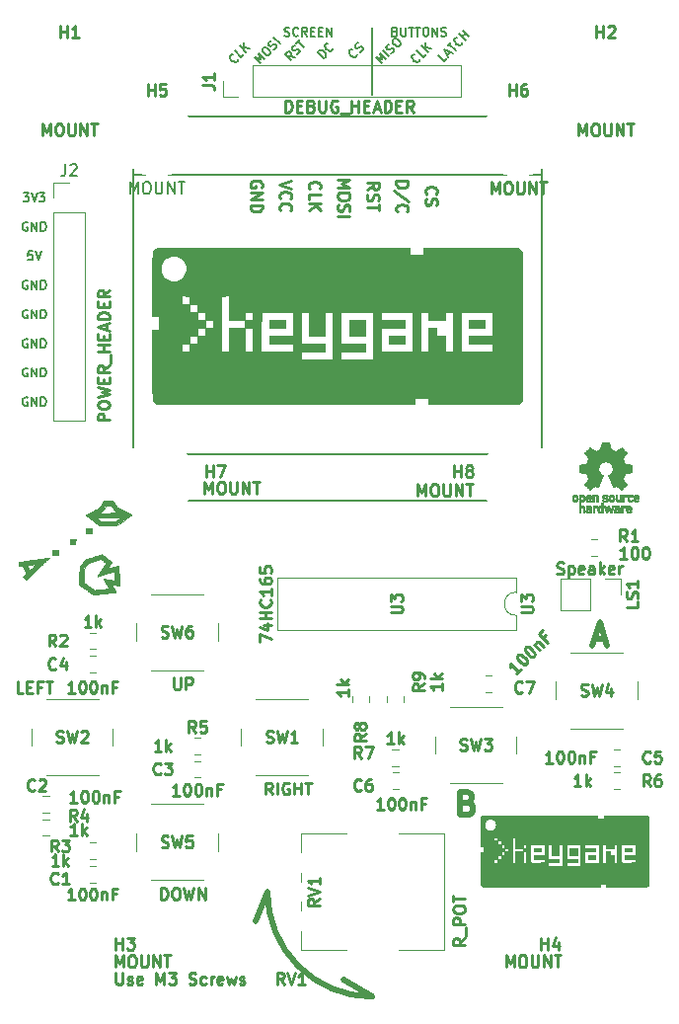
<source format=gto>
%TF.GenerationSoftware,KiCad,Pcbnew,5.0.2+dfsg1-1*%
%TF.CreationDate,2022-04-10T01:54:42-07:00*%
%TF.ProjectId,keygame,6b657967-616d-4652-9e6b-696361645f70,rev?*%
%TF.SameCoordinates,Original*%
%TF.FileFunction,Legend,Top*%
%TF.FilePolarity,Positive*%
%FSLAX46Y46*%
G04 Gerber Fmt 4.6, Leading zero omitted, Abs format (unit mm)*
G04 Created by KiCad (PCBNEW 5.0.2+dfsg1-1) date Sun 10 Apr 2022 01:54:42 AM PDT*
%MOMM*%
%LPD*%
G01*
G04 APERTURE LIST*
%ADD10C,0.500000*%
%ADD11C,0.187500*%
%ADD12C,0.250000*%
%ADD13C,0.200000*%
%ADD14C,0.120000*%
%ADD15C,0.150000*%
%ADD16C,0.010000*%
%ADD17C,0.100000*%
%ADD18C,1.252000*%
%ADD19C,0.902000*%
%ADD20C,6.502000*%
%ADD21R,1.802000X1.802000*%
%ADD22O,1.802000X1.802000*%
%ADD23C,2.102000*%
%ADD24C,1.626000*%
%ADD25R,1.702000X2.502000*%
%ADD26O,1.702000X2.502000*%
%ADD27C,1.902000*%
%ADD28C,4.102000*%
G04 APERTURE END LIST*
D10*
X164000000Y-99500000D02*
X161500000Y-98000000D01*
X155000000Y-90500000D02*
X154000000Y-93000000D01*
X164000000Y-99500000D02*
G75*
G02X155000000Y-90500000I0J9000000D01*
G01*
D11*
X134857142Y-35589285D02*
X134500000Y-35589285D01*
X134464285Y-35946428D01*
X134500000Y-35910714D01*
X134571428Y-35875000D01*
X134750000Y-35875000D01*
X134821428Y-35910714D01*
X134857142Y-35946428D01*
X134892857Y-36017857D01*
X134892857Y-36196428D01*
X134857142Y-36267857D01*
X134821428Y-36303571D01*
X134750000Y-36339285D01*
X134571428Y-36339285D01*
X134500000Y-36303571D01*
X134464285Y-36267857D01*
X135107142Y-35589285D02*
X135357142Y-36339285D01*
X135607142Y-35589285D01*
X134428571Y-48125000D02*
X134357142Y-48089285D01*
X134250000Y-48089285D01*
X134142857Y-48125000D01*
X134071428Y-48196428D01*
X134035714Y-48267857D01*
X134000000Y-48410714D01*
X134000000Y-48517857D01*
X134035714Y-48660714D01*
X134071428Y-48732142D01*
X134142857Y-48803571D01*
X134250000Y-48839285D01*
X134321428Y-48839285D01*
X134428571Y-48803571D01*
X134464285Y-48767857D01*
X134464285Y-48517857D01*
X134321428Y-48517857D01*
X134785714Y-48839285D02*
X134785714Y-48089285D01*
X135214285Y-48839285D01*
X135214285Y-48089285D01*
X135571428Y-48839285D02*
X135571428Y-48089285D01*
X135750000Y-48089285D01*
X135857142Y-48125000D01*
X135928571Y-48196428D01*
X135964285Y-48267857D01*
X136000000Y-48410714D01*
X136000000Y-48517857D01*
X135964285Y-48660714D01*
X135928571Y-48732142D01*
X135857142Y-48803571D01*
X135750000Y-48839285D01*
X135571428Y-48839285D01*
X134428571Y-45625000D02*
X134357142Y-45589285D01*
X134250000Y-45589285D01*
X134142857Y-45625000D01*
X134071428Y-45696428D01*
X134035714Y-45767857D01*
X134000000Y-45910714D01*
X134000000Y-46017857D01*
X134035714Y-46160714D01*
X134071428Y-46232142D01*
X134142857Y-46303571D01*
X134250000Y-46339285D01*
X134321428Y-46339285D01*
X134428571Y-46303571D01*
X134464285Y-46267857D01*
X134464285Y-46017857D01*
X134321428Y-46017857D01*
X134785714Y-46339285D02*
X134785714Y-45589285D01*
X135214285Y-46339285D01*
X135214285Y-45589285D01*
X135571428Y-46339285D02*
X135571428Y-45589285D01*
X135750000Y-45589285D01*
X135857142Y-45625000D01*
X135928571Y-45696428D01*
X135964285Y-45767857D01*
X136000000Y-45910714D01*
X136000000Y-46017857D01*
X135964285Y-46160714D01*
X135928571Y-46232142D01*
X135857142Y-46303571D01*
X135750000Y-46339285D01*
X135571428Y-46339285D01*
X134428571Y-43125000D02*
X134357142Y-43089285D01*
X134250000Y-43089285D01*
X134142857Y-43125000D01*
X134071428Y-43196428D01*
X134035714Y-43267857D01*
X134000000Y-43410714D01*
X134000000Y-43517857D01*
X134035714Y-43660714D01*
X134071428Y-43732142D01*
X134142857Y-43803571D01*
X134250000Y-43839285D01*
X134321428Y-43839285D01*
X134428571Y-43803571D01*
X134464285Y-43767857D01*
X134464285Y-43517857D01*
X134321428Y-43517857D01*
X134785714Y-43839285D02*
X134785714Y-43089285D01*
X135214285Y-43839285D01*
X135214285Y-43089285D01*
X135571428Y-43839285D02*
X135571428Y-43089285D01*
X135750000Y-43089285D01*
X135857142Y-43125000D01*
X135928571Y-43196428D01*
X135964285Y-43267857D01*
X136000000Y-43410714D01*
X136000000Y-43517857D01*
X135964285Y-43660714D01*
X135928571Y-43732142D01*
X135857142Y-43803571D01*
X135750000Y-43839285D01*
X135571428Y-43839285D01*
X134428571Y-40625000D02*
X134357142Y-40589285D01*
X134250000Y-40589285D01*
X134142857Y-40625000D01*
X134071428Y-40696428D01*
X134035714Y-40767857D01*
X134000000Y-40910714D01*
X134000000Y-41017857D01*
X134035714Y-41160714D01*
X134071428Y-41232142D01*
X134142857Y-41303571D01*
X134250000Y-41339285D01*
X134321428Y-41339285D01*
X134428571Y-41303571D01*
X134464285Y-41267857D01*
X134464285Y-41017857D01*
X134321428Y-41017857D01*
X134785714Y-41339285D02*
X134785714Y-40589285D01*
X135214285Y-41339285D01*
X135214285Y-40589285D01*
X135571428Y-41339285D02*
X135571428Y-40589285D01*
X135750000Y-40589285D01*
X135857142Y-40625000D01*
X135928571Y-40696428D01*
X135964285Y-40767857D01*
X136000000Y-40910714D01*
X136000000Y-41017857D01*
X135964285Y-41160714D01*
X135928571Y-41232142D01*
X135857142Y-41303571D01*
X135750000Y-41339285D01*
X135571428Y-41339285D01*
X134428571Y-38125000D02*
X134357142Y-38089285D01*
X134250000Y-38089285D01*
X134142857Y-38125000D01*
X134071428Y-38196428D01*
X134035714Y-38267857D01*
X134000000Y-38410714D01*
X134000000Y-38517857D01*
X134035714Y-38660714D01*
X134071428Y-38732142D01*
X134142857Y-38803571D01*
X134250000Y-38839285D01*
X134321428Y-38839285D01*
X134428571Y-38803571D01*
X134464285Y-38767857D01*
X134464285Y-38517857D01*
X134321428Y-38517857D01*
X134785714Y-38839285D02*
X134785714Y-38089285D01*
X135214285Y-38839285D01*
X135214285Y-38089285D01*
X135571428Y-38839285D02*
X135571428Y-38089285D01*
X135750000Y-38089285D01*
X135857142Y-38125000D01*
X135928571Y-38196428D01*
X135964285Y-38267857D01*
X136000000Y-38410714D01*
X136000000Y-38517857D01*
X135964285Y-38660714D01*
X135928571Y-38732142D01*
X135857142Y-38803571D01*
X135750000Y-38839285D01*
X135571428Y-38839285D01*
X134428571Y-33125000D02*
X134357142Y-33089285D01*
X134250000Y-33089285D01*
X134142857Y-33125000D01*
X134071428Y-33196428D01*
X134035714Y-33267857D01*
X134000000Y-33410714D01*
X134000000Y-33517857D01*
X134035714Y-33660714D01*
X134071428Y-33732142D01*
X134142857Y-33803571D01*
X134250000Y-33839285D01*
X134321428Y-33839285D01*
X134428571Y-33803571D01*
X134464285Y-33767857D01*
X134464285Y-33517857D01*
X134321428Y-33517857D01*
X134785714Y-33839285D02*
X134785714Y-33089285D01*
X135214285Y-33839285D01*
X135214285Y-33089285D01*
X135571428Y-33839285D02*
X135571428Y-33089285D01*
X135750000Y-33089285D01*
X135857142Y-33125000D01*
X135928571Y-33196428D01*
X135964285Y-33267857D01*
X136000000Y-33410714D01*
X136000000Y-33517857D01*
X135964285Y-33660714D01*
X135928571Y-33732142D01*
X135857142Y-33803571D01*
X135750000Y-33839285D01*
X135571428Y-33839285D01*
X134071428Y-30589285D02*
X134535714Y-30589285D01*
X134285714Y-30875000D01*
X134392857Y-30875000D01*
X134464285Y-30910714D01*
X134500000Y-30946428D01*
X134535714Y-31017857D01*
X134535714Y-31196428D01*
X134500000Y-31267857D01*
X134464285Y-31303571D01*
X134392857Y-31339285D01*
X134178571Y-31339285D01*
X134107142Y-31303571D01*
X134071428Y-31267857D01*
X134750000Y-30589285D02*
X135000000Y-31339285D01*
X135250000Y-30589285D01*
X135428571Y-30589285D02*
X135892857Y-30589285D01*
X135642857Y-30875000D01*
X135750000Y-30875000D01*
X135821428Y-30910714D01*
X135857142Y-30946428D01*
X135892857Y-31017857D01*
X135892857Y-31196428D01*
X135857142Y-31267857D01*
X135821428Y-31303571D01*
X135750000Y-31339285D01*
X135535714Y-31339285D01*
X135464285Y-31303571D01*
X135428571Y-31267857D01*
D12*
X142000000Y-97452380D02*
X142000000Y-98261904D01*
X142047619Y-98357142D01*
X142095238Y-98404761D01*
X142190476Y-98452380D01*
X142380952Y-98452380D01*
X142476190Y-98404761D01*
X142523809Y-98357142D01*
X142571428Y-98261904D01*
X142571428Y-97452380D01*
X143000000Y-98404761D02*
X143095238Y-98452380D01*
X143285714Y-98452380D01*
X143380952Y-98404761D01*
X143428571Y-98309523D01*
X143428571Y-98261904D01*
X143380952Y-98166666D01*
X143285714Y-98119047D01*
X143142857Y-98119047D01*
X143047619Y-98071428D01*
X143000000Y-97976190D01*
X143000000Y-97928571D01*
X143047619Y-97833333D01*
X143142857Y-97785714D01*
X143285714Y-97785714D01*
X143380952Y-97833333D01*
X144238095Y-98404761D02*
X144142857Y-98452380D01*
X143952380Y-98452380D01*
X143857142Y-98404761D01*
X143809523Y-98309523D01*
X143809523Y-97928571D01*
X143857142Y-97833333D01*
X143952380Y-97785714D01*
X144142857Y-97785714D01*
X144238095Y-97833333D01*
X144285714Y-97928571D01*
X144285714Y-98023809D01*
X143809523Y-98119047D01*
X145476190Y-98452380D02*
X145476190Y-97452380D01*
X145809523Y-98166666D01*
X146142857Y-97452380D01*
X146142857Y-98452380D01*
X146523809Y-97452380D02*
X147142857Y-97452380D01*
X146809523Y-97833333D01*
X146952380Y-97833333D01*
X147047619Y-97880952D01*
X147095238Y-97928571D01*
X147142857Y-98023809D01*
X147142857Y-98261904D01*
X147095238Y-98357142D01*
X147047619Y-98404761D01*
X146952380Y-98452380D01*
X146666666Y-98452380D01*
X146571428Y-98404761D01*
X146523809Y-98357142D01*
X148285714Y-98404761D02*
X148428571Y-98452380D01*
X148666666Y-98452380D01*
X148761904Y-98404761D01*
X148809523Y-98357142D01*
X148857142Y-98261904D01*
X148857142Y-98166666D01*
X148809523Y-98071428D01*
X148761904Y-98023809D01*
X148666666Y-97976190D01*
X148476190Y-97928571D01*
X148380952Y-97880952D01*
X148333333Y-97833333D01*
X148285714Y-97738095D01*
X148285714Y-97642857D01*
X148333333Y-97547619D01*
X148380952Y-97500000D01*
X148476190Y-97452380D01*
X148714285Y-97452380D01*
X148857142Y-97500000D01*
X149714285Y-98404761D02*
X149619047Y-98452380D01*
X149428571Y-98452380D01*
X149333333Y-98404761D01*
X149285714Y-98357142D01*
X149238095Y-98261904D01*
X149238095Y-97976190D01*
X149285714Y-97880952D01*
X149333333Y-97833333D01*
X149428571Y-97785714D01*
X149619047Y-97785714D01*
X149714285Y-97833333D01*
X150142857Y-98452380D02*
X150142857Y-97785714D01*
X150142857Y-97976190D02*
X150190476Y-97880952D01*
X150238095Y-97833333D01*
X150333333Y-97785714D01*
X150428571Y-97785714D01*
X151142857Y-98404761D02*
X151047619Y-98452380D01*
X150857142Y-98452380D01*
X150761904Y-98404761D01*
X150714285Y-98309523D01*
X150714285Y-97928571D01*
X150761904Y-97833333D01*
X150857142Y-97785714D01*
X151047619Y-97785714D01*
X151142857Y-97833333D01*
X151190476Y-97928571D01*
X151190476Y-98023809D01*
X150714285Y-98119047D01*
X151523809Y-97785714D02*
X151714285Y-98452380D01*
X151904761Y-97976190D01*
X152095238Y-98452380D01*
X152285714Y-97785714D01*
X152619047Y-98404761D02*
X152714285Y-98452380D01*
X152904761Y-98452380D01*
X153000000Y-98404761D01*
X153047619Y-98309523D01*
X153047619Y-98261904D01*
X153000000Y-98166666D01*
X152904761Y-98119047D01*
X152761904Y-98119047D01*
X152666666Y-98071428D01*
X152619047Y-97976190D01*
X152619047Y-97928571D01*
X152666666Y-97833333D01*
X152761904Y-97785714D01*
X152904761Y-97785714D01*
X153000000Y-97833333D01*
D11*
X170431789Y-19048033D02*
X170179251Y-19300571D01*
X169648920Y-18770241D01*
X170431789Y-18744987D02*
X170684327Y-18492449D01*
X170532804Y-18947018D02*
X170179251Y-18239911D01*
X170886357Y-18593464D01*
X170457043Y-17962119D02*
X170760088Y-17659073D01*
X171138895Y-18340926D02*
X170608565Y-17810596D01*
X171719733Y-17659073D02*
X171719733Y-17709581D01*
X171669226Y-17810596D01*
X171618718Y-17861104D01*
X171517703Y-17911611D01*
X171416687Y-17911611D01*
X171340926Y-17886357D01*
X171214657Y-17810596D01*
X171138895Y-17734834D01*
X171063134Y-17608565D01*
X171037880Y-17532804D01*
X171037880Y-17431789D01*
X171088388Y-17330773D01*
X171138895Y-17280266D01*
X171239911Y-17229758D01*
X171290418Y-17229758D01*
X171997525Y-17482296D02*
X171467195Y-16951966D01*
X171719733Y-17204504D02*
X172022779Y-16901459D01*
X172300571Y-17179251D02*
X171770241Y-16648920D01*
X164806535Y-19473287D02*
X164276205Y-18942956D01*
X164831789Y-19144987D01*
X164629758Y-18589403D01*
X165160088Y-19119733D01*
X165412626Y-18867195D02*
X164882296Y-18336865D01*
X165614657Y-18614657D02*
X165715672Y-18564149D01*
X165841941Y-18437880D01*
X165867195Y-18362119D01*
X165867195Y-18311611D01*
X165841941Y-18235850D01*
X165791434Y-18185342D01*
X165715672Y-18160088D01*
X165665165Y-18160088D01*
X165589403Y-18185342D01*
X165463134Y-18261104D01*
X165387373Y-18286357D01*
X165336865Y-18286357D01*
X165261104Y-18261104D01*
X165210596Y-18210596D01*
X165185342Y-18134834D01*
X165185342Y-18084327D01*
X165210596Y-18008565D01*
X165336865Y-17882296D01*
X165437880Y-17831789D01*
X165740926Y-17478235D02*
X165841941Y-17377220D01*
X165917703Y-17351966D01*
X166018718Y-17351966D01*
X166144987Y-17427728D01*
X166321764Y-17604504D01*
X166397525Y-17730773D01*
X166397525Y-17831789D01*
X166372271Y-17907550D01*
X166271256Y-18008565D01*
X166195495Y-18033819D01*
X166094479Y-18033819D01*
X165968210Y-17958058D01*
X165791434Y-17781281D01*
X165715672Y-17655012D01*
X165715672Y-17553997D01*
X165740926Y-17478235D01*
X168073730Y-19105076D02*
X168073730Y-19155583D01*
X168023223Y-19256599D01*
X167972715Y-19307106D01*
X167871700Y-19357614D01*
X167770685Y-19357614D01*
X167694923Y-19332360D01*
X167568654Y-19256599D01*
X167492893Y-19180837D01*
X167417131Y-19054568D01*
X167391877Y-18978807D01*
X167391877Y-18877791D01*
X167442385Y-18776776D01*
X167492893Y-18726269D01*
X167593908Y-18675761D01*
X167644416Y-18675761D01*
X168604061Y-18675761D02*
X168351522Y-18928299D01*
X167821192Y-18397969D01*
X168780837Y-18498984D02*
X168250507Y-17968654D01*
X169083883Y-18195938D02*
X168553553Y-18120177D01*
X168553553Y-17665608D02*
X168553553Y-18271700D01*
X162701015Y-18677791D02*
X162701015Y-18728299D01*
X162650507Y-18829314D01*
X162600000Y-18879822D01*
X162498984Y-18930330D01*
X162397969Y-18930330D01*
X162322208Y-18905076D01*
X162195938Y-18829314D01*
X162120177Y-18753553D01*
X162044416Y-18627284D01*
X162019162Y-18551522D01*
X162019162Y-18450507D01*
X162069669Y-18349492D01*
X162120177Y-18298984D01*
X162221192Y-18248477D01*
X162271700Y-18248477D01*
X162928299Y-18501015D02*
X163029314Y-18450507D01*
X163155583Y-18324238D01*
X163180837Y-18248477D01*
X163180837Y-18197969D01*
X163155583Y-18122208D01*
X163105076Y-18071700D01*
X163029314Y-18046446D01*
X162978807Y-18046446D01*
X162903045Y-18071700D01*
X162776776Y-18147461D01*
X162701015Y-18172715D01*
X162650507Y-18172715D01*
X162574746Y-18147461D01*
X162524238Y-18096954D01*
X162498984Y-18021192D01*
X162498984Y-17970685D01*
X162524238Y-17894923D01*
X162650507Y-17768654D01*
X162751522Y-17718147D01*
X159835850Y-19043972D02*
X159305520Y-18513642D01*
X159431789Y-18387373D01*
X159532804Y-18336865D01*
X159633819Y-18336865D01*
X159709581Y-18362119D01*
X159835850Y-18437880D01*
X159911611Y-18513642D01*
X159987373Y-18639911D01*
X160012626Y-18715672D01*
X160012626Y-18816687D01*
X159962119Y-18917703D01*
X159835850Y-19043972D01*
X160618718Y-18160088D02*
X160618718Y-18210596D01*
X160568210Y-18311611D01*
X160517703Y-18362119D01*
X160416687Y-18412626D01*
X160315672Y-18412626D01*
X160239911Y-18387373D01*
X160113642Y-18311611D01*
X160037880Y-18235850D01*
X159962119Y-18109581D01*
X159936865Y-18033819D01*
X159936865Y-17932804D01*
X159987373Y-17831789D01*
X160037880Y-17781281D01*
X160138895Y-17730773D01*
X160189403Y-17730773D01*
X157349492Y-18930330D02*
X156920177Y-18854568D01*
X157046446Y-19233375D02*
X156516116Y-18703045D01*
X156718147Y-18501015D01*
X156793908Y-18475761D01*
X156844416Y-18475761D01*
X156920177Y-18501015D01*
X156995938Y-18576776D01*
X157021192Y-18652538D01*
X157021192Y-18703045D01*
X156995938Y-18778807D01*
X156793908Y-18980837D01*
X157526269Y-18703045D02*
X157627284Y-18652538D01*
X157753553Y-18526269D01*
X157778807Y-18450507D01*
X157778807Y-18399999D01*
X157753553Y-18324238D01*
X157703045Y-18273730D01*
X157627284Y-18248477D01*
X157576776Y-18248477D01*
X157501015Y-18273730D01*
X157374746Y-18349492D01*
X157298984Y-18374746D01*
X157248477Y-18374746D01*
X157172715Y-18349492D01*
X157122208Y-18298984D01*
X157096954Y-18223223D01*
X157096954Y-18172715D01*
X157122208Y-18096954D01*
X157248477Y-17970685D01*
X157349492Y-17920177D01*
X157475761Y-17743400D02*
X157778807Y-17440355D01*
X158157614Y-18122208D02*
X157627284Y-17591877D01*
X154406535Y-19473287D02*
X153876205Y-18942956D01*
X154431789Y-19144987D01*
X154229758Y-18589403D01*
X154760088Y-19119733D01*
X154583312Y-18235850D02*
X154684327Y-18134834D01*
X154760088Y-18109581D01*
X154861104Y-18109581D01*
X154987373Y-18185342D01*
X155164149Y-18362119D01*
X155239911Y-18488388D01*
X155239911Y-18589403D01*
X155214657Y-18665165D01*
X155113642Y-18766180D01*
X155037880Y-18791434D01*
X154936865Y-18791434D01*
X154810596Y-18715672D01*
X154633819Y-18538895D01*
X154558058Y-18412626D01*
X154558058Y-18311611D01*
X154583312Y-18235850D01*
X155517703Y-18311611D02*
X155618718Y-18261104D01*
X155744987Y-18134834D01*
X155770241Y-18059073D01*
X155770241Y-18008565D01*
X155744987Y-17932804D01*
X155694479Y-17882296D01*
X155618718Y-17857043D01*
X155568210Y-17857043D01*
X155492449Y-17882296D01*
X155366180Y-17958058D01*
X155290418Y-17983312D01*
X155239911Y-17983312D01*
X155164149Y-17958058D01*
X155113642Y-17907550D01*
X155088388Y-17831789D01*
X155088388Y-17781281D01*
X155113642Y-17705520D01*
X155239911Y-17579251D01*
X155340926Y-17528743D01*
X156073287Y-17806535D02*
X155542956Y-17276205D01*
X152473730Y-19105076D02*
X152473730Y-19155583D01*
X152423223Y-19256599D01*
X152372715Y-19307106D01*
X152271700Y-19357614D01*
X152170685Y-19357614D01*
X152094923Y-19332360D01*
X151968654Y-19256599D01*
X151892893Y-19180837D01*
X151817131Y-19054568D01*
X151791877Y-18978807D01*
X151791877Y-18877791D01*
X151842385Y-18776776D01*
X151892893Y-18726269D01*
X151993908Y-18675761D01*
X152044416Y-18675761D01*
X153004061Y-18675761D02*
X152751522Y-18928299D01*
X152221192Y-18397969D01*
X153180837Y-18498984D02*
X152650507Y-17968654D01*
X153483883Y-18195938D02*
X152953553Y-18120177D01*
X152953553Y-17665608D02*
X152953553Y-18271700D01*
X156464285Y-17103571D02*
X156571428Y-17139285D01*
X156750000Y-17139285D01*
X156821428Y-17103571D01*
X156857142Y-17067857D01*
X156892857Y-16996428D01*
X156892857Y-16925000D01*
X156857142Y-16853571D01*
X156821428Y-16817857D01*
X156750000Y-16782142D01*
X156607142Y-16746428D01*
X156535714Y-16710714D01*
X156500000Y-16675000D01*
X156464285Y-16603571D01*
X156464285Y-16532142D01*
X156500000Y-16460714D01*
X156535714Y-16425000D01*
X156607142Y-16389285D01*
X156785714Y-16389285D01*
X156892857Y-16425000D01*
X157642857Y-17067857D02*
X157607142Y-17103571D01*
X157500000Y-17139285D01*
X157428571Y-17139285D01*
X157321428Y-17103571D01*
X157250000Y-17032142D01*
X157214285Y-16960714D01*
X157178571Y-16817857D01*
X157178571Y-16710714D01*
X157214285Y-16567857D01*
X157250000Y-16496428D01*
X157321428Y-16425000D01*
X157428571Y-16389285D01*
X157500000Y-16389285D01*
X157607142Y-16425000D01*
X157642857Y-16460714D01*
X158392857Y-17139285D02*
X158142857Y-16782142D01*
X157964285Y-17139285D02*
X157964285Y-16389285D01*
X158250000Y-16389285D01*
X158321428Y-16425000D01*
X158357142Y-16460714D01*
X158392857Y-16532142D01*
X158392857Y-16639285D01*
X158357142Y-16710714D01*
X158321428Y-16746428D01*
X158250000Y-16782142D01*
X157964285Y-16782142D01*
X158714285Y-16746428D02*
X158964285Y-16746428D01*
X159071428Y-17139285D02*
X158714285Y-17139285D01*
X158714285Y-16389285D01*
X159071428Y-16389285D01*
X159392857Y-16746428D02*
X159642857Y-16746428D01*
X159750000Y-17139285D02*
X159392857Y-17139285D01*
X159392857Y-16389285D01*
X159750000Y-16389285D01*
X160071428Y-17139285D02*
X160071428Y-16389285D01*
X160500000Y-17139285D01*
X160500000Y-16389285D01*
X165946428Y-16746428D02*
X166053571Y-16782142D01*
X166089285Y-16817857D01*
X166125000Y-16889285D01*
X166125000Y-16996428D01*
X166089285Y-17067857D01*
X166053571Y-17103571D01*
X165982142Y-17139285D01*
X165696428Y-17139285D01*
X165696428Y-16389285D01*
X165946428Y-16389285D01*
X166017857Y-16425000D01*
X166053571Y-16460714D01*
X166089285Y-16532142D01*
X166089285Y-16603571D01*
X166053571Y-16675000D01*
X166017857Y-16710714D01*
X165946428Y-16746428D01*
X165696428Y-16746428D01*
X166446428Y-16389285D02*
X166446428Y-16996428D01*
X166482142Y-17067857D01*
X166517857Y-17103571D01*
X166589285Y-17139285D01*
X166732142Y-17139285D01*
X166803571Y-17103571D01*
X166839285Y-17067857D01*
X166875000Y-16996428D01*
X166875000Y-16389285D01*
X167125000Y-16389285D02*
X167553571Y-16389285D01*
X167339285Y-17139285D02*
X167339285Y-16389285D01*
X167696428Y-16389285D02*
X168125000Y-16389285D01*
X167910714Y-17139285D02*
X167910714Y-16389285D01*
X168517857Y-16389285D02*
X168660714Y-16389285D01*
X168732142Y-16425000D01*
X168803571Y-16496428D01*
X168839285Y-16639285D01*
X168839285Y-16889285D01*
X168803571Y-17032142D01*
X168732142Y-17103571D01*
X168660714Y-17139285D01*
X168517857Y-17139285D01*
X168446428Y-17103571D01*
X168375000Y-17032142D01*
X168339285Y-16889285D01*
X168339285Y-16639285D01*
X168375000Y-16496428D01*
X168446428Y-16425000D01*
X168517857Y-16389285D01*
X169160714Y-17139285D02*
X169160714Y-16389285D01*
X169589285Y-17139285D01*
X169589285Y-16389285D01*
X169910714Y-17103571D02*
X170017857Y-17139285D01*
X170196428Y-17139285D01*
X170267857Y-17103571D01*
X170303571Y-17067857D01*
X170339285Y-16996428D01*
X170339285Y-16925000D01*
X170303571Y-16853571D01*
X170267857Y-16817857D01*
X170196428Y-16782142D01*
X170053571Y-16746428D01*
X169982142Y-16710714D01*
X169946428Y-16675000D01*
X169910714Y-16603571D01*
X169910714Y-16532142D01*
X169946428Y-16460714D01*
X169982142Y-16425000D01*
X170053571Y-16389285D01*
X170232142Y-16389285D01*
X170339285Y-16425000D01*
D13*
X164000000Y-22200000D02*
X164000000Y-16400000D01*
D14*
X140261252Y-88290000D02*
X139738748Y-88290000D01*
X140261252Y-89710000D02*
X139738748Y-89710000D01*
X135738748Y-82290000D02*
X136261252Y-82290000D01*
X135738748Y-83710000D02*
X136261252Y-83710000D01*
X149236252Y-79290000D02*
X148713748Y-79290000D01*
X149236252Y-80710000D02*
X148713748Y-80710000D01*
X140261252Y-71710000D02*
X139738748Y-71710000D01*
X140261252Y-70290000D02*
X139738748Y-70290000D01*
X185261252Y-79710000D02*
X184738748Y-79710000D01*
X185261252Y-78290000D02*
X184738748Y-78290000D01*
X166261252Y-80290000D02*
X165738748Y-80290000D01*
X166261252Y-81710000D02*
X165738748Y-81710000D01*
X174251252Y-73410000D02*
X173728748Y-73410000D01*
X174251252Y-71990000D02*
X173728748Y-71990000D01*
X180130000Y-63670000D02*
X180130000Y-66330000D01*
X182730000Y-63670000D02*
X180130000Y-63670000D01*
X182730000Y-66330000D02*
X180130000Y-66330000D01*
X182730000Y-63670000D02*
X182730000Y-66330000D01*
X184000000Y-63670000D02*
X185330000Y-63670000D01*
X185330000Y-63670000D02*
X185330000Y-65000000D01*
X182738748Y-60290000D02*
X183261252Y-60290000D01*
X182738748Y-61710000D02*
X183261252Y-61710000D01*
X140261252Y-69710000D02*
X139738748Y-69710000D01*
X140261252Y-68290000D02*
X139738748Y-68290000D01*
X140261252Y-86290000D02*
X139738748Y-86290000D01*
X140261252Y-87710000D02*
X139738748Y-87710000D01*
X135738748Y-84290000D02*
X136261252Y-84290000D01*
X135738748Y-85710000D02*
X136261252Y-85710000D01*
X149261252Y-77290000D02*
X148738748Y-77290000D01*
X149261252Y-78710000D02*
X148738748Y-78710000D01*
X185261252Y-81710000D02*
X184738748Y-81710000D01*
X185261252Y-80290000D02*
X184738748Y-80290000D01*
X166236252Y-78290000D02*
X165713748Y-78290000D01*
X166236252Y-79710000D02*
X165713748Y-79710000D01*
X162290000Y-73738748D02*
X162290000Y-74261252D01*
X163710000Y-73738748D02*
X163710000Y-74261252D01*
X166710000Y-73738748D02*
X166710000Y-74261252D01*
X165290000Y-73738748D02*
X165290000Y-74261252D01*
X154000000Y-80500000D02*
X158500000Y-80500000D01*
X152750000Y-76500000D02*
X152750000Y-78000000D01*
X158500000Y-74000000D02*
X154000000Y-74000000D01*
X159750000Y-78000000D02*
X159750000Y-76500000D01*
X141750000Y-78000000D02*
X141750000Y-76500000D01*
X140500000Y-74000000D02*
X136000000Y-74000000D01*
X134750000Y-76500000D02*
X134750000Y-78000000D01*
X136000000Y-80500000D02*
X140500000Y-80500000D01*
X170625001Y-81175001D02*
X175125001Y-81175001D01*
X169375001Y-77175001D02*
X169375001Y-78675001D01*
X175125001Y-74675001D02*
X170625001Y-74675001D01*
X176375001Y-78675001D02*
X176375001Y-77175001D01*
X186750000Y-74000000D02*
X186750000Y-72500000D01*
X185500000Y-70000000D02*
X181000000Y-70000000D01*
X179750000Y-72500000D02*
X179750000Y-74000000D01*
X181000000Y-76500000D02*
X185500000Y-76500000D01*
X150750000Y-87000000D02*
X150750000Y-85500000D01*
X149500000Y-83000000D02*
X145000000Y-83000000D01*
X143750000Y-85500000D02*
X143750000Y-87000000D01*
X145000000Y-89500000D02*
X149500000Y-89500000D01*
X145000000Y-71500000D02*
X149500000Y-71500000D01*
X143750000Y-67500000D02*
X143750000Y-69000000D01*
X149500000Y-65000000D02*
X145000000Y-65000000D01*
X150750000Y-69000000D02*
X150750000Y-67500000D01*
D15*
X143500000Y-24000000D02*
X178500000Y-24000000D01*
X178500000Y-24000000D02*
X178500000Y-57000000D01*
X178500000Y-57000000D02*
X143500000Y-57000000D01*
X143500000Y-57000000D02*
X143500000Y-24000000D01*
X147000000Y-26000000D02*
G75*
G03X147000000Y-26000000I-1500000J0D01*
G01*
X178000000Y-26000000D02*
G75*
G03X178000000Y-26000000I-1500000J0D01*
G01*
X178000000Y-55000000D02*
G75*
G03X178000000Y-55000000I-1500000J0D01*
G01*
X147000000Y-55000000D02*
G75*
G03X147000000Y-55000000I-1500000J0D01*
G01*
X143500000Y-29000000D02*
X178500000Y-29000000D01*
X143500000Y-53000000D02*
X178500000Y-53000000D01*
D14*
X176330000Y-66810000D02*
G75*
G02X176330000Y-64810000I0J1000000D01*
G01*
X176330000Y-64810000D02*
X176330000Y-63560000D01*
X176330000Y-63560000D02*
X155890000Y-63560000D01*
X155890000Y-63560000D02*
X155890000Y-68060000D01*
X155890000Y-68060000D02*
X176330000Y-68060000D01*
X176330000Y-68060000D02*
X176330000Y-66810000D01*
X171610000Y-22330000D02*
X171610000Y-19670000D01*
X153770000Y-22330000D02*
X171610000Y-22330000D01*
X153770000Y-19670000D02*
X171610000Y-19670000D01*
X153770000Y-22330000D02*
X153770000Y-19670000D01*
X152500000Y-22330000D02*
X151170000Y-22330000D01*
X151170000Y-22330000D02*
X151170000Y-21000000D01*
X157880000Y-85530000D02*
X161745000Y-85530000D01*
X166255000Y-85530000D02*
X170120000Y-85530000D01*
X157880000Y-95470000D02*
X161745000Y-95470000D01*
X166255000Y-95470000D02*
X170120000Y-95470000D01*
X157880000Y-85530000D02*
X157880000Y-87129000D01*
X157880000Y-88871000D02*
X157880000Y-89630000D01*
X157880000Y-91371000D02*
X157880000Y-92130000D01*
X157880000Y-93870000D02*
X157880000Y-95470000D01*
X170120000Y-85530000D02*
X170120000Y-95470000D01*
X136670000Y-50110000D02*
X139330000Y-50110000D01*
X136670000Y-32270000D02*
X136670000Y-50110000D01*
X139330000Y-32270000D02*
X139330000Y-50110000D01*
X136670000Y-32270000D02*
X139330000Y-32270000D01*
X136670000Y-31000000D02*
X136670000Y-29670000D01*
X136670000Y-29670000D02*
X138000000Y-29670000D01*
D16*
G36*
X184376964Y-52290018D02*
X184433812Y-52591570D01*
X184853338Y-52764512D01*
X185104984Y-52593395D01*
X185175458Y-52545750D01*
X185239163Y-52503210D01*
X185293126Y-52467715D01*
X185334373Y-52441210D01*
X185359934Y-52425636D01*
X185366895Y-52422278D01*
X185379435Y-52430914D01*
X185406231Y-52454792D01*
X185444280Y-52490859D01*
X185490579Y-52536067D01*
X185542123Y-52587364D01*
X185595909Y-52641701D01*
X185648935Y-52696028D01*
X185698195Y-52747295D01*
X185740687Y-52792451D01*
X185773407Y-52828446D01*
X185793351Y-52852230D01*
X185798119Y-52860190D01*
X185791257Y-52874865D01*
X185772020Y-52907014D01*
X185742430Y-52953492D01*
X185704510Y-53011156D01*
X185660282Y-53076860D01*
X185634654Y-53114336D01*
X185587941Y-53182768D01*
X185546432Y-53244520D01*
X185512140Y-53296519D01*
X185487080Y-53335692D01*
X185473264Y-53358965D01*
X185471188Y-53363855D01*
X185475895Y-53377755D01*
X185488723Y-53410150D01*
X185507738Y-53456485D01*
X185531003Y-53512206D01*
X185556584Y-53572758D01*
X185582545Y-53633586D01*
X185606950Y-53690136D01*
X185627863Y-53737852D01*
X185643349Y-53772181D01*
X185651472Y-53788568D01*
X185651952Y-53789212D01*
X185664707Y-53792341D01*
X185698677Y-53799321D01*
X185750340Y-53809467D01*
X185816176Y-53822092D01*
X185892664Y-53836509D01*
X185937290Y-53844823D01*
X186019021Y-53860384D01*
X186092843Y-53875192D01*
X186155021Y-53888436D01*
X186201822Y-53899305D01*
X186229509Y-53906989D01*
X186235074Y-53909427D01*
X186240526Y-53925930D01*
X186244924Y-53963200D01*
X186248272Y-54016880D01*
X186250574Y-54082612D01*
X186251832Y-54156037D01*
X186252048Y-54232796D01*
X186251227Y-54308532D01*
X186249371Y-54378886D01*
X186246482Y-54439500D01*
X186242565Y-54486016D01*
X186237622Y-54514075D01*
X186234657Y-54519916D01*
X186216934Y-54526917D01*
X186179381Y-54536927D01*
X186126964Y-54548769D01*
X186064652Y-54561267D01*
X186042900Y-54565310D01*
X185938024Y-54584520D01*
X185855180Y-54599991D01*
X185791630Y-54612337D01*
X185744637Y-54622173D01*
X185711463Y-54630114D01*
X185689371Y-54636776D01*
X185675624Y-54642773D01*
X185667484Y-54648719D01*
X185666345Y-54649894D01*
X185654977Y-54668826D01*
X185637635Y-54705669D01*
X185616050Y-54755913D01*
X185591954Y-54815046D01*
X185567079Y-54878556D01*
X185543157Y-54941932D01*
X185521919Y-55000662D01*
X185505097Y-55050235D01*
X185494422Y-55086139D01*
X185491627Y-55103862D01*
X185491860Y-55104483D01*
X185501331Y-55118970D01*
X185522818Y-55150844D01*
X185554063Y-55196789D01*
X185592807Y-55253485D01*
X185636793Y-55317617D01*
X185649319Y-55335842D01*
X185693984Y-55401914D01*
X185733288Y-55462200D01*
X185765088Y-55513235D01*
X185787245Y-55551560D01*
X185797617Y-55573711D01*
X185798119Y-55576432D01*
X185789405Y-55590736D01*
X185765325Y-55619072D01*
X185728976Y-55658396D01*
X185683453Y-55705661D01*
X185631852Y-55757823D01*
X185577267Y-55811835D01*
X185522794Y-55864653D01*
X185471529Y-55913231D01*
X185426567Y-55954523D01*
X185391004Y-55985485D01*
X185367935Y-56003070D01*
X185361554Y-56005941D01*
X185346699Y-55999178D01*
X185316286Y-55980939D01*
X185275268Y-55954297D01*
X185243709Y-55932852D01*
X185186525Y-55893503D01*
X185118806Y-55847171D01*
X185050880Y-55800913D01*
X185014361Y-55776155D01*
X184890752Y-55692547D01*
X184786991Y-55748650D01*
X184739720Y-55773228D01*
X184699523Y-55792331D01*
X184672326Y-55803227D01*
X184665402Y-55804743D01*
X184657077Y-55793549D01*
X184640654Y-55761917D01*
X184617357Y-55712765D01*
X184588414Y-55649010D01*
X184555050Y-55573571D01*
X184518491Y-55489364D01*
X184479964Y-55399308D01*
X184440694Y-55306321D01*
X184401908Y-55213320D01*
X184364830Y-55123223D01*
X184330689Y-55038948D01*
X184300708Y-54963413D01*
X184276116Y-54899534D01*
X184258136Y-54850231D01*
X184247997Y-54818421D01*
X184246366Y-54807496D01*
X184259291Y-54793561D01*
X184287589Y-54770940D01*
X184325346Y-54744333D01*
X184328515Y-54742228D01*
X184426100Y-54664114D01*
X184504786Y-54572982D01*
X184563891Y-54471745D01*
X184602732Y-54363318D01*
X184620628Y-54250614D01*
X184616897Y-54136548D01*
X184590857Y-54024034D01*
X184541825Y-53915985D01*
X184527400Y-53892345D01*
X184452369Y-53796887D01*
X184363730Y-53720232D01*
X184264549Y-53662780D01*
X184157895Y-53624929D01*
X184046836Y-53607078D01*
X183934439Y-53609625D01*
X183823773Y-53632970D01*
X183717906Y-53677510D01*
X183619905Y-53743645D01*
X183589590Y-53770487D01*
X183512438Y-53854512D01*
X183456218Y-53942966D01*
X183417653Y-54042115D01*
X183396174Y-54140303D01*
X183390872Y-54250697D01*
X183408552Y-54361640D01*
X183447419Y-54469381D01*
X183505677Y-54570169D01*
X183581531Y-54660256D01*
X183673183Y-54735892D01*
X183685228Y-54743864D01*
X183723389Y-54769974D01*
X183752399Y-54792595D01*
X183766268Y-54807039D01*
X183766469Y-54807496D01*
X183763492Y-54823121D01*
X183751689Y-54858582D01*
X183732286Y-54910962D01*
X183706512Y-54977345D01*
X183675591Y-55054814D01*
X183640751Y-55140450D01*
X183603217Y-55231337D01*
X183564217Y-55324559D01*
X183524977Y-55417197D01*
X183486724Y-55506335D01*
X183450683Y-55589055D01*
X183418083Y-55662441D01*
X183390148Y-55723575D01*
X183368105Y-55769541D01*
X183353182Y-55797421D01*
X183347172Y-55804743D01*
X183328809Y-55799041D01*
X183294448Y-55783749D01*
X183250016Y-55761599D01*
X183225583Y-55748650D01*
X183121822Y-55692547D01*
X182998213Y-55776155D01*
X182935114Y-55818987D01*
X182866030Y-55866122D01*
X182801293Y-55910503D01*
X182768866Y-55932852D01*
X182723259Y-55963477D01*
X182684640Y-55987747D01*
X182658048Y-56002587D01*
X182649410Y-56005724D01*
X182636839Y-55997261D01*
X182609016Y-55973636D01*
X182568639Y-55937302D01*
X182518405Y-55890711D01*
X182461012Y-55836317D01*
X182424714Y-55801392D01*
X182361210Y-55738996D01*
X182306327Y-55683188D01*
X182262286Y-55636354D01*
X182231305Y-55600882D01*
X182215602Y-55579161D01*
X182214095Y-55574752D01*
X182221086Y-55557985D01*
X182240406Y-55524082D01*
X182269909Y-55476476D01*
X182307455Y-55418599D01*
X182350900Y-55353884D01*
X182363255Y-55335842D01*
X182408273Y-55270267D01*
X182448660Y-55211228D01*
X182482160Y-55162042D01*
X182506514Y-55126028D01*
X182519464Y-55106502D01*
X182520715Y-55104483D01*
X182518844Y-55088922D01*
X182508913Y-55054709D01*
X182492653Y-55006355D01*
X182471795Y-54948371D01*
X182448073Y-54885270D01*
X182423216Y-54821563D01*
X182398958Y-54761761D01*
X182377029Y-54710376D01*
X182359162Y-54671919D01*
X182347087Y-54650902D01*
X182346229Y-54649894D01*
X182338846Y-54643888D01*
X182326375Y-54637948D01*
X182306080Y-54631460D01*
X182275222Y-54623809D01*
X182231066Y-54614380D01*
X182170874Y-54602559D01*
X182091907Y-54587729D01*
X181991430Y-54569277D01*
X181969675Y-54565310D01*
X181905198Y-54552853D01*
X181848989Y-54540666D01*
X181806013Y-54529926D01*
X181781240Y-54521809D01*
X181777918Y-54519916D01*
X181772444Y-54503138D01*
X181767994Y-54465645D01*
X181764572Y-54411794D01*
X181762181Y-54345944D01*
X181760823Y-54272453D01*
X181760501Y-54195680D01*
X181761219Y-54119983D01*
X181762979Y-54049720D01*
X181765784Y-53989250D01*
X181769638Y-53942930D01*
X181774543Y-53915119D01*
X181777500Y-53909427D01*
X181793963Y-53903686D01*
X181831449Y-53894345D01*
X181886225Y-53882215D01*
X181954555Y-53868107D01*
X182032706Y-53852830D01*
X182075284Y-53844823D01*
X182156071Y-53829721D01*
X182228113Y-53816040D01*
X182287889Y-53804467D01*
X182331879Y-53795687D01*
X182356561Y-53790387D01*
X182360623Y-53789212D01*
X182367489Y-53775965D01*
X182382002Y-53744057D01*
X182402229Y-53698047D01*
X182426234Y-53642492D01*
X182452082Y-53581953D01*
X182477840Y-53520986D01*
X182501573Y-53464151D01*
X182521346Y-53416006D01*
X182535224Y-53381110D01*
X182541274Y-53364021D01*
X182541386Y-53363274D01*
X182534528Y-53349793D01*
X182515302Y-53318770D01*
X182485728Y-53273289D01*
X182447827Y-53216432D01*
X182403620Y-53151283D01*
X182377921Y-53113862D01*
X182331093Y-53045247D01*
X182289501Y-52982952D01*
X182255175Y-52930129D01*
X182230143Y-52889927D01*
X182216435Y-52865500D01*
X182214456Y-52860024D01*
X182222966Y-52847278D01*
X182246493Y-52820063D01*
X182282032Y-52781428D01*
X182326577Y-52734423D01*
X182377123Y-52682095D01*
X182430664Y-52627495D01*
X182484195Y-52573670D01*
X182534711Y-52523670D01*
X182579206Y-52480543D01*
X182614675Y-52447339D01*
X182638113Y-52427106D01*
X182645954Y-52422278D01*
X182658720Y-52429067D01*
X182689256Y-52448142D01*
X182734590Y-52477561D01*
X182791756Y-52515381D01*
X182857784Y-52559661D01*
X182907590Y-52593395D01*
X183159236Y-52764512D01*
X183368999Y-52678041D01*
X183578763Y-52591570D01*
X183635611Y-52290018D01*
X183692460Y-51988466D01*
X184320115Y-51988466D01*
X184376964Y-52290018D01*
X184376964Y-52290018D01*
G37*
X184376964Y-52290018D02*
X184433812Y-52591570D01*
X184853338Y-52764512D01*
X185104984Y-52593395D01*
X185175458Y-52545750D01*
X185239163Y-52503210D01*
X185293126Y-52467715D01*
X185334373Y-52441210D01*
X185359934Y-52425636D01*
X185366895Y-52422278D01*
X185379435Y-52430914D01*
X185406231Y-52454792D01*
X185444280Y-52490859D01*
X185490579Y-52536067D01*
X185542123Y-52587364D01*
X185595909Y-52641701D01*
X185648935Y-52696028D01*
X185698195Y-52747295D01*
X185740687Y-52792451D01*
X185773407Y-52828446D01*
X185793351Y-52852230D01*
X185798119Y-52860190D01*
X185791257Y-52874865D01*
X185772020Y-52907014D01*
X185742430Y-52953492D01*
X185704510Y-53011156D01*
X185660282Y-53076860D01*
X185634654Y-53114336D01*
X185587941Y-53182768D01*
X185546432Y-53244520D01*
X185512140Y-53296519D01*
X185487080Y-53335692D01*
X185473264Y-53358965D01*
X185471188Y-53363855D01*
X185475895Y-53377755D01*
X185488723Y-53410150D01*
X185507738Y-53456485D01*
X185531003Y-53512206D01*
X185556584Y-53572758D01*
X185582545Y-53633586D01*
X185606950Y-53690136D01*
X185627863Y-53737852D01*
X185643349Y-53772181D01*
X185651472Y-53788568D01*
X185651952Y-53789212D01*
X185664707Y-53792341D01*
X185698677Y-53799321D01*
X185750340Y-53809467D01*
X185816176Y-53822092D01*
X185892664Y-53836509D01*
X185937290Y-53844823D01*
X186019021Y-53860384D01*
X186092843Y-53875192D01*
X186155021Y-53888436D01*
X186201822Y-53899305D01*
X186229509Y-53906989D01*
X186235074Y-53909427D01*
X186240526Y-53925930D01*
X186244924Y-53963200D01*
X186248272Y-54016880D01*
X186250574Y-54082612D01*
X186251832Y-54156037D01*
X186252048Y-54232796D01*
X186251227Y-54308532D01*
X186249371Y-54378886D01*
X186246482Y-54439500D01*
X186242565Y-54486016D01*
X186237622Y-54514075D01*
X186234657Y-54519916D01*
X186216934Y-54526917D01*
X186179381Y-54536927D01*
X186126964Y-54548769D01*
X186064652Y-54561267D01*
X186042900Y-54565310D01*
X185938024Y-54584520D01*
X185855180Y-54599991D01*
X185791630Y-54612337D01*
X185744637Y-54622173D01*
X185711463Y-54630114D01*
X185689371Y-54636776D01*
X185675624Y-54642773D01*
X185667484Y-54648719D01*
X185666345Y-54649894D01*
X185654977Y-54668826D01*
X185637635Y-54705669D01*
X185616050Y-54755913D01*
X185591954Y-54815046D01*
X185567079Y-54878556D01*
X185543157Y-54941932D01*
X185521919Y-55000662D01*
X185505097Y-55050235D01*
X185494422Y-55086139D01*
X185491627Y-55103862D01*
X185491860Y-55104483D01*
X185501331Y-55118970D01*
X185522818Y-55150844D01*
X185554063Y-55196789D01*
X185592807Y-55253485D01*
X185636793Y-55317617D01*
X185649319Y-55335842D01*
X185693984Y-55401914D01*
X185733288Y-55462200D01*
X185765088Y-55513235D01*
X185787245Y-55551560D01*
X185797617Y-55573711D01*
X185798119Y-55576432D01*
X185789405Y-55590736D01*
X185765325Y-55619072D01*
X185728976Y-55658396D01*
X185683453Y-55705661D01*
X185631852Y-55757823D01*
X185577267Y-55811835D01*
X185522794Y-55864653D01*
X185471529Y-55913231D01*
X185426567Y-55954523D01*
X185391004Y-55985485D01*
X185367935Y-56003070D01*
X185361554Y-56005941D01*
X185346699Y-55999178D01*
X185316286Y-55980939D01*
X185275268Y-55954297D01*
X185243709Y-55932852D01*
X185186525Y-55893503D01*
X185118806Y-55847171D01*
X185050880Y-55800913D01*
X185014361Y-55776155D01*
X184890752Y-55692547D01*
X184786991Y-55748650D01*
X184739720Y-55773228D01*
X184699523Y-55792331D01*
X184672326Y-55803227D01*
X184665402Y-55804743D01*
X184657077Y-55793549D01*
X184640654Y-55761917D01*
X184617357Y-55712765D01*
X184588414Y-55649010D01*
X184555050Y-55573571D01*
X184518491Y-55489364D01*
X184479964Y-55399308D01*
X184440694Y-55306321D01*
X184401908Y-55213320D01*
X184364830Y-55123223D01*
X184330689Y-55038948D01*
X184300708Y-54963413D01*
X184276116Y-54899534D01*
X184258136Y-54850231D01*
X184247997Y-54818421D01*
X184246366Y-54807496D01*
X184259291Y-54793561D01*
X184287589Y-54770940D01*
X184325346Y-54744333D01*
X184328515Y-54742228D01*
X184426100Y-54664114D01*
X184504786Y-54572982D01*
X184563891Y-54471745D01*
X184602732Y-54363318D01*
X184620628Y-54250614D01*
X184616897Y-54136548D01*
X184590857Y-54024034D01*
X184541825Y-53915985D01*
X184527400Y-53892345D01*
X184452369Y-53796887D01*
X184363730Y-53720232D01*
X184264549Y-53662780D01*
X184157895Y-53624929D01*
X184046836Y-53607078D01*
X183934439Y-53609625D01*
X183823773Y-53632970D01*
X183717906Y-53677510D01*
X183619905Y-53743645D01*
X183589590Y-53770487D01*
X183512438Y-53854512D01*
X183456218Y-53942966D01*
X183417653Y-54042115D01*
X183396174Y-54140303D01*
X183390872Y-54250697D01*
X183408552Y-54361640D01*
X183447419Y-54469381D01*
X183505677Y-54570169D01*
X183581531Y-54660256D01*
X183673183Y-54735892D01*
X183685228Y-54743864D01*
X183723389Y-54769974D01*
X183752399Y-54792595D01*
X183766268Y-54807039D01*
X183766469Y-54807496D01*
X183763492Y-54823121D01*
X183751689Y-54858582D01*
X183732286Y-54910962D01*
X183706512Y-54977345D01*
X183675591Y-55054814D01*
X183640751Y-55140450D01*
X183603217Y-55231337D01*
X183564217Y-55324559D01*
X183524977Y-55417197D01*
X183486724Y-55506335D01*
X183450683Y-55589055D01*
X183418083Y-55662441D01*
X183390148Y-55723575D01*
X183368105Y-55769541D01*
X183353182Y-55797421D01*
X183347172Y-55804743D01*
X183328809Y-55799041D01*
X183294448Y-55783749D01*
X183250016Y-55761599D01*
X183225583Y-55748650D01*
X183121822Y-55692547D01*
X182998213Y-55776155D01*
X182935114Y-55818987D01*
X182866030Y-55866122D01*
X182801293Y-55910503D01*
X182768866Y-55932852D01*
X182723259Y-55963477D01*
X182684640Y-55987747D01*
X182658048Y-56002587D01*
X182649410Y-56005724D01*
X182636839Y-55997261D01*
X182609016Y-55973636D01*
X182568639Y-55937302D01*
X182518405Y-55890711D01*
X182461012Y-55836317D01*
X182424714Y-55801392D01*
X182361210Y-55738996D01*
X182306327Y-55683188D01*
X182262286Y-55636354D01*
X182231305Y-55600882D01*
X182215602Y-55579161D01*
X182214095Y-55574752D01*
X182221086Y-55557985D01*
X182240406Y-55524082D01*
X182269909Y-55476476D01*
X182307455Y-55418599D01*
X182350900Y-55353884D01*
X182363255Y-55335842D01*
X182408273Y-55270267D01*
X182448660Y-55211228D01*
X182482160Y-55162042D01*
X182506514Y-55126028D01*
X182519464Y-55106502D01*
X182520715Y-55104483D01*
X182518844Y-55088922D01*
X182508913Y-55054709D01*
X182492653Y-55006355D01*
X182471795Y-54948371D01*
X182448073Y-54885270D01*
X182423216Y-54821563D01*
X182398958Y-54761761D01*
X182377029Y-54710376D01*
X182359162Y-54671919D01*
X182347087Y-54650902D01*
X182346229Y-54649894D01*
X182338846Y-54643888D01*
X182326375Y-54637948D01*
X182306080Y-54631460D01*
X182275222Y-54623809D01*
X182231066Y-54614380D01*
X182170874Y-54602559D01*
X182091907Y-54587729D01*
X181991430Y-54569277D01*
X181969675Y-54565310D01*
X181905198Y-54552853D01*
X181848989Y-54540666D01*
X181806013Y-54529926D01*
X181781240Y-54521809D01*
X181777918Y-54519916D01*
X181772444Y-54503138D01*
X181767994Y-54465645D01*
X181764572Y-54411794D01*
X181762181Y-54345944D01*
X181760823Y-54272453D01*
X181760501Y-54195680D01*
X181761219Y-54119983D01*
X181762979Y-54049720D01*
X181765784Y-53989250D01*
X181769638Y-53942930D01*
X181774543Y-53915119D01*
X181777500Y-53909427D01*
X181793963Y-53903686D01*
X181831449Y-53894345D01*
X181886225Y-53882215D01*
X181954555Y-53868107D01*
X182032706Y-53852830D01*
X182075284Y-53844823D01*
X182156071Y-53829721D01*
X182228113Y-53816040D01*
X182287889Y-53804467D01*
X182331879Y-53795687D01*
X182356561Y-53790387D01*
X182360623Y-53789212D01*
X182367489Y-53775965D01*
X182382002Y-53744057D01*
X182402229Y-53698047D01*
X182426234Y-53642492D01*
X182452082Y-53581953D01*
X182477840Y-53520986D01*
X182501573Y-53464151D01*
X182521346Y-53416006D01*
X182535224Y-53381110D01*
X182541274Y-53364021D01*
X182541386Y-53363274D01*
X182534528Y-53349793D01*
X182515302Y-53318770D01*
X182485728Y-53273289D01*
X182447827Y-53216432D01*
X182403620Y-53151283D01*
X182377921Y-53113862D01*
X182331093Y-53045247D01*
X182289501Y-52982952D01*
X182255175Y-52930129D01*
X182230143Y-52889927D01*
X182216435Y-52865500D01*
X182214456Y-52860024D01*
X182222966Y-52847278D01*
X182246493Y-52820063D01*
X182282032Y-52781428D01*
X182326577Y-52734423D01*
X182377123Y-52682095D01*
X182430664Y-52627495D01*
X182484195Y-52573670D01*
X182534711Y-52523670D01*
X182579206Y-52480543D01*
X182614675Y-52447339D01*
X182638113Y-52427106D01*
X182645954Y-52422278D01*
X182658720Y-52429067D01*
X182689256Y-52448142D01*
X182734590Y-52477561D01*
X182791756Y-52515381D01*
X182857784Y-52559661D01*
X182907590Y-52593395D01*
X183159236Y-52764512D01*
X183368999Y-52678041D01*
X183578763Y-52591570D01*
X183635611Y-52290018D01*
X183692460Y-51988466D01*
X184320115Y-51988466D01*
X184376964Y-52290018D01*
G36*
X185799460Y-56458030D02*
X185842711Y-56471245D01*
X185870558Y-56487941D01*
X185879629Y-56501145D01*
X185877132Y-56516797D01*
X185860931Y-56541385D01*
X185847232Y-56558800D01*
X185818992Y-56590283D01*
X185797775Y-56603529D01*
X185779688Y-56602664D01*
X185726035Y-56589010D01*
X185686630Y-56589630D01*
X185654632Y-56605104D01*
X185643890Y-56614161D01*
X185609505Y-56646027D01*
X185609505Y-57062179D01*
X185471188Y-57062179D01*
X185471188Y-56458614D01*
X185540347Y-56458614D01*
X185581869Y-56460256D01*
X185603291Y-56466087D01*
X185609502Y-56477461D01*
X185609505Y-56477798D01*
X185612439Y-56489713D01*
X185625704Y-56488159D01*
X185644084Y-56479563D01*
X185682046Y-56463568D01*
X185712872Y-56453945D01*
X185752536Y-56451478D01*
X185799460Y-56458030D01*
X185799460Y-56458030D01*
G37*
X185799460Y-56458030D02*
X185842711Y-56471245D01*
X185870558Y-56487941D01*
X185879629Y-56501145D01*
X185877132Y-56516797D01*
X185860931Y-56541385D01*
X185847232Y-56558800D01*
X185818992Y-56590283D01*
X185797775Y-56603529D01*
X185779688Y-56602664D01*
X185726035Y-56589010D01*
X185686630Y-56589630D01*
X185654632Y-56605104D01*
X185643890Y-56614161D01*
X185609505Y-56646027D01*
X185609505Y-57062179D01*
X185471188Y-57062179D01*
X185471188Y-56458614D01*
X185540347Y-56458614D01*
X185581869Y-56460256D01*
X185603291Y-56466087D01*
X185609502Y-56477461D01*
X185609505Y-56477798D01*
X185612439Y-56489713D01*
X185625704Y-56488159D01*
X185644084Y-56479563D01*
X185682046Y-56463568D01*
X185712872Y-56453945D01*
X185752536Y-56451478D01*
X185799460Y-56458030D01*
G36*
X183245988Y-56469002D02*
X183277283Y-56483950D01*
X183307591Y-56505541D01*
X183330682Y-56530391D01*
X183347500Y-56562087D01*
X183358994Y-56604214D01*
X183366109Y-56660358D01*
X183369793Y-56734106D01*
X183370992Y-56829044D01*
X183371011Y-56838985D01*
X183371287Y-57062179D01*
X183232970Y-57062179D01*
X183232970Y-56856418D01*
X183232872Y-56780189D01*
X183232191Y-56724939D01*
X183230349Y-56686501D01*
X183226767Y-56660706D01*
X183220868Y-56643384D01*
X183212073Y-56630368D01*
X183199820Y-56617507D01*
X183156953Y-56589873D01*
X183110157Y-56584745D01*
X183065576Y-56602217D01*
X183050072Y-56615221D01*
X183038690Y-56627447D01*
X183030519Y-56640540D01*
X183025026Y-56658615D01*
X183021680Y-56685787D01*
X183019949Y-56726170D01*
X183019303Y-56783879D01*
X183019208Y-56854132D01*
X183019208Y-57062179D01*
X182880891Y-57062179D01*
X182880891Y-56458614D01*
X182950050Y-56458614D01*
X182991572Y-56460256D01*
X183012994Y-56466087D01*
X183019205Y-56477461D01*
X183019208Y-56477798D01*
X183022090Y-56488938D01*
X183034801Y-56487674D01*
X183060074Y-56475434D01*
X183117395Y-56457424D01*
X183182963Y-56455421D01*
X183245988Y-56469002D01*
X183245988Y-56469002D01*
G37*
X183245988Y-56469002D02*
X183277283Y-56483950D01*
X183307591Y-56505541D01*
X183330682Y-56530391D01*
X183347500Y-56562087D01*
X183358994Y-56604214D01*
X183366109Y-56660358D01*
X183369793Y-56734106D01*
X183370992Y-56829044D01*
X183371011Y-56838985D01*
X183371287Y-57062179D01*
X183232970Y-57062179D01*
X183232970Y-56856418D01*
X183232872Y-56780189D01*
X183232191Y-56724939D01*
X183230349Y-56686501D01*
X183226767Y-56660706D01*
X183220868Y-56643384D01*
X183212073Y-56630368D01*
X183199820Y-56617507D01*
X183156953Y-56589873D01*
X183110157Y-56584745D01*
X183065576Y-56602217D01*
X183050072Y-56615221D01*
X183038690Y-56627447D01*
X183030519Y-56640540D01*
X183025026Y-56658615D01*
X183021680Y-56685787D01*
X183019949Y-56726170D01*
X183019303Y-56783879D01*
X183019208Y-56854132D01*
X183019208Y-57062179D01*
X182880891Y-57062179D01*
X182880891Y-56458614D01*
X182950050Y-56458614D01*
X182991572Y-56460256D01*
X183012994Y-56466087D01*
X183019205Y-56477461D01*
X183019208Y-56477798D01*
X183022090Y-56488938D01*
X183034801Y-56487674D01*
X183060074Y-56475434D01*
X183117395Y-56457424D01*
X183182963Y-56455421D01*
X183245988Y-56469002D01*
G36*
X186677898Y-56456457D02*
X186710096Y-56464279D01*
X186771825Y-56492921D01*
X186824610Y-56536667D01*
X186861141Y-56589117D01*
X186866160Y-56600893D01*
X186873045Y-56631740D01*
X186877864Y-56677371D01*
X186879505Y-56723492D01*
X186879505Y-56810693D01*
X186697178Y-56810693D01*
X186621979Y-56810978D01*
X186569003Y-56812704D01*
X186535325Y-56817181D01*
X186518020Y-56825720D01*
X186514163Y-56839630D01*
X186520829Y-56860222D01*
X186532770Y-56884315D01*
X186566080Y-56924525D01*
X186612368Y-56944558D01*
X186668944Y-56943905D01*
X186733031Y-56922101D01*
X186788417Y-56895193D01*
X186834375Y-56931532D01*
X186880333Y-56967872D01*
X186837096Y-57007819D01*
X186779374Y-57045563D01*
X186708386Y-57068320D01*
X186632029Y-57074688D01*
X186558199Y-57063268D01*
X186546287Y-57059393D01*
X186481399Y-57025506D01*
X186433130Y-56974986D01*
X186400465Y-56906325D01*
X186382385Y-56818014D01*
X186382175Y-56816121D01*
X186380556Y-56719878D01*
X186387100Y-56685542D01*
X186514852Y-56685542D01*
X186526584Y-56690822D01*
X186558438Y-56694867D01*
X186605397Y-56697176D01*
X186635154Y-56697525D01*
X186690648Y-56697306D01*
X186725346Y-56695916D01*
X186743601Y-56692251D01*
X186749766Y-56685210D01*
X186748195Y-56673690D01*
X186746878Y-56669233D01*
X186724382Y-56627355D01*
X186689003Y-56593604D01*
X186657780Y-56578773D01*
X186616301Y-56579668D01*
X186574269Y-56598164D01*
X186539012Y-56628786D01*
X186517854Y-56666062D01*
X186514852Y-56685542D01*
X186387100Y-56685542D01*
X186396690Y-56635229D01*
X186428698Y-56564191D01*
X186474701Y-56508779D01*
X186532821Y-56471009D01*
X186601180Y-56452896D01*
X186677898Y-56456457D01*
X186677898Y-56456457D01*
G37*
X186677898Y-56456457D02*
X186710096Y-56464279D01*
X186771825Y-56492921D01*
X186824610Y-56536667D01*
X186861141Y-56589117D01*
X186866160Y-56600893D01*
X186873045Y-56631740D01*
X186877864Y-56677371D01*
X186879505Y-56723492D01*
X186879505Y-56810693D01*
X186697178Y-56810693D01*
X186621979Y-56810978D01*
X186569003Y-56812704D01*
X186535325Y-56817181D01*
X186518020Y-56825720D01*
X186514163Y-56839630D01*
X186520829Y-56860222D01*
X186532770Y-56884315D01*
X186566080Y-56924525D01*
X186612368Y-56944558D01*
X186668944Y-56943905D01*
X186733031Y-56922101D01*
X186788417Y-56895193D01*
X186834375Y-56931532D01*
X186880333Y-56967872D01*
X186837096Y-57007819D01*
X186779374Y-57045563D01*
X186708386Y-57068320D01*
X186632029Y-57074688D01*
X186558199Y-57063268D01*
X186546287Y-57059393D01*
X186481399Y-57025506D01*
X186433130Y-56974986D01*
X186400465Y-56906325D01*
X186382385Y-56818014D01*
X186382175Y-56816121D01*
X186380556Y-56719878D01*
X186387100Y-56685542D01*
X186514852Y-56685542D01*
X186526584Y-56690822D01*
X186558438Y-56694867D01*
X186605397Y-56697176D01*
X186635154Y-56697525D01*
X186690648Y-56697306D01*
X186725346Y-56695916D01*
X186743601Y-56692251D01*
X186749766Y-56685210D01*
X186748195Y-56673690D01*
X186746878Y-56669233D01*
X186724382Y-56627355D01*
X186689003Y-56593604D01*
X186657780Y-56578773D01*
X186616301Y-56579668D01*
X186574269Y-56598164D01*
X186539012Y-56628786D01*
X186517854Y-56666062D01*
X186514852Y-56685542D01*
X186387100Y-56685542D01*
X186396690Y-56635229D01*
X186428698Y-56564191D01*
X186474701Y-56508779D01*
X186532821Y-56471009D01*
X186601180Y-56452896D01*
X186677898Y-56456457D01*
G36*
X186217226Y-56463880D02*
X186290080Y-56494830D01*
X186313027Y-56509895D01*
X186342354Y-56533048D01*
X186360764Y-56551253D01*
X186363961Y-56557183D01*
X186354935Y-56570340D01*
X186331837Y-56592667D01*
X186313344Y-56608250D01*
X186262728Y-56648926D01*
X186222760Y-56615295D01*
X186191874Y-56593584D01*
X186161759Y-56586090D01*
X186127292Y-56587920D01*
X186072561Y-56601528D01*
X186034886Y-56629772D01*
X186011991Y-56675433D01*
X186001597Y-56741289D01*
X186001595Y-56741331D01*
X186002494Y-56814939D01*
X186016463Y-56868946D01*
X186044328Y-56905716D01*
X186063325Y-56918168D01*
X186113776Y-56933673D01*
X186167663Y-56933683D01*
X186214546Y-56918638D01*
X186225644Y-56911287D01*
X186253476Y-56892511D01*
X186275236Y-56889434D01*
X186298704Y-56903409D01*
X186324649Y-56928510D01*
X186365716Y-56970880D01*
X186320121Y-57008464D01*
X186249674Y-57050882D01*
X186170233Y-57071785D01*
X186087215Y-57070272D01*
X186032694Y-57056411D01*
X185968970Y-57022135D01*
X185918005Y-56968212D01*
X185894851Y-56930149D01*
X185876099Y-56875536D01*
X185866715Y-56806369D01*
X185866643Y-56731407D01*
X185875824Y-56659409D01*
X185894199Y-56599137D01*
X185897093Y-56592958D01*
X185939952Y-56532351D01*
X185997979Y-56488224D01*
X186066591Y-56461493D01*
X186141201Y-56453073D01*
X186217226Y-56463880D01*
X186217226Y-56463880D01*
G37*
X186217226Y-56463880D02*
X186290080Y-56494830D01*
X186313027Y-56509895D01*
X186342354Y-56533048D01*
X186360764Y-56551253D01*
X186363961Y-56557183D01*
X186354935Y-56570340D01*
X186331837Y-56592667D01*
X186313344Y-56608250D01*
X186262728Y-56648926D01*
X186222760Y-56615295D01*
X186191874Y-56593584D01*
X186161759Y-56586090D01*
X186127292Y-56587920D01*
X186072561Y-56601528D01*
X186034886Y-56629772D01*
X186011991Y-56675433D01*
X186001597Y-56741289D01*
X186001595Y-56741331D01*
X186002494Y-56814939D01*
X186016463Y-56868946D01*
X186044328Y-56905716D01*
X186063325Y-56918168D01*
X186113776Y-56933673D01*
X186167663Y-56933683D01*
X186214546Y-56918638D01*
X186225644Y-56911287D01*
X186253476Y-56892511D01*
X186275236Y-56889434D01*
X186298704Y-56903409D01*
X186324649Y-56928510D01*
X186365716Y-56970880D01*
X186320121Y-57008464D01*
X186249674Y-57050882D01*
X186170233Y-57071785D01*
X186087215Y-57070272D01*
X186032694Y-57056411D01*
X185968970Y-57022135D01*
X185918005Y-56968212D01*
X185894851Y-56930149D01*
X185876099Y-56875536D01*
X185866715Y-56806369D01*
X185866643Y-56731407D01*
X185875824Y-56659409D01*
X185894199Y-56599137D01*
X185897093Y-56592958D01*
X185939952Y-56532351D01*
X185997979Y-56488224D01*
X186066591Y-56461493D01*
X186141201Y-56453073D01*
X186217226Y-56463880D01*
G36*
X184993367Y-56654342D02*
X184994555Y-56746563D01*
X184998897Y-56816610D01*
X185007558Y-56867381D01*
X185021704Y-56901772D01*
X185042500Y-56922679D01*
X185071110Y-56933000D01*
X185106535Y-56935636D01*
X185143636Y-56932682D01*
X185171818Y-56921889D01*
X185192243Y-56900360D01*
X185206079Y-56865199D01*
X185214491Y-56813510D01*
X185218643Y-56742394D01*
X185219703Y-56654342D01*
X185219703Y-56458614D01*
X185358020Y-56458614D01*
X185358020Y-57062179D01*
X185288862Y-57062179D01*
X185247170Y-57060489D01*
X185225701Y-57054556D01*
X185219703Y-57043293D01*
X185216091Y-57033261D01*
X185201714Y-57035383D01*
X185172736Y-57049580D01*
X185106319Y-57071480D01*
X185035875Y-57069928D01*
X184968377Y-57046147D01*
X184936233Y-57027362D01*
X184911715Y-57007022D01*
X184893804Y-56981573D01*
X184881479Y-56947458D01*
X184873723Y-56901121D01*
X184869516Y-56839007D01*
X184867840Y-56757561D01*
X184867624Y-56694578D01*
X184867624Y-56458614D01*
X184993367Y-56458614D01*
X184993367Y-56654342D01*
X184993367Y-56654342D01*
G37*
X184993367Y-56654342D02*
X184994555Y-56746563D01*
X184998897Y-56816610D01*
X185007558Y-56867381D01*
X185021704Y-56901772D01*
X185042500Y-56922679D01*
X185071110Y-56933000D01*
X185106535Y-56935636D01*
X185143636Y-56932682D01*
X185171818Y-56921889D01*
X185192243Y-56900360D01*
X185206079Y-56865199D01*
X185214491Y-56813510D01*
X185218643Y-56742394D01*
X185219703Y-56654342D01*
X185219703Y-56458614D01*
X185358020Y-56458614D01*
X185358020Y-57062179D01*
X185288862Y-57062179D01*
X185247170Y-57060489D01*
X185225701Y-57054556D01*
X185219703Y-57043293D01*
X185216091Y-57033261D01*
X185201714Y-57035383D01*
X185172736Y-57049580D01*
X185106319Y-57071480D01*
X185035875Y-57069928D01*
X184968377Y-57046147D01*
X184936233Y-57027362D01*
X184911715Y-57007022D01*
X184893804Y-56981573D01*
X184881479Y-56947458D01*
X184873723Y-56901121D01*
X184869516Y-56839007D01*
X184867840Y-56757561D01*
X184867624Y-56694578D01*
X184867624Y-56458614D01*
X184993367Y-56458614D01*
X184993367Y-56654342D01*
G36*
X184610762Y-56466055D02*
X184674363Y-56500692D01*
X184724123Y-56555372D01*
X184747568Y-56599842D01*
X184757634Y-56639121D01*
X184764156Y-56695116D01*
X184766951Y-56759621D01*
X184765836Y-56824429D01*
X184760626Y-56881334D01*
X184754541Y-56911727D01*
X184734014Y-56953306D01*
X184698463Y-56997468D01*
X184655619Y-57036087D01*
X184613211Y-57061034D01*
X184612177Y-57061430D01*
X184559553Y-57072331D01*
X184497188Y-57072601D01*
X184437924Y-57062676D01*
X184415040Y-57054722D01*
X184356102Y-57021300D01*
X184313890Y-56977511D01*
X184286156Y-56919538D01*
X184270651Y-56843565D01*
X184267143Y-56803771D01*
X184267590Y-56753766D01*
X184402376Y-56753766D01*
X184406917Y-56826732D01*
X184419986Y-56882334D01*
X184440756Y-56917861D01*
X184455552Y-56928020D01*
X184493464Y-56935104D01*
X184538527Y-56933007D01*
X184577487Y-56922812D01*
X184587704Y-56917204D01*
X184614659Y-56884538D01*
X184632451Y-56834545D01*
X184640024Y-56773705D01*
X184636325Y-56708497D01*
X184628057Y-56669253D01*
X184604320Y-56623805D01*
X184566849Y-56595396D01*
X184521720Y-56585573D01*
X184475011Y-56595887D01*
X184439132Y-56621112D01*
X184420277Y-56641925D01*
X184409272Y-56662439D01*
X184404026Y-56690203D01*
X184402449Y-56732762D01*
X184402376Y-56753766D01*
X184267590Y-56753766D01*
X184268094Y-56697580D01*
X184285388Y-56610501D01*
X184319029Y-56542530D01*
X184369018Y-56493664D01*
X184435356Y-56463899D01*
X184449601Y-56460448D01*
X184535210Y-56452345D01*
X184610762Y-56466055D01*
X184610762Y-56466055D01*
G37*
X184610762Y-56466055D02*
X184674363Y-56500692D01*
X184724123Y-56555372D01*
X184747568Y-56599842D01*
X184757634Y-56639121D01*
X184764156Y-56695116D01*
X184766951Y-56759621D01*
X184765836Y-56824429D01*
X184760626Y-56881334D01*
X184754541Y-56911727D01*
X184734014Y-56953306D01*
X184698463Y-56997468D01*
X184655619Y-57036087D01*
X184613211Y-57061034D01*
X184612177Y-57061430D01*
X184559553Y-57072331D01*
X184497188Y-57072601D01*
X184437924Y-57062676D01*
X184415040Y-57054722D01*
X184356102Y-57021300D01*
X184313890Y-56977511D01*
X184286156Y-56919538D01*
X184270651Y-56843565D01*
X184267143Y-56803771D01*
X184267590Y-56753766D01*
X184402376Y-56753766D01*
X184406917Y-56826732D01*
X184419986Y-56882334D01*
X184440756Y-56917861D01*
X184455552Y-56928020D01*
X184493464Y-56935104D01*
X184538527Y-56933007D01*
X184577487Y-56922812D01*
X184587704Y-56917204D01*
X184614659Y-56884538D01*
X184632451Y-56834545D01*
X184640024Y-56773705D01*
X184636325Y-56708497D01*
X184628057Y-56669253D01*
X184604320Y-56623805D01*
X184566849Y-56595396D01*
X184521720Y-56585573D01*
X184475011Y-56595887D01*
X184439132Y-56621112D01*
X184420277Y-56641925D01*
X184409272Y-56662439D01*
X184404026Y-56690203D01*
X184402449Y-56732762D01*
X184402376Y-56753766D01*
X184267590Y-56753766D01*
X184268094Y-56697580D01*
X184285388Y-56610501D01*
X184319029Y-56542530D01*
X184369018Y-56493664D01*
X184435356Y-56463899D01*
X184449601Y-56460448D01*
X184535210Y-56452345D01*
X184610762Y-56466055D01*
G36*
X184014017Y-56456452D02*
X184061634Y-56465482D01*
X184111034Y-56484370D01*
X184116312Y-56486777D01*
X184153774Y-56506476D01*
X184179717Y-56524781D01*
X184188103Y-56536508D01*
X184180117Y-56555632D01*
X184160720Y-56583850D01*
X184152110Y-56594384D01*
X184116628Y-56635847D01*
X184070885Y-56608858D01*
X184027350Y-56590878D01*
X183977050Y-56581267D01*
X183928812Y-56580660D01*
X183891467Y-56589691D01*
X183882505Y-56595327D01*
X183865437Y-56621171D01*
X183863363Y-56650941D01*
X183876134Y-56674197D01*
X183883688Y-56678708D01*
X183906325Y-56684309D01*
X183946115Y-56690892D01*
X183995166Y-56697183D01*
X184004215Y-56698170D01*
X184082996Y-56711798D01*
X184140136Y-56734946D01*
X184178030Y-56769752D01*
X184199079Y-56818354D01*
X184205635Y-56877718D01*
X184196577Y-56945198D01*
X184167164Y-56998188D01*
X184117278Y-57036783D01*
X184046800Y-57061081D01*
X183968565Y-57070667D01*
X183904766Y-57070552D01*
X183853016Y-57061845D01*
X183817673Y-57049825D01*
X183773017Y-57028880D01*
X183731747Y-57004574D01*
X183717079Y-56993876D01*
X183679357Y-56963084D01*
X183724852Y-56917049D01*
X183770347Y-56871013D01*
X183822072Y-56905243D01*
X183873952Y-56930952D01*
X183929351Y-56944399D01*
X183982605Y-56945818D01*
X184028049Y-56935443D01*
X184060016Y-56913507D01*
X184070338Y-56894998D01*
X184068789Y-56865314D01*
X184043140Y-56842615D01*
X183993460Y-56826940D01*
X183939031Y-56819695D01*
X183855264Y-56805873D01*
X183793033Y-56779796D01*
X183751507Y-56740699D01*
X183729853Y-56687820D01*
X183726853Y-56625126D01*
X183741671Y-56559642D01*
X183775454Y-56510144D01*
X183828505Y-56476408D01*
X183901126Y-56458207D01*
X183954928Y-56454639D01*
X184014017Y-56456452D01*
X184014017Y-56456452D01*
G37*
X184014017Y-56456452D02*
X184061634Y-56465482D01*
X184111034Y-56484370D01*
X184116312Y-56486777D01*
X184153774Y-56506476D01*
X184179717Y-56524781D01*
X184188103Y-56536508D01*
X184180117Y-56555632D01*
X184160720Y-56583850D01*
X184152110Y-56594384D01*
X184116628Y-56635847D01*
X184070885Y-56608858D01*
X184027350Y-56590878D01*
X183977050Y-56581267D01*
X183928812Y-56580660D01*
X183891467Y-56589691D01*
X183882505Y-56595327D01*
X183865437Y-56621171D01*
X183863363Y-56650941D01*
X183876134Y-56674197D01*
X183883688Y-56678708D01*
X183906325Y-56684309D01*
X183946115Y-56690892D01*
X183995166Y-56697183D01*
X184004215Y-56698170D01*
X184082996Y-56711798D01*
X184140136Y-56734946D01*
X184178030Y-56769752D01*
X184199079Y-56818354D01*
X184205635Y-56877718D01*
X184196577Y-56945198D01*
X184167164Y-56998188D01*
X184117278Y-57036783D01*
X184046800Y-57061081D01*
X183968565Y-57070667D01*
X183904766Y-57070552D01*
X183853016Y-57061845D01*
X183817673Y-57049825D01*
X183773017Y-57028880D01*
X183731747Y-57004574D01*
X183717079Y-56993876D01*
X183679357Y-56963084D01*
X183724852Y-56917049D01*
X183770347Y-56871013D01*
X183822072Y-56905243D01*
X183873952Y-56930952D01*
X183929351Y-56944399D01*
X183982605Y-56945818D01*
X184028049Y-56935443D01*
X184060016Y-56913507D01*
X184070338Y-56894998D01*
X184068789Y-56865314D01*
X184043140Y-56842615D01*
X183993460Y-56826940D01*
X183939031Y-56819695D01*
X183855264Y-56805873D01*
X183793033Y-56779796D01*
X183751507Y-56740699D01*
X183729853Y-56687820D01*
X183726853Y-56625126D01*
X183741671Y-56559642D01*
X183775454Y-56510144D01*
X183828505Y-56476408D01*
X183901126Y-56458207D01*
X183954928Y-56454639D01*
X184014017Y-56456452D01*
G36*
X182643301Y-56472614D02*
X182655832Y-56478514D01*
X182699201Y-56510283D01*
X182740210Y-56556646D01*
X182770832Y-56607696D01*
X182779541Y-56631166D01*
X182787488Y-56673091D01*
X182792226Y-56723757D01*
X182792801Y-56744679D01*
X182792871Y-56810693D01*
X182412917Y-56810693D01*
X182421017Y-56845273D01*
X182440896Y-56886170D01*
X182475653Y-56921514D01*
X182517002Y-56944282D01*
X182543351Y-56949010D01*
X182579084Y-56943273D01*
X182621718Y-56928882D01*
X182636201Y-56922262D01*
X182689760Y-56895513D01*
X182735467Y-56930376D01*
X182761842Y-56953955D01*
X182775876Y-56973417D01*
X182776586Y-56979129D01*
X182764049Y-56992973D01*
X182736572Y-57014012D01*
X182711634Y-57030425D01*
X182644336Y-57059930D01*
X182568890Y-57073284D01*
X182494112Y-57069812D01*
X182434505Y-57051663D01*
X182373059Y-57012784D01*
X182329392Y-56961595D01*
X182302074Y-56895367D01*
X182289678Y-56811371D01*
X182288579Y-56772936D01*
X182292978Y-56684861D01*
X182293518Y-56682299D01*
X182419418Y-56682299D01*
X182422885Y-56690558D01*
X182437137Y-56695113D01*
X182466530Y-56697065D01*
X182515425Y-56697517D01*
X182534252Y-56697525D01*
X182591533Y-56696843D01*
X182627859Y-56694364D01*
X182647396Y-56689443D01*
X182654310Y-56681434D01*
X182654555Y-56678862D01*
X182646664Y-56658423D01*
X182626915Y-56629789D01*
X182618425Y-56619763D01*
X182586906Y-56591408D01*
X182554051Y-56580259D01*
X182536349Y-56579327D01*
X182488461Y-56590981D01*
X182448301Y-56622285D01*
X182422827Y-56667752D01*
X182422375Y-56669233D01*
X182419418Y-56682299D01*
X182293518Y-56682299D01*
X182307608Y-56615510D01*
X182333962Y-56560025D01*
X182366193Y-56520639D01*
X182425783Y-56477931D01*
X182495832Y-56455109D01*
X182570339Y-56453046D01*
X182643301Y-56472614D01*
X182643301Y-56472614D01*
G37*
X182643301Y-56472614D02*
X182655832Y-56478514D01*
X182699201Y-56510283D01*
X182740210Y-56556646D01*
X182770832Y-56607696D01*
X182779541Y-56631166D01*
X182787488Y-56673091D01*
X182792226Y-56723757D01*
X182792801Y-56744679D01*
X182792871Y-56810693D01*
X182412917Y-56810693D01*
X182421017Y-56845273D01*
X182440896Y-56886170D01*
X182475653Y-56921514D01*
X182517002Y-56944282D01*
X182543351Y-56949010D01*
X182579084Y-56943273D01*
X182621718Y-56928882D01*
X182636201Y-56922262D01*
X182689760Y-56895513D01*
X182735467Y-56930376D01*
X182761842Y-56953955D01*
X182775876Y-56973417D01*
X182776586Y-56979129D01*
X182764049Y-56992973D01*
X182736572Y-57014012D01*
X182711634Y-57030425D01*
X182644336Y-57059930D01*
X182568890Y-57073284D01*
X182494112Y-57069812D01*
X182434505Y-57051663D01*
X182373059Y-57012784D01*
X182329392Y-56961595D01*
X182302074Y-56895367D01*
X182289678Y-56811371D01*
X182288579Y-56772936D01*
X182292978Y-56684861D01*
X182293518Y-56682299D01*
X182419418Y-56682299D01*
X182422885Y-56690558D01*
X182437137Y-56695113D01*
X182466530Y-56697065D01*
X182515425Y-56697517D01*
X182534252Y-56697525D01*
X182591533Y-56696843D01*
X182627859Y-56694364D01*
X182647396Y-56689443D01*
X182654310Y-56681434D01*
X182654555Y-56678862D01*
X182646664Y-56658423D01*
X182626915Y-56629789D01*
X182618425Y-56619763D01*
X182586906Y-56591408D01*
X182554051Y-56580259D01*
X182536349Y-56579327D01*
X182488461Y-56590981D01*
X182448301Y-56622285D01*
X182422827Y-56667752D01*
X182422375Y-56669233D01*
X182419418Y-56682299D01*
X182293518Y-56682299D01*
X182307608Y-56615510D01*
X182333962Y-56560025D01*
X182366193Y-56520639D01*
X182425783Y-56477931D01*
X182495832Y-56455109D01*
X182570339Y-56453046D01*
X182643301Y-56472614D01*
G36*
X181461739Y-56465148D02*
X181527521Y-56494231D01*
X181577460Y-56542793D01*
X181611626Y-56610908D01*
X181630093Y-56698651D01*
X181631417Y-56712351D01*
X181632454Y-56808939D01*
X181619007Y-56893602D01*
X181591892Y-56962221D01*
X181577373Y-56984294D01*
X181526799Y-57031011D01*
X181462391Y-57061268D01*
X181390334Y-57073824D01*
X181316815Y-57067439D01*
X181260928Y-57047772D01*
X181212868Y-57014629D01*
X181173588Y-56971175D01*
X181172908Y-56970158D01*
X181156956Y-56943338D01*
X181146590Y-56916368D01*
X181140312Y-56882332D01*
X181136627Y-56834310D01*
X181135003Y-56794931D01*
X181134328Y-56759219D01*
X181260045Y-56759219D01*
X181261274Y-56794770D01*
X181265734Y-56842094D01*
X181273603Y-56872465D01*
X181287793Y-56894072D01*
X181301083Y-56906694D01*
X181348198Y-56933122D01*
X181397495Y-56936653D01*
X181443407Y-56917639D01*
X181466362Y-56896331D01*
X181482904Y-56874859D01*
X181492579Y-56854313D01*
X181496826Y-56827574D01*
X181497080Y-56787523D01*
X181495772Y-56750638D01*
X181492957Y-56697947D01*
X181488495Y-56663772D01*
X181480452Y-56641480D01*
X181466897Y-56624442D01*
X181456155Y-56614703D01*
X181411223Y-56589123D01*
X181362751Y-56587847D01*
X181322106Y-56602999D01*
X181287433Y-56634642D01*
X181266776Y-56686620D01*
X181260045Y-56759219D01*
X181134328Y-56759219D01*
X181133521Y-56716621D01*
X181136052Y-56658056D01*
X181143638Y-56614007D01*
X181157319Y-56579248D01*
X181178135Y-56548551D01*
X181185853Y-56539436D01*
X181234111Y-56494021D01*
X181285872Y-56467493D01*
X181349172Y-56456379D01*
X181380039Y-56455471D01*
X181461739Y-56465148D01*
X181461739Y-56465148D01*
G37*
X181461739Y-56465148D02*
X181527521Y-56494231D01*
X181577460Y-56542793D01*
X181611626Y-56610908D01*
X181630093Y-56698651D01*
X181631417Y-56712351D01*
X181632454Y-56808939D01*
X181619007Y-56893602D01*
X181591892Y-56962221D01*
X181577373Y-56984294D01*
X181526799Y-57031011D01*
X181462391Y-57061268D01*
X181390334Y-57073824D01*
X181316815Y-57067439D01*
X181260928Y-57047772D01*
X181212868Y-57014629D01*
X181173588Y-56971175D01*
X181172908Y-56970158D01*
X181156956Y-56943338D01*
X181146590Y-56916368D01*
X181140312Y-56882332D01*
X181136627Y-56834310D01*
X181135003Y-56794931D01*
X181134328Y-56759219D01*
X181260045Y-56759219D01*
X181261274Y-56794770D01*
X181265734Y-56842094D01*
X181273603Y-56872465D01*
X181287793Y-56894072D01*
X181301083Y-56906694D01*
X181348198Y-56933122D01*
X181397495Y-56936653D01*
X181443407Y-56917639D01*
X181466362Y-56896331D01*
X181482904Y-56874859D01*
X181492579Y-56854313D01*
X181496826Y-56827574D01*
X181497080Y-56787523D01*
X181495772Y-56750638D01*
X181492957Y-56697947D01*
X181488495Y-56663772D01*
X181480452Y-56641480D01*
X181466897Y-56624442D01*
X181456155Y-56614703D01*
X181411223Y-56589123D01*
X181362751Y-56587847D01*
X181322106Y-56602999D01*
X181287433Y-56634642D01*
X181266776Y-56686620D01*
X181260045Y-56759219D01*
X181134328Y-56759219D01*
X181133521Y-56716621D01*
X181136052Y-56658056D01*
X181143638Y-56614007D01*
X181157319Y-56579248D01*
X181178135Y-56548551D01*
X181185853Y-56539436D01*
X181234111Y-56494021D01*
X181285872Y-56467493D01*
X181349172Y-56456379D01*
X181380039Y-56455471D01*
X181461739Y-56465148D01*
G36*
X186032581Y-57404970D02*
X186092685Y-57420597D01*
X186143021Y-57452848D01*
X186167393Y-57476940D01*
X186207345Y-57533895D01*
X186230242Y-57599965D01*
X186238108Y-57681182D01*
X186238148Y-57687748D01*
X186238218Y-57753763D01*
X185858264Y-57753763D01*
X185866363Y-57788342D01*
X185880987Y-57819659D01*
X185906581Y-57852291D01*
X185911935Y-57857500D01*
X185957943Y-57885694D01*
X186010410Y-57890475D01*
X186070803Y-57871926D01*
X186081040Y-57866931D01*
X186112439Y-57851745D01*
X186133470Y-57843094D01*
X186137139Y-57842293D01*
X186149948Y-57850063D01*
X186174378Y-57869072D01*
X186186779Y-57879460D01*
X186212476Y-57903321D01*
X186220915Y-57919077D01*
X186215058Y-57933571D01*
X186211928Y-57937534D01*
X186190725Y-57954879D01*
X186155738Y-57975959D01*
X186131337Y-57988265D01*
X186062072Y-58009946D01*
X185985388Y-58016971D01*
X185912765Y-58008647D01*
X185892426Y-58002686D01*
X185829476Y-57968952D01*
X185782815Y-57917045D01*
X185752173Y-57846459D01*
X185737282Y-57756692D01*
X185735647Y-57709753D01*
X185740421Y-57641413D01*
X185860990Y-57641413D01*
X185872652Y-57646465D01*
X185903998Y-57650429D01*
X185949571Y-57652768D01*
X185980446Y-57653169D01*
X186035981Y-57652783D01*
X186071033Y-57650975D01*
X186090262Y-57646773D01*
X186098330Y-57639203D01*
X186099901Y-57628218D01*
X186089121Y-57594381D01*
X186061980Y-57560940D01*
X186026277Y-57535272D01*
X185990560Y-57524772D01*
X185942048Y-57534086D01*
X185900053Y-57561013D01*
X185870936Y-57599827D01*
X185860990Y-57641413D01*
X185740421Y-57641413D01*
X185742599Y-57610236D01*
X185764055Y-57530949D01*
X185800470Y-57471263D01*
X185852297Y-57430549D01*
X185919990Y-57408179D01*
X185956662Y-57403871D01*
X186032581Y-57404970D01*
X186032581Y-57404970D01*
G37*
X186032581Y-57404970D02*
X186092685Y-57420597D01*
X186143021Y-57452848D01*
X186167393Y-57476940D01*
X186207345Y-57533895D01*
X186230242Y-57599965D01*
X186238108Y-57681182D01*
X186238148Y-57687748D01*
X186238218Y-57753763D01*
X185858264Y-57753763D01*
X185866363Y-57788342D01*
X185880987Y-57819659D01*
X185906581Y-57852291D01*
X185911935Y-57857500D01*
X185957943Y-57885694D01*
X186010410Y-57890475D01*
X186070803Y-57871926D01*
X186081040Y-57866931D01*
X186112439Y-57851745D01*
X186133470Y-57843094D01*
X186137139Y-57842293D01*
X186149948Y-57850063D01*
X186174378Y-57869072D01*
X186186779Y-57879460D01*
X186212476Y-57903321D01*
X186220915Y-57919077D01*
X186215058Y-57933571D01*
X186211928Y-57937534D01*
X186190725Y-57954879D01*
X186155738Y-57975959D01*
X186131337Y-57988265D01*
X186062072Y-58009946D01*
X185985388Y-58016971D01*
X185912765Y-58008647D01*
X185892426Y-58002686D01*
X185829476Y-57968952D01*
X185782815Y-57917045D01*
X185752173Y-57846459D01*
X185737282Y-57756692D01*
X185735647Y-57709753D01*
X185740421Y-57641413D01*
X185860990Y-57641413D01*
X185872652Y-57646465D01*
X185903998Y-57650429D01*
X185949571Y-57652768D01*
X185980446Y-57653169D01*
X186035981Y-57652783D01*
X186071033Y-57650975D01*
X186090262Y-57646773D01*
X186098330Y-57639203D01*
X186099901Y-57628218D01*
X186089121Y-57594381D01*
X186061980Y-57560940D01*
X186026277Y-57535272D01*
X185990560Y-57524772D01*
X185942048Y-57534086D01*
X185900053Y-57561013D01*
X185870936Y-57599827D01*
X185860990Y-57641413D01*
X185740421Y-57641413D01*
X185742599Y-57610236D01*
X185764055Y-57530949D01*
X185800470Y-57471263D01*
X185852297Y-57430549D01*
X185919990Y-57408179D01*
X185956662Y-57403871D01*
X186032581Y-57404970D01*
G36*
X185635255Y-57401486D02*
X185683595Y-57411015D01*
X185711114Y-57425125D01*
X185740064Y-57448568D01*
X185698876Y-57500571D01*
X185673482Y-57532064D01*
X185656238Y-57547428D01*
X185639102Y-57549776D01*
X185614027Y-57542217D01*
X185602257Y-57537941D01*
X185554270Y-57531631D01*
X185510324Y-57545156D01*
X185478060Y-57575710D01*
X185472819Y-57585452D01*
X185467112Y-57611258D01*
X185462706Y-57658817D01*
X185459811Y-57724758D01*
X185458631Y-57805710D01*
X185458614Y-57817226D01*
X185458614Y-58017822D01*
X185320297Y-58017822D01*
X185320297Y-57401683D01*
X185389456Y-57401683D01*
X185429333Y-57402725D01*
X185450107Y-57407358D01*
X185457789Y-57417849D01*
X185458614Y-57427745D01*
X185458614Y-57453806D01*
X185491745Y-57427745D01*
X185529735Y-57409965D01*
X185580770Y-57401174D01*
X185635255Y-57401486D01*
X185635255Y-57401486D01*
G37*
X185635255Y-57401486D02*
X185683595Y-57411015D01*
X185711114Y-57425125D01*
X185740064Y-57448568D01*
X185698876Y-57500571D01*
X185673482Y-57532064D01*
X185656238Y-57547428D01*
X185639102Y-57549776D01*
X185614027Y-57542217D01*
X185602257Y-57537941D01*
X185554270Y-57531631D01*
X185510324Y-57545156D01*
X185478060Y-57575710D01*
X185472819Y-57585452D01*
X185467112Y-57611258D01*
X185462706Y-57658817D01*
X185459811Y-57724758D01*
X185458631Y-57805710D01*
X185458614Y-57817226D01*
X185458614Y-58017822D01*
X185320297Y-58017822D01*
X185320297Y-57401683D01*
X185389456Y-57401683D01*
X185429333Y-57402725D01*
X185450107Y-57407358D01*
X185457789Y-57417849D01*
X185458614Y-57427745D01*
X185458614Y-57453806D01*
X185491745Y-57427745D01*
X185529735Y-57409965D01*
X185580770Y-57401174D01*
X185635255Y-57401486D01*
G36*
X185038411Y-57405417D02*
X185091411Y-57418290D01*
X185106731Y-57425110D01*
X185136428Y-57442974D01*
X185159220Y-57463093D01*
X185176083Y-57488962D01*
X185187998Y-57524073D01*
X185195942Y-57571920D01*
X185200894Y-57635996D01*
X185203831Y-57719794D01*
X185204947Y-57775768D01*
X185209052Y-58017822D01*
X185138932Y-58017822D01*
X185096393Y-58016038D01*
X185074476Y-58009942D01*
X185068812Y-57999706D01*
X185065821Y-57988637D01*
X185052451Y-57990754D01*
X185034233Y-57999629D01*
X184988624Y-58013233D01*
X184930007Y-58016899D01*
X184868354Y-58010903D01*
X184813638Y-57995521D01*
X184808730Y-57993386D01*
X184758723Y-57958255D01*
X184725756Y-57909419D01*
X184710587Y-57852333D01*
X184711746Y-57831824D01*
X184835508Y-57831824D01*
X184846413Y-57859425D01*
X184878745Y-57879204D01*
X184930910Y-57889819D01*
X184958787Y-57891228D01*
X185005247Y-57887620D01*
X185036129Y-57873597D01*
X185043664Y-57866931D01*
X185064076Y-57830666D01*
X185068812Y-57797773D01*
X185068812Y-57753763D01*
X185007513Y-57753763D01*
X184936256Y-57757395D01*
X184886276Y-57768818D01*
X184854696Y-57788824D01*
X184847626Y-57797743D01*
X184835508Y-57831824D01*
X184711746Y-57831824D01*
X184713971Y-57792456D01*
X184736663Y-57735244D01*
X184767624Y-57696580D01*
X184786376Y-57679864D01*
X184804733Y-57668878D01*
X184828619Y-57662180D01*
X184863957Y-57658326D01*
X184916669Y-57655873D01*
X184937577Y-57655168D01*
X185068812Y-57650879D01*
X185068620Y-57611158D01*
X185063537Y-57569405D01*
X185045162Y-57544158D01*
X185008039Y-57528030D01*
X185007043Y-57527742D01*
X184954410Y-57521400D01*
X184902906Y-57529684D01*
X184864630Y-57549827D01*
X184849272Y-57559773D01*
X184832730Y-57558397D01*
X184807275Y-57543987D01*
X184792328Y-57533817D01*
X184763091Y-57512088D01*
X184744980Y-57495800D01*
X184742074Y-57491137D01*
X184754040Y-57467005D01*
X184789396Y-57438185D01*
X184804753Y-57428461D01*
X184848901Y-57411714D01*
X184908398Y-57402227D01*
X184974487Y-57400095D01*
X185038411Y-57405417D01*
X185038411Y-57405417D01*
G37*
X185038411Y-57405417D02*
X185091411Y-57418290D01*
X185106731Y-57425110D01*
X185136428Y-57442974D01*
X185159220Y-57463093D01*
X185176083Y-57488962D01*
X185187998Y-57524073D01*
X185195942Y-57571920D01*
X185200894Y-57635996D01*
X185203831Y-57719794D01*
X185204947Y-57775768D01*
X185209052Y-58017822D01*
X185138932Y-58017822D01*
X185096393Y-58016038D01*
X185074476Y-58009942D01*
X185068812Y-57999706D01*
X185065821Y-57988637D01*
X185052451Y-57990754D01*
X185034233Y-57999629D01*
X184988624Y-58013233D01*
X184930007Y-58016899D01*
X184868354Y-58010903D01*
X184813638Y-57995521D01*
X184808730Y-57993386D01*
X184758723Y-57958255D01*
X184725756Y-57909419D01*
X184710587Y-57852333D01*
X184711746Y-57831824D01*
X184835508Y-57831824D01*
X184846413Y-57859425D01*
X184878745Y-57879204D01*
X184930910Y-57889819D01*
X184958787Y-57891228D01*
X185005247Y-57887620D01*
X185036129Y-57873597D01*
X185043664Y-57866931D01*
X185064076Y-57830666D01*
X185068812Y-57797773D01*
X185068812Y-57753763D01*
X185007513Y-57753763D01*
X184936256Y-57757395D01*
X184886276Y-57768818D01*
X184854696Y-57788824D01*
X184847626Y-57797743D01*
X184835508Y-57831824D01*
X184711746Y-57831824D01*
X184713971Y-57792456D01*
X184736663Y-57735244D01*
X184767624Y-57696580D01*
X184786376Y-57679864D01*
X184804733Y-57668878D01*
X184828619Y-57662180D01*
X184863957Y-57658326D01*
X184916669Y-57655873D01*
X184937577Y-57655168D01*
X185068812Y-57650879D01*
X185068620Y-57611158D01*
X185063537Y-57569405D01*
X185045162Y-57544158D01*
X185008039Y-57528030D01*
X185007043Y-57527742D01*
X184954410Y-57521400D01*
X184902906Y-57529684D01*
X184864630Y-57549827D01*
X184849272Y-57559773D01*
X184832730Y-57558397D01*
X184807275Y-57543987D01*
X184792328Y-57533817D01*
X184763091Y-57512088D01*
X184744980Y-57495800D01*
X184742074Y-57491137D01*
X184754040Y-57467005D01*
X184789396Y-57438185D01*
X184804753Y-57428461D01*
X184848901Y-57411714D01*
X184908398Y-57402227D01*
X184974487Y-57400095D01*
X185038411Y-57405417D01*
G36*
X184281524Y-57404237D02*
X184331255Y-57407971D01*
X184461291Y-57797773D01*
X184481678Y-57728614D01*
X184493946Y-57685874D01*
X184510085Y-57628115D01*
X184527512Y-57564625D01*
X184536726Y-57530570D01*
X184571388Y-57401683D01*
X184714391Y-57401683D01*
X184671646Y-57536857D01*
X184650596Y-57603342D01*
X184625167Y-57683539D01*
X184598610Y-57767193D01*
X184574902Y-57841782D01*
X184520902Y-58011535D01*
X184462598Y-58015328D01*
X184404295Y-58019122D01*
X184372679Y-57914734D01*
X184353182Y-57849889D01*
X184331904Y-57778400D01*
X184313308Y-57715263D01*
X184312574Y-57712750D01*
X184298684Y-57669969D01*
X184286429Y-57640779D01*
X184277846Y-57629741D01*
X184276082Y-57631018D01*
X184269891Y-57648130D01*
X184258128Y-57684787D01*
X184242225Y-57736378D01*
X184223614Y-57798294D01*
X184213543Y-57832352D01*
X184159007Y-58017822D01*
X184043264Y-58017822D01*
X183950737Y-57725471D01*
X183924744Y-57643462D01*
X183901066Y-57568987D01*
X183880820Y-57505544D01*
X183865126Y-57456632D01*
X183855102Y-57425749D01*
X183852055Y-57416726D01*
X183854467Y-57407487D01*
X183873408Y-57403441D01*
X183912823Y-57403846D01*
X183918993Y-57404152D01*
X183992086Y-57407971D01*
X184039957Y-57584010D01*
X184057553Y-57648211D01*
X184073277Y-57704649D01*
X184085746Y-57748422D01*
X184093574Y-57774630D01*
X184095020Y-57778903D01*
X184101014Y-57773990D01*
X184113101Y-57748532D01*
X184129893Y-57705997D01*
X184150003Y-57649850D01*
X184167003Y-57599130D01*
X184231794Y-57400504D01*
X184281524Y-57404237D01*
X184281524Y-57404237D01*
G37*
X184281524Y-57404237D02*
X184331255Y-57407971D01*
X184461291Y-57797773D01*
X184481678Y-57728614D01*
X184493946Y-57685874D01*
X184510085Y-57628115D01*
X184527512Y-57564625D01*
X184536726Y-57530570D01*
X184571388Y-57401683D01*
X184714391Y-57401683D01*
X184671646Y-57536857D01*
X184650596Y-57603342D01*
X184625167Y-57683539D01*
X184598610Y-57767193D01*
X184574902Y-57841782D01*
X184520902Y-58011535D01*
X184462598Y-58015328D01*
X184404295Y-58019122D01*
X184372679Y-57914734D01*
X184353182Y-57849889D01*
X184331904Y-57778400D01*
X184313308Y-57715263D01*
X184312574Y-57712750D01*
X184298684Y-57669969D01*
X184286429Y-57640779D01*
X184277846Y-57629741D01*
X184276082Y-57631018D01*
X184269891Y-57648130D01*
X184258128Y-57684787D01*
X184242225Y-57736378D01*
X184223614Y-57798294D01*
X184213543Y-57832352D01*
X184159007Y-58017822D01*
X184043264Y-58017822D01*
X183950737Y-57725471D01*
X183924744Y-57643462D01*
X183901066Y-57568987D01*
X183880820Y-57505544D01*
X183865126Y-57456632D01*
X183855102Y-57425749D01*
X183852055Y-57416726D01*
X183854467Y-57407487D01*
X183873408Y-57403441D01*
X183912823Y-57403846D01*
X183918993Y-57404152D01*
X183992086Y-57407971D01*
X184039957Y-57584010D01*
X184057553Y-57648211D01*
X184073277Y-57704649D01*
X184085746Y-57748422D01*
X184093574Y-57774630D01*
X184095020Y-57778903D01*
X184101014Y-57773990D01*
X184113101Y-57748532D01*
X184129893Y-57705997D01*
X184150003Y-57649850D01*
X184167003Y-57599130D01*
X184231794Y-57400504D01*
X184281524Y-57404237D01*
G36*
X183798812Y-58017822D02*
X183729654Y-58017822D01*
X183689512Y-58016645D01*
X183668606Y-58011772D01*
X183661078Y-58001186D01*
X183660495Y-57994029D01*
X183659226Y-57979676D01*
X183651221Y-57976923D01*
X183630185Y-57985771D01*
X183613827Y-57994029D01*
X183551023Y-58013597D01*
X183482752Y-58014729D01*
X183427248Y-58000135D01*
X183375562Y-57964877D01*
X183336162Y-57912835D01*
X183314587Y-57851450D01*
X183314038Y-57848018D01*
X183310833Y-57810571D01*
X183309239Y-57756813D01*
X183309367Y-57716155D01*
X183446721Y-57716155D01*
X183449903Y-57770194D01*
X183457141Y-57814735D01*
X183466940Y-57839888D01*
X183504011Y-57874260D01*
X183548026Y-57886582D01*
X183593416Y-57876618D01*
X183632203Y-57846895D01*
X183646892Y-57826905D01*
X183655481Y-57803050D01*
X183659504Y-57768230D01*
X183660495Y-57715930D01*
X183658722Y-57664139D01*
X183654037Y-57618634D01*
X183647397Y-57588181D01*
X183646290Y-57585452D01*
X183619509Y-57553000D01*
X183580421Y-57535183D01*
X183536685Y-57532306D01*
X183495962Y-57544674D01*
X183465913Y-57572593D01*
X183462796Y-57578148D01*
X183453039Y-57612022D01*
X183447723Y-57660728D01*
X183446721Y-57716155D01*
X183309367Y-57716155D01*
X183309432Y-57695540D01*
X183310336Y-57662563D01*
X183316486Y-57580981D01*
X183329267Y-57519730D01*
X183350529Y-57474449D01*
X183382122Y-57440779D01*
X183412793Y-57421014D01*
X183455646Y-57407120D01*
X183508944Y-57402354D01*
X183563520Y-57406236D01*
X183610208Y-57418282D01*
X183634876Y-57432693D01*
X183660495Y-57455878D01*
X183660495Y-57162773D01*
X183798812Y-57162773D01*
X183798812Y-58017822D01*
X183798812Y-58017822D01*
G37*
X183798812Y-58017822D02*
X183729654Y-58017822D01*
X183689512Y-58016645D01*
X183668606Y-58011772D01*
X183661078Y-58001186D01*
X183660495Y-57994029D01*
X183659226Y-57979676D01*
X183651221Y-57976923D01*
X183630185Y-57985771D01*
X183613827Y-57994029D01*
X183551023Y-58013597D01*
X183482752Y-58014729D01*
X183427248Y-58000135D01*
X183375562Y-57964877D01*
X183336162Y-57912835D01*
X183314587Y-57851450D01*
X183314038Y-57848018D01*
X183310833Y-57810571D01*
X183309239Y-57756813D01*
X183309367Y-57716155D01*
X183446721Y-57716155D01*
X183449903Y-57770194D01*
X183457141Y-57814735D01*
X183466940Y-57839888D01*
X183504011Y-57874260D01*
X183548026Y-57886582D01*
X183593416Y-57876618D01*
X183632203Y-57846895D01*
X183646892Y-57826905D01*
X183655481Y-57803050D01*
X183659504Y-57768230D01*
X183660495Y-57715930D01*
X183658722Y-57664139D01*
X183654037Y-57618634D01*
X183647397Y-57588181D01*
X183646290Y-57585452D01*
X183619509Y-57553000D01*
X183580421Y-57535183D01*
X183536685Y-57532306D01*
X183495962Y-57544674D01*
X183465913Y-57572593D01*
X183462796Y-57578148D01*
X183453039Y-57612022D01*
X183447723Y-57660728D01*
X183446721Y-57716155D01*
X183309367Y-57716155D01*
X183309432Y-57695540D01*
X183310336Y-57662563D01*
X183316486Y-57580981D01*
X183329267Y-57519730D01*
X183350529Y-57474449D01*
X183382122Y-57440779D01*
X183412793Y-57421014D01*
X183455646Y-57407120D01*
X183508944Y-57402354D01*
X183563520Y-57406236D01*
X183610208Y-57418282D01*
X183634876Y-57432693D01*
X183660495Y-57455878D01*
X183660495Y-57162773D01*
X183798812Y-57162773D01*
X183798812Y-58017822D01*
G36*
X183006644Y-57403020D02*
X183025461Y-57408660D01*
X183031527Y-57421053D01*
X183031782Y-57426647D01*
X183032871Y-57442230D01*
X183040368Y-57444676D01*
X183060619Y-57433993D01*
X183072649Y-57426694D01*
X183110600Y-57411063D01*
X183155928Y-57403334D01*
X183203456Y-57402740D01*
X183248005Y-57408513D01*
X183284398Y-57419884D01*
X183307457Y-57436088D01*
X183312004Y-57456355D01*
X183309709Y-57461843D01*
X183292980Y-57484626D01*
X183267037Y-57512647D01*
X183262345Y-57517177D01*
X183237617Y-57538005D01*
X183216282Y-57544735D01*
X183186445Y-57540038D01*
X183174492Y-57536917D01*
X183137295Y-57529421D01*
X183111141Y-57532792D01*
X183089054Y-57544681D01*
X183068822Y-57560635D01*
X183053921Y-57580700D01*
X183043566Y-57608702D01*
X183036971Y-57648467D01*
X183033351Y-57703823D01*
X183031922Y-57778594D01*
X183031782Y-57823740D01*
X183031782Y-58017822D01*
X182906040Y-58017822D01*
X182906040Y-57401683D01*
X182968911Y-57401683D01*
X183006644Y-57403020D01*
X183006644Y-57403020D01*
G37*
X183006644Y-57403020D02*
X183025461Y-57408660D01*
X183031527Y-57421053D01*
X183031782Y-57426647D01*
X183032871Y-57442230D01*
X183040368Y-57444676D01*
X183060619Y-57433993D01*
X183072649Y-57426694D01*
X183110600Y-57411063D01*
X183155928Y-57403334D01*
X183203456Y-57402740D01*
X183248005Y-57408513D01*
X183284398Y-57419884D01*
X183307457Y-57436088D01*
X183312004Y-57456355D01*
X183309709Y-57461843D01*
X183292980Y-57484626D01*
X183267037Y-57512647D01*
X183262345Y-57517177D01*
X183237617Y-57538005D01*
X183216282Y-57544735D01*
X183186445Y-57540038D01*
X183174492Y-57536917D01*
X183137295Y-57529421D01*
X183111141Y-57532792D01*
X183089054Y-57544681D01*
X183068822Y-57560635D01*
X183053921Y-57580700D01*
X183043566Y-57608702D01*
X183036971Y-57648467D01*
X183033351Y-57703823D01*
X183031922Y-57778594D01*
X183031782Y-57823740D01*
X183031782Y-58017822D01*
X182906040Y-58017822D01*
X182906040Y-57401683D01*
X182968911Y-57401683D01*
X183006644Y-57403020D01*
G36*
X182615790Y-57406555D02*
X182674945Y-57422339D01*
X182719977Y-57450948D01*
X182751754Y-57488419D01*
X182761634Y-57504411D01*
X182768927Y-57521163D01*
X182774026Y-57542592D01*
X182777321Y-57572616D01*
X182779203Y-57615154D01*
X182780063Y-57674122D01*
X182780293Y-57753440D01*
X182780297Y-57774484D01*
X182780297Y-58017822D01*
X182719941Y-58017822D01*
X182681443Y-58015126D01*
X182652977Y-58008295D01*
X182645845Y-58004083D01*
X182626348Y-57996813D01*
X182606434Y-58004083D01*
X182573647Y-58013160D01*
X182526022Y-58016813D01*
X182473236Y-58015228D01*
X182424964Y-58008589D01*
X182396782Y-58000072D01*
X182342247Y-57965063D01*
X182308165Y-57916479D01*
X182292843Y-57851882D01*
X182292701Y-57850223D01*
X182294045Y-57821566D01*
X182415644Y-57821566D01*
X182426274Y-57854161D01*
X182443590Y-57872505D01*
X182478348Y-57886379D01*
X182524227Y-57891917D01*
X182571012Y-57889191D01*
X182608486Y-57878274D01*
X182618985Y-57871269D01*
X182637332Y-57838904D01*
X182641980Y-57802111D01*
X182641980Y-57753763D01*
X182572418Y-57753763D01*
X182506333Y-57758850D01*
X182456236Y-57773263D01*
X182425071Y-57795729D01*
X182415644Y-57821566D01*
X182294045Y-57821566D01*
X182296013Y-57779647D01*
X182319290Y-57723845D01*
X182363052Y-57681647D01*
X182369101Y-57677808D01*
X182395093Y-57665309D01*
X182427265Y-57657740D01*
X182472240Y-57654061D01*
X182525669Y-57653216D01*
X182641980Y-57653169D01*
X182641980Y-57604411D01*
X182637047Y-57566581D01*
X182624457Y-57541236D01*
X182622983Y-57539887D01*
X182594966Y-57528800D01*
X182552674Y-57524503D01*
X182505936Y-57526615D01*
X182464582Y-57534756D01*
X182440043Y-57546965D01*
X182426747Y-57556746D01*
X182412706Y-57558613D01*
X182393329Y-57550600D01*
X182364024Y-57530739D01*
X182320197Y-57497063D01*
X182316175Y-57493909D01*
X182318236Y-57482236D01*
X182335432Y-57462822D01*
X182361567Y-57441248D01*
X182390448Y-57423096D01*
X182399522Y-57418809D01*
X182432620Y-57410256D01*
X182481120Y-57404155D01*
X182535305Y-57401708D01*
X182537839Y-57401703D01*
X182615790Y-57406555D01*
X182615790Y-57406555D01*
G37*
X182615790Y-57406555D02*
X182674945Y-57422339D01*
X182719977Y-57450948D01*
X182751754Y-57488419D01*
X182761634Y-57504411D01*
X182768927Y-57521163D01*
X182774026Y-57542592D01*
X182777321Y-57572616D01*
X182779203Y-57615154D01*
X182780063Y-57674122D01*
X182780293Y-57753440D01*
X182780297Y-57774484D01*
X182780297Y-58017822D01*
X182719941Y-58017822D01*
X182681443Y-58015126D01*
X182652977Y-58008295D01*
X182645845Y-58004083D01*
X182626348Y-57996813D01*
X182606434Y-58004083D01*
X182573647Y-58013160D01*
X182526022Y-58016813D01*
X182473236Y-58015228D01*
X182424964Y-58008589D01*
X182396782Y-58000072D01*
X182342247Y-57965063D01*
X182308165Y-57916479D01*
X182292843Y-57851882D01*
X182292701Y-57850223D01*
X182294045Y-57821566D01*
X182415644Y-57821566D01*
X182426274Y-57854161D01*
X182443590Y-57872505D01*
X182478348Y-57886379D01*
X182524227Y-57891917D01*
X182571012Y-57889191D01*
X182608486Y-57878274D01*
X182618985Y-57871269D01*
X182637332Y-57838904D01*
X182641980Y-57802111D01*
X182641980Y-57753763D01*
X182572418Y-57753763D01*
X182506333Y-57758850D01*
X182456236Y-57773263D01*
X182425071Y-57795729D01*
X182415644Y-57821566D01*
X182294045Y-57821566D01*
X182296013Y-57779647D01*
X182319290Y-57723845D01*
X182363052Y-57681647D01*
X182369101Y-57677808D01*
X182395093Y-57665309D01*
X182427265Y-57657740D01*
X182472240Y-57654061D01*
X182525669Y-57653216D01*
X182641980Y-57653169D01*
X182641980Y-57604411D01*
X182637047Y-57566581D01*
X182624457Y-57541236D01*
X182622983Y-57539887D01*
X182594966Y-57528800D01*
X182552674Y-57524503D01*
X182505936Y-57526615D01*
X182464582Y-57534756D01*
X182440043Y-57546965D01*
X182426747Y-57556746D01*
X182412706Y-57558613D01*
X182393329Y-57550600D01*
X182364024Y-57530739D01*
X182320197Y-57497063D01*
X182316175Y-57493909D01*
X182318236Y-57482236D01*
X182335432Y-57462822D01*
X182361567Y-57441248D01*
X182390448Y-57423096D01*
X182399522Y-57418809D01*
X182432620Y-57410256D01*
X182481120Y-57404155D01*
X182535305Y-57401708D01*
X182537839Y-57401703D01*
X182615790Y-57406555D01*
G36*
X182091241Y-56469184D02*
X182117753Y-56482282D01*
X182150447Y-56505106D01*
X182174275Y-56529996D01*
X182190594Y-56561249D01*
X182200760Y-56603166D01*
X182206128Y-56660044D01*
X182208056Y-56736184D01*
X182208169Y-56768917D01*
X182207839Y-56840656D01*
X182206473Y-56891927D01*
X182203500Y-56927404D01*
X182198351Y-56951763D01*
X182190457Y-56969680D01*
X182182243Y-56981902D01*
X182129813Y-57033905D01*
X182068070Y-57065184D01*
X182001464Y-57074592D01*
X181934442Y-57060980D01*
X181913208Y-57051354D01*
X181862376Y-57024859D01*
X181862376Y-57440052D01*
X181899475Y-57420868D01*
X181948357Y-57406025D01*
X182008439Y-57402222D01*
X182068436Y-57409243D01*
X182113744Y-57425013D01*
X182151325Y-57455047D01*
X182183436Y-57498024D01*
X182185850Y-57502436D01*
X182196033Y-57523221D01*
X182203470Y-57544170D01*
X182208589Y-57569548D01*
X182211819Y-57603618D01*
X182213587Y-57650641D01*
X182214323Y-57714882D01*
X182214456Y-57787176D01*
X182214456Y-58017822D01*
X182076139Y-58017822D01*
X182076139Y-57592533D01*
X182037451Y-57559979D01*
X181997262Y-57533940D01*
X181959203Y-57529205D01*
X181920934Y-57541389D01*
X181900538Y-57553320D01*
X181885358Y-57570313D01*
X181874562Y-57595995D01*
X181867317Y-57633991D01*
X181862792Y-57687926D01*
X181860156Y-57761425D01*
X181859228Y-57810347D01*
X181856089Y-58011535D01*
X181790074Y-58015336D01*
X181724060Y-58019136D01*
X181724060Y-56770650D01*
X181862376Y-56770650D01*
X181865903Y-56840254D01*
X181877785Y-56888569D01*
X181899980Y-56918631D01*
X181934441Y-56933471D01*
X181969258Y-56936436D01*
X182008671Y-56933028D01*
X182034829Y-56919617D01*
X182051186Y-56901896D01*
X182064063Y-56882835D01*
X182071728Y-56861601D01*
X182075139Y-56831849D01*
X182075251Y-56787236D01*
X182074103Y-56749880D01*
X182071468Y-56693604D01*
X182067544Y-56656658D01*
X182060937Y-56633223D01*
X182050251Y-56617480D01*
X182040167Y-56608380D01*
X181998030Y-56588537D01*
X181948160Y-56585332D01*
X181919524Y-56592168D01*
X181891172Y-56616464D01*
X181872391Y-56663728D01*
X181863288Y-56733624D01*
X181862376Y-56770650D01*
X181724060Y-56770650D01*
X181724060Y-56458614D01*
X181793218Y-56458614D01*
X181834740Y-56460256D01*
X181856162Y-56466087D01*
X181862374Y-56477461D01*
X181862376Y-56477798D01*
X181865258Y-56488938D01*
X181877970Y-56487673D01*
X181903243Y-56475433D01*
X181962131Y-56456707D01*
X182028385Y-56454739D01*
X182091241Y-56469184D01*
X182091241Y-56469184D01*
G37*
X182091241Y-56469184D02*
X182117753Y-56482282D01*
X182150447Y-56505106D01*
X182174275Y-56529996D01*
X182190594Y-56561249D01*
X182200760Y-56603166D01*
X182206128Y-56660044D01*
X182208056Y-56736184D01*
X182208169Y-56768917D01*
X182207839Y-56840656D01*
X182206473Y-56891927D01*
X182203500Y-56927404D01*
X182198351Y-56951763D01*
X182190457Y-56969680D01*
X182182243Y-56981902D01*
X182129813Y-57033905D01*
X182068070Y-57065184D01*
X182001464Y-57074592D01*
X181934442Y-57060980D01*
X181913208Y-57051354D01*
X181862376Y-57024859D01*
X181862376Y-57440052D01*
X181899475Y-57420868D01*
X181948357Y-57406025D01*
X182008439Y-57402222D01*
X182068436Y-57409243D01*
X182113744Y-57425013D01*
X182151325Y-57455047D01*
X182183436Y-57498024D01*
X182185850Y-57502436D01*
X182196033Y-57523221D01*
X182203470Y-57544170D01*
X182208589Y-57569548D01*
X182211819Y-57603618D01*
X182213587Y-57650641D01*
X182214323Y-57714882D01*
X182214456Y-57787176D01*
X182214456Y-58017822D01*
X182076139Y-58017822D01*
X182076139Y-57592533D01*
X182037451Y-57559979D01*
X181997262Y-57533940D01*
X181959203Y-57529205D01*
X181920934Y-57541389D01*
X181900538Y-57553320D01*
X181885358Y-57570313D01*
X181874562Y-57595995D01*
X181867317Y-57633991D01*
X181862792Y-57687926D01*
X181860156Y-57761425D01*
X181859228Y-57810347D01*
X181856089Y-58011535D01*
X181790074Y-58015336D01*
X181724060Y-58019136D01*
X181724060Y-56770650D01*
X181862376Y-56770650D01*
X181865903Y-56840254D01*
X181877785Y-56888569D01*
X181899980Y-56918631D01*
X181934441Y-56933471D01*
X181969258Y-56936436D01*
X182008671Y-56933028D01*
X182034829Y-56919617D01*
X182051186Y-56901896D01*
X182064063Y-56882835D01*
X182071728Y-56861601D01*
X182075139Y-56831849D01*
X182075251Y-56787236D01*
X182074103Y-56749880D01*
X182071468Y-56693604D01*
X182067544Y-56656658D01*
X182060937Y-56633223D01*
X182050251Y-56617480D01*
X182040167Y-56608380D01*
X181998030Y-56588537D01*
X181948160Y-56585332D01*
X181919524Y-56592168D01*
X181891172Y-56616464D01*
X181872391Y-56663728D01*
X181863288Y-56733624D01*
X181862376Y-56770650D01*
X181724060Y-56770650D01*
X181724060Y-56458614D01*
X181793218Y-56458614D01*
X181834740Y-56460256D01*
X181856162Y-56466087D01*
X181862374Y-56477461D01*
X181862376Y-56477798D01*
X181865258Y-56488938D01*
X181877970Y-56487673D01*
X181903243Y-56475433D01*
X181962131Y-56456707D01*
X182028385Y-56454739D01*
X182091241Y-56469184D01*
G36*
X186241940Y-87061575D02*
X185618485Y-87061575D01*
X185618485Y-86753696D01*
X186241940Y-86753696D01*
X186241940Y-87061575D01*
X186241940Y-87061575D01*
G37*
X186241940Y-87061575D02*
X185618485Y-87061575D01*
X185618485Y-86753696D01*
X186241940Y-86753696D01*
X186241940Y-87061575D01*
G36*
X183124667Y-87685030D02*
X182508909Y-87685030D01*
X182508909Y-87377151D01*
X183124667Y-87377151D01*
X183124667Y-87685030D01*
X183124667Y-87685030D01*
G37*
X183124667Y-87685030D02*
X182508909Y-87685030D01*
X182508909Y-87377151D01*
X183124667Y-87377151D01*
X183124667Y-87685030D01*
G36*
X178460303Y-87061575D02*
X177836849Y-87061575D01*
X177836849Y-86753696D01*
X178460303Y-86753696D01*
X178460303Y-87061575D01*
X178460303Y-87061575D01*
G37*
X178460303Y-87061575D02*
X177836849Y-87061575D01*
X177836849Y-86753696D01*
X178460303Y-86753696D01*
X178460303Y-87061575D01*
G36*
X181569879Y-87377151D02*
X180954121Y-87377151D01*
X180954121Y-86753696D01*
X181569879Y-86753696D01*
X181569879Y-87377151D01*
X181569879Y-87377151D01*
G37*
X181569879Y-87377151D02*
X180954121Y-87377151D01*
X180954121Y-86753696D01*
X181569879Y-86753696D01*
X181569879Y-87377151D01*
G36*
X186369450Y-83951996D02*
X186513888Y-83952045D01*
X186645865Y-83952141D01*
X186765967Y-83952295D01*
X186874780Y-83952519D01*
X186972891Y-83952827D01*
X187060887Y-83953231D01*
X187139353Y-83953743D01*
X187208878Y-83954376D01*
X187270046Y-83955142D01*
X187323444Y-83956055D01*
X187369660Y-83957126D01*
X187409279Y-83958369D01*
X187442888Y-83959795D01*
X187471073Y-83961418D01*
X187494421Y-83963250D01*
X187513519Y-83965303D01*
X187528952Y-83967590D01*
X187541308Y-83970124D01*
X187551173Y-83972918D01*
X187559133Y-83975983D01*
X187565775Y-83979332D01*
X187571685Y-83982979D01*
X187577451Y-83986935D01*
X187583657Y-83991213D01*
X187586982Y-83993395D01*
X187623134Y-84021964D01*
X187657121Y-84058197D01*
X187676083Y-84084571D01*
X187679224Y-84089348D01*
X187682178Y-84093532D01*
X187684949Y-84097592D01*
X187687543Y-84101997D01*
X187689968Y-84107213D01*
X187692227Y-84113710D01*
X187694328Y-84121956D01*
X187696275Y-84132419D01*
X187698075Y-84145567D01*
X187699733Y-84161868D01*
X187701256Y-84181791D01*
X187702648Y-84205804D01*
X187703916Y-84234376D01*
X187705066Y-84267974D01*
X187706102Y-84307066D01*
X187707032Y-84352122D01*
X187707861Y-84403609D01*
X187708594Y-84461995D01*
X187709238Y-84527749D01*
X187709797Y-84601339D01*
X187710279Y-84683233D01*
X187710688Y-84773900D01*
X187711031Y-84873807D01*
X187711313Y-84983424D01*
X187711541Y-85103217D01*
X187711719Y-85233656D01*
X187711853Y-85375209D01*
X187711950Y-85528343D01*
X187712015Y-85693528D01*
X187712054Y-85871231D01*
X187712073Y-86061921D01*
X187712077Y-86266066D01*
X187712073Y-86484134D01*
X187712065Y-86716594D01*
X187712061Y-86963913D01*
X187712061Y-87000000D01*
X187712064Y-87249451D01*
X187712072Y-87483977D01*
X187712077Y-87704045D01*
X187712074Y-87910125D01*
X187712058Y-88102683D01*
X187712022Y-88282189D01*
X187711961Y-88449110D01*
X187711869Y-88603915D01*
X187711740Y-88747072D01*
X187711569Y-88879049D01*
X187711349Y-89000315D01*
X187711075Y-89111338D01*
X187710741Y-89212585D01*
X187710341Y-89304526D01*
X187709870Y-89387629D01*
X187709321Y-89462361D01*
X187708690Y-89529191D01*
X187707970Y-89588588D01*
X187707155Y-89641019D01*
X187706240Y-89686953D01*
X187705218Y-89726858D01*
X187704085Y-89761202D01*
X187702834Y-89790454D01*
X187701460Y-89815081D01*
X187699956Y-89835552D01*
X187698317Y-89852336D01*
X187696537Y-89865900D01*
X187694611Y-89876713D01*
X187692533Y-89885243D01*
X187690296Y-89891958D01*
X187687895Y-89897327D01*
X187685325Y-89901817D01*
X187682579Y-89905898D01*
X187679652Y-89910036D01*
X187676538Y-89914702D01*
X187676083Y-89915428D01*
X187647741Y-89952855D01*
X187612406Y-89987558D01*
X187586982Y-90006604D01*
X187580161Y-90011156D01*
X187574053Y-90015362D01*
X187568055Y-90019236D01*
X187561563Y-90022792D01*
X187553974Y-90026043D01*
X187544685Y-90029003D01*
X187533091Y-90031685D01*
X187518590Y-90034103D01*
X187500578Y-90036271D01*
X187478452Y-90038203D01*
X187451608Y-90039911D01*
X187419443Y-90041410D01*
X187381353Y-90042712D01*
X187336736Y-90043833D01*
X187284987Y-90044785D01*
X187225504Y-90045581D01*
X187157682Y-90046237D01*
X187080919Y-90046764D01*
X186994611Y-90047177D01*
X186898155Y-90047490D01*
X186790946Y-90047715D01*
X186672383Y-90047867D01*
X186541861Y-90047960D01*
X186398776Y-90048006D01*
X186242527Y-90048019D01*
X186072508Y-90048014D01*
X185888117Y-90048003D01*
X185751565Y-90048000D01*
X184032909Y-90048000D01*
X184032909Y-89786303D01*
X183501818Y-89786303D01*
X183501818Y-90048000D01*
X178512258Y-90047493D01*
X178175183Y-90047455D01*
X177853170Y-90047411D01*
X177545884Y-90047361D01*
X177252993Y-90047303D01*
X176974164Y-90047236D01*
X176709063Y-90047161D01*
X176457357Y-90047076D01*
X176218713Y-90046980D01*
X175992799Y-90046873D01*
X175779280Y-90046754D01*
X175577825Y-90046622D01*
X175388099Y-90046476D01*
X175209770Y-90046316D01*
X175042504Y-90046141D01*
X174885969Y-90045951D01*
X174739832Y-90045744D01*
X174603758Y-90045519D01*
X174477416Y-90045277D01*
X174360472Y-90045015D01*
X174252593Y-90044734D01*
X174153446Y-90044433D01*
X174062697Y-90044111D01*
X173980014Y-90043767D01*
X173905064Y-90043400D01*
X173837513Y-90043010D01*
X173777028Y-90042596D01*
X173723277Y-90042157D01*
X173675926Y-90041692D01*
X173634642Y-90041202D01*
X173599092Y-90040684D01*
X173568942Y-90040138D01*
X173543861Y-90039564D01*
X173523514Y-90038960D01*
X173507568Y-90038326D01*
X173495691Y-90037662D01*
X173487549Y-90036966D01*
X173482810Y-90036237D01*
X173482451Y-90036147D01*
X173425743Y-90013099D01*
X173375200Y-89976941D01*
X173333200Y-89929485D01*
X173323917Y-89915428D01*
X173319469Y-89908340D01*
X173315403Y-89901623D01*
X173311703Y-89894589D01*
X173308351Y-89886550D01*
X173305329Y-89876816D01*
X173302621Y-89864701D01*
X173300209Y-89849514D01*
X173298077Y-89830569D01*
X173296207Y-89807176D01*
X173294582Y-89778647D01*
X173293184Y-89744293D01*
X173291998Y-89703426D01*
X173291004Y-89655358D01*
X173290187Y-89599401D01*
X173289530Y-89534864D01*
X173289014Y-89461062D01*
X173288623Y-89377304D01*
X173288340Y-89282902D01*
X173288147Y-89177169D01*
X173288027Y-89059415D01*
X173287964Y-88928952D01*
X173287940Y-88785092D01*
X173287938Y-88627146D01*
X173287940Y-88472352D01*
X173287940Y-87685030D01*
X174411697Y-87685030D01*
X174411697Y-88000606D01*
X174727273Y-88000606D01*
X175966432Y-88000606D01*
X176282061Y-88000606D01*
X176282061Y-87061401D01*
X176591864Y-87063412D01*
X176901667Y-87065424D01*
X176903651Y-87533015D01*
X176905634Y-88000606D01*
X177213394Y-88000606D01*
X177213394Y-87612424D01*
X177522646Y-87612424D01*
X177522713Y-87696664D01*
X177522852Y-87772428D01*
X177523059Y-87838669D01*
X177523333Y-87894338D01*
X177523671Y-87938389D01*
X177524072Y-87969773D01*
X177524532Y-87987443D01*
X177524838Y-87991030D01*
X177528383Y-87992835D01*
X177538110Y-87994393D01*
X177554862Y-87995714D01*
X177579484Y-87996810D01*
X177612820Y-87997691D01*
X177655713Y-87998366D01*
X177709008Y-87998846D01*
X177773549Y-87999143D01*
X177850180Y-87999265D01*
X177939745Y-87999224D01*
X178043088Y-87999030D01*
X178150276Y-87998727D01*
X178772030Y-87996757D01*
X178774114Y-87840893D01*
X178776198Y-87685030D01*
X177836849Y-87685030D01*
X177836849Y-87377270D01*
X178304440Y-87375286D01*
X178772030Y-87373303D01*
X178772030Y-86441969D01*
X177525121Y-86441969D01*
X177523137Y-87211666D01*
X177522896Y-87319330D01*
X177522736Y-87422709D01*
X177522653Y-87520757D01*
X177522646Y-87612424D01*
X177213394Y-87612424D01*
X177213394Y-87061575D01*
X176905515Y-87061575D01*
X176905515Y-86753696D01*
X177213394Y-86753696D01*
X177213394Y-86438121D01*
X179083758Y-86438121D01*
X179083758Y-87685030D01*
X180015091Y-87685030D01*
X180015091Y-87992909D01*
X179083758Y-87992909D01*
X179083758Y-88308484D01*
X180330667Y-88308484D01*
X180330667Y-86438121D01*
X180638546Y-86438121D01*
X180638546Y-87685030D01*
X181569879Y-87685030D01*
X181569879Y-87992909D01*
X180638546Y-87992909D01*
X180638546Y-88308484D01*
X181885455Y-88308484D01*
X181885455Y-86438121D01*
X182193333Y-86438121D01*
X182193333Y-86753696D01*
X183124667Y-86753696D01*
X183124667Y-87061575D01*
X182193333Y-87061575D01*
X182193333Y-88000606D01*
X183440243Y-88000606D01*
X183440243Y-86438121D01*
X183748121Y-86438121D01*
X183748121Y-88000606D01*
X184063697Y-88000606D01*
X184063697Y-87061575D01*
X184371576Y-87061575D01*
X184371576Y-87377151D01*
X184687152Y-87377151D01*
X184687152Y-88000606D01*
X184995030Y-88000606D01*
X184995030Y-87612424D01*
X185304283Y-87612424D01*
X185304350Y-87696664D01*
X185304488Y-87772428D01*
X185304695Y-87838669D01*
X185304969Y-87894338D01*
X185305307Y-87938389D01*
X185305708Y-87969773D01*
X185306168Y-87987443D01*
X185306474Y-87991030D01*
X185310019Y-87992835D01*
X185319746Y-87994393D01*
X185336499Y-87995714D01*
X185361121Y-87996810D01*
X185394456Y-87997691D01*
X185437350Y-87998366D01*
X185490645Y-87998846D01*
X185555186Y-87999143D01*
X185631817Y-87999265D01*
X185721382Y-87999224D01*
X185824725Y-87999030D01*
X185931912Y-87998727D01*
X186553667Y-87996757D01*
X186555750Y-87840893D01*
X186557834Y-87685030D01*
X185618485Y-87685030D01*
X185618485Y-87377270D01*
X186086076Y-87375286D01*
X186553667Y-87373303D01*
X186553667Y-86441969D01*
X185306758Y-86441969D01*
X185304774Y-87211666D01*
X185304533Y-87319330D01*
X185304372Y-87422709D01*
X185304289Y-87520757D01*
X185304283Y-87612424D01*
X184995030Y-87612424D01*
X184995030Y-86438121D01*
X184687470Y-86438121D01*
X184685387Y-86593984D01*
X184683303Y-86749848D01*
X184373500Y-86751860D01*
X184063697Y-86753871D01*
X184063697Y-86438121D01*
X183748121Y-86438121D01*
X183440243Y-86438121D01*
X182193333Y-86438121D01*
X181885455Y-86438121D01*
X180638546Y-86438121D01*
X180330667Y-86438121D01*
X180015091Y-86438121D01*
X180015091Y-87377326D01*
X179705288Y-87375314D01*
X179395485Y-87373303D01*
X179391517Y-86438121D01*
X179083758Y-86438121D01*
X177213394Y-86438121D01*
X176905834Y-86438121D01*
X176903750Y-86593984D01*
X176901667Y-86749848D01*
X176591864Y-86751860D01*
X176282061Y-86753871D01*
X176282061Y-85814347D01*
X175970333Y-85818515D01*
X175968383Y-86909560D01*
X175966432Y-88000606D01*
X174727273Y-88000606D01*
X174727273Y-87685030D01*
X175035152Y-87685030D01*
X175035152Y-87377151D01*
X174719576Y-87377151D01*
X174719576Y-87685030D01*
X174411697Y-87685030D01*
X173287940Y-87685030D01*
X173287940Y-87138545D01*
X173549636Y-87138545D01*
X173549636Y-86615151D01*
X173287940Y-86615151D01*
X173287940Y-85814347D01*
X174411697Y-85814347D01*
X174411697Y-86130242D01*
X174719257Y-86130242D01*
X174721341Y-86286106D01*
X174723424Y-86441969D01*
X174879288Y-86444053D01*
X175035152Y-86446136D01*
X175035152Y-86753696D01*
X175343030Y-86753696D01*
X175343030Y-87061575D01*
X175035152Y-87061575D01*
X175035152Y-87377151D01*
X175350727Y-87377151D01*
X175350727Y-87061575D01*
X175658606Y-87061575D01*
X175658606Y-86753696D01*
X175350727Y-86753696D01*
X175350727Y-86438121D01*
X175035152Y-86438121D01*
X175035152Y-86130242D01*
X174727592Y-86130242D01*
X174725508Y-85974378D01*
X174723424Y-85818515D01*
X174567561Y-85816431D01*
X174411697Y-85814347D01*
X173287940Y-85814347D01*
X173287940Y-85404495D01*
X173287939Y-85241422D01*
X173287946Y-85093017D01*
X173287984Y-84958558D01*
X173288071Y-84837320D01*
X173288187Y-84756026D01*
X173603629Y-84756026D01*
X173610390Y-84844143D01*
X173630628Y-84925276D01*
X173664722Y-85000531D01*
X173711081Y-85068573D01*
X173771920Y-85132782D01*
X173840691Y-85184595D01*
X173915877Y-85223494D01*
X173995961Y-85248964D01*
X174079426Y-85260486D01*
X174164756Y-85257546D01*
X174229976Y-85245306D01*
X174310079Y-85217347D01*
X174382828Y-85177178D01*
X174447241Y-85126329D01*
X174502336Y-85066331D01*
X174547131Y-84998712D01*
X174580645Y-84925004D01*
X174601895Y-84846736D01*
X174609899Y-84765439D01*
X174603676Y-84682642D01*
X174600895Y-84667325D01*
X174576874Y-84582820D01*
X174540852Y-84506490D01*
X174494225Y-84438990D01*
X174438393Y-84380974D01*
X174374754Y-84333097D01*
X174304706Y-84296012D01*
X174229648Y-84270374D01*
X174150977Y-84256837D01*
X174070092Y-84256056D01*
X173988391Y-84268684D01*
X173907272Y-84295377D01*
X173857515Y-84319479D01*
X173804333Y-84355172D01*
X173752420Y-84401857D01*
X173705721Y-84455365D01*
X173668178Y-84511527D01*
X173658466Y-84529939D01*
X173631976Y-84590107D01*
X173614933Y-84645028D01*
X173605955Y-84700401D01*
X173603629Y-84756026D01*
X173288187Y-84756026D01*
X173288227Y-84728578D01*
X173288471Y-84631607D01*
X173288825Y-84545684D01*
X173289306Y-84470084D01*
X173289936Y-84404083D01*
X173290733Y-84346956D01*
X173291718Y-84297978D01*
X173292910Y-84256426D01*
X173294329Y-84221575D01*
X173295995Y-84192700D01*
X173297927Y-84169077D01*
X173300146Y-84149982D01*
X173302671Y-84134690D01*
X173305521Y-84122477D01*
X173308717Y-84112618D01*
X173312278Y-84104390D01*
X173316224Y-84097066D01*
X173320574Y-84089924D01*
X173323917Y-84084571D01*
X173364019Y-84033565D01*
X173413399Y-83994315D01*
X173470642Y-83967881D01*
X173485833Y-83963446D01*
X173490088Y-83962670D01*
X173496983Y-83961929D01*
X173506863Y-83961222D01*
X173520071Y-83960549D01*
X173536953Y-83959909D01*
X173557853Y-83959301D01*
X173583114Y-83958724D01*
X173613081Y-83958178D01*
X173648098Y-83957661D01*
X173688510Y-83957173D01*
X173734660Y-83956714D01*
X173786894Y-83956281D01*
X173845555Y-83955875D01*
X173910987Y-83955495D01*
X173983535Y-83955140D01*
X174063543Y-83954809D01*
X174151356Y-83954501D01*
X174247317Y-83954215D01*
X174351771Y-83953951D01*
X174465063Y-83953708D01*
X174587535Y-83953486D01*
X174719534Y-83953282D01*
X174861402Y-83953097D01*
X175013485Y-83952930D01*
X175176126Y-83952779D01*
X175349669Y-83952645D01*
X175534460Y-83952526D01*
X175730842Y-83952422D01*
X175939160Y-83952331D01*
X176159757Y-83952253D01*
X176392978Y-83952187D01*
X176639168Y-83952133D01*
X176898671Y-83952089D01*
X177171830Y-83952055D01*
X177458990Y-83952030D01*
X177760496Y-83952013D01*
X178076691Y-83952003D01*
X178407921Y-83952000D01*
X183317091Y-83952000D01*
X183317091Y-84213696D01*
X183840485Y-84213696D01*
X183840485Y-83952000D01*
X185655353Y-83952000D01*
X185855502Y-83951994D01*
X186040843Y-83951983D01*
X186211964Y-83951979D01*
X186369450Y-83951996D01*
X186369450Y-83951996D01*
G37*
X186369450Y-83951996D02*
X186513888Y-83952045D01*
X186645865Y-83952141D01*
X186765967Y-83952295D01*
X186874780Y-83952519D01*
X186972891Y-83952827D01*
X187060887Y-83953231D01*
X187139353Y-83953743D01*
X187208878Y-83954376D01*
X187270046Y-83955142D01*
X187323444Y-83956055D01*
X187369660Y-83957126D01*
X187409279Y-83958369D01*
X187442888Y-83959795D01*
X187471073Y-83961418D01*
X187494421Y-83963250D01*
X187513519Y-83965303D01*
X187528952Y-83967590D01*
X187541308Y-83970124D01*
X187551173Y-83972918D01*
X187559133Y-83975983D01*
X187565775Y-83979332D01*
X187571685Y-83982979D01*
X187577451Y-83986935D01*
X187583657Y-83991213D01*
X187586982Y-83993395D01*
X187623134Y-84021964D01*
X187657121Y-84058197D01*
X187676083Y-84084571D01*
X187679224Y-84089348D01*
X187682178Y-84093532D01*
X187684949Y-84097592D01*
X187687543Y-84101997D01*
X187689968Y-84107213D01*
X187692227Y-84113710D01*
X187694328Y-84121956D01*
X187696275Y-84132419D01*
X187698075Y-84145567D01*
X187699733Y-84161868D01*
X187701256Y-84181791D01*
X187702648Y-84205804D01*
X187703916Y-84234376D01*
X187705066Y-84267974D01*
X187706102Y-84307066D01*
X187707032Y-84352122D01*
X187707861Y-84403609D01*
X187708594Y-84461995D01*
X187709238Y-84527749D01*
X187709797Y-84601339D01*
X187710279Y-84683233D01*
X187710688Y-84773900D01*
X187711031Y-84873807D01*
X187711313Y-84983424D01*
X187711541Y-85103217D01*
X187711719Y-85233656D01*
X187711853Y-85375209D01*
X187711950Y-85528343D01*
X187712015Y-85693528D01*
X187712054Y-85871231D01*
X187712073Y-86061921D01*
X187712077Y-86266066D01*
X187712073Y-86484134D01*
X187712065Y-86716594D01*
X187712061Y-86963913D01*
X187712061Y-87000000D01*
X187712064Y-87249451D01*
X187712072Y-87483977D01*
X187712077Y-87704045D01*
X187712074Y-87910125D01*
X187712058Y-88102683D01*
X187712022Y-88282189D01*
X187711961Y-88449110D01*
X187711869Y-88603915D01*
X187711740Y-88747072D01*
X187711569Y-88879049D01*
X187711349Y-89000315D01*
X187711075Y-89111338D01*
X187710741Y-89212585D01*
X187710341Y-89304526D01*
X187709870Y-89387629D01*
X187709321Y-89462361D01*
X187708690Y-89529191D01*
X187707970Y-89588588D01*
X187707155Y-89641019D01*
X187706240Y-89686953D01*
X187705218Y-89726858D01*
X187704085Y-89761202D01*
X187702834Y-89790454D01*
X187701460Y-89815081D01*
X187699956Y-89835552D01*
X187698317Y-89852336D01*
X187696537Y-89865900D01*
X187694611Y-89876713D01*
X187692533Y-89885243D01*
X187690296Y-89891958D01*
X187687895Y-89897327D01*
X187685325Y-89901817D01*
X187682579Y-89905898D01*
X187679652Y-89910036D01*
X187676538Y-89914702D01*
X187676083Y-89915428D01*
X187647741Y-89952855D01*
X187612406Y-89987558D01*
X187586982Y-90006604D01*
X187580161Y-90011156D01*
X187574053Y-90015362D01*
X187568055Y-90019236D01*
X187561563Y-90022792D01*
X187553974Y-90026043D01*
X187544685Y-90029003D01*
X187533091Y-90031685D01*
X187518590Y-90034103D01*
X187500578Y-90036271D01*
X187478452Y-90038203D01*
X187451608Y-90039911D01*
X187419443Y-90041410D01*
X187381353Y-90042712D01*
X187336736Y-90043833D01*
X187284987Y-90044785D01*
X187225504Y-90045581D01*
X187157682Y-90046237D01*
X187080919Y-90046764D01*
X186994611Y-90047177D01*
X186898155Y-90047490D01*
X186790946Y-90047715D01*
X186672383Y-90047867D01*
X186541861Y-90047960D01*
X186398776Y-90048006D01*
X186242527Y-90048019D01*
X186072508Y-90048014D01*
X185888117Y-90048003D01*
X185751565Y-90048000D01*
X184032909Y-90048000D01*
X184032909Y-89786303D01*
X183501818Y-89786303D01*
X183501818Y-90048000D01*
X178512258Y-90047493D01*
X178175183Y-90047455D01*
X177853170Y-90047411D01*
X177545884Y-90047361D01*
X177252993Y-90047303D01*
X176974164Y-90047236D01*
X176709063Y-90047161D01*
X176457357Y-90047076D01*
X176218713Y-90046980D01*
X175992799Y-90046873D01*
X175779280Y-90046754D01*
X175577825Y-90046622D01*
X175388099Y-90046476D01*
X175209770Y-90046316D01*
X175042504Y-90046141D01*
X174885969Y-90045951D01*
X174739832Y-90045744D01*
X174603758Y-90045519D01*
X174477416Y-90045277D01*
X174360472Y-90045015D01*
X174252593Y-90044734D01*
X174153446Y-90044433D01*
X174062697Y-90044111D01*
X173980014Y-90043767D01*
X173905064Y-90043400D01*
X173837513Y-90043010D01*
X173777028Y-90042596D01*
X173723277Y-90042157D01*
X173675926Y-90041692D01*
X173634642Y-90041202D01*
X173599092Y-90040684D01*
X173568942Y-90040138D01*
X173543861Y-90039564D01*
X173523514Y-90038960D01*
X173507568Y-90038326D01*
X173495691Y-90037662D01*
X173487549Y-90036966D01*
X173482810Y-90036237D01*
X173482451Y-90036147D01*
X173425743Y-90013099D01*
X173375200Y-89976941D01*
X173333200Y-89929485D01*
X173323917Y-89915428D01*
X173319469Y-89908340D01*
X173315403Y-89901623D01*
X173311703Y-89894589D01*
X173308351Y-89886550D01*
X173305329Y-89876816D01*
X173302621Y-89864701D01*
X173300209Y-89849514D01*
X173298077Y-89830569D01*
X173296207Y-89807176D01*
X173294582Y-89778647D01*
X173293184Y-89744293D01*
X173291998Y-89703426D01*
X173291004Y-89655358D01*
X173290187Y-89599401D01*
X173289530Y-89534864D01*
X173289014Y-89461062D01*
X173288623Y-89377304D01*
X173288340Y-89282902D01*
X173288147Y-89177169D01*
X173288027Y-89059415D01*
X173287964Y-88928952D01*
X173287940Y-88785092D01*
X173287938Y-88627146D01*
X173287940Y-88472352D01*
X173287940Y-87685030D01*
X174411697Y-87685030D01*
X174411697Y-88000606D01*
X174727273Y-88000606D01*
X175966432Y-88000606D01*
X176282061Y-88000606D01*
X176282061Y-87061401D01*
X176591864Y-87063412D01*
X176901667Y-87065424D01*
X176903651Y-87533015D01*
X176905634Y-88000606D01*
X177213394Y-88000606D01*
X177213394Y-87612424D01*
X177522646Y-87612424D01*
X177522713Y-87696664D01*
X177522852Y-87772428D01*
X177523059Y-87838669D01*
X177523333Y-87894338D01*
X177523671Y-87938389D01*
X177524072Y-87969773D01*
X177524532Y-87987443D01*
X177524838Y-87991030D01*
X177528383Y-87992835D01*
X177538110Y-87994393D01*
X177554862Y-87995714D01*
X177579484Y-87996810D01*
X177612820Y-87997691D01*
X177655713Y-87998366D01*
X177709008Y-87998846D01*
X177773549Y-87999143D01*
X177850180Y-87999265D01*
X177939745Y-87999224D01*
X178043088Y-87999030D01*
X178150276Y-87998727D01*
X178772030Y-87996757D01*
X178774114Y-87840893D01*
X178776198Y-87685030D01*
X177836849Y-87685030D01*
X177836849Y-87377270D01*
X178304440Y-87375286D01*
X178772030Y-87373303D01*
X178772030Y-86441969D01*
X177525121Y-86441969D01*
X177523137Y-87211666D01*
X177522896Y-87319330D01*
X177522736Y-87422709D01*
X177522653Y-87520757D01*
X177522646Y-87612424D01*
X177213394Y-87612424D01*
X177213394Y-87061575D01*
X176905515Y-87061575D01*
X176905515Y-86753696D01*
X177213394Y-86753696D01*
X177213394Y-86438121D01*
X179083758Y-86438121D01*
X179083758Y-87685030D01*
X180015091Y-87685030D01*
X180015091Y-87992909D01*
X179083758Y-87992909D01*
X179083758Y-88308484D01*
X180330667Y-88308484D01*
X180330667Y-86438121D01*
X180638546Y-86438121D01*
X180638546Y-87685030D01*
X181569879Y-87685030D01*
X181569879Y-87992909D01*
X180638546Y-87992909D01*
X180638546Y-88308484D01*
X181885455Y-88308484D01*
X181885455Y-86438121D01*
X182193333Y-86438121D01*
X182193333Y-86753696D01*
X183124667Y-86753696D01*
X183124667Y-87061575D01*
X182193333Y-87061575D01*
X182193333Y-88000606D01*
X183440243Y-88000606D01*
X183440243Y-86438121D01*
X183748121Y-86438121D01*
X183748121Y-88000606D01*
X184063697Y-88000606D01*
X184063697Y-87061575D01*
X184371576Y-87061575D01*
X184371576Y-87377151D01*
X184687152Y-87377151D01*
X184687152Y-88000606D01*
X184995030Y-88000606D01*
X184995030Y-87612424D01*
X185304283Y-87612424D01*
X185304350Y-87696664D01*
X185304488Y-87772428D01*
X185304695Y-87838669D01*
X185304969Y-87894338D01*
X185305307Y-87938389D01*
X185305708Y-87969773D01*
X185306168Y-87987443D01*
X185306474Y-87991030D01*
X185310019Y-87992835D01*
X185319746Y-87994393D01*
X185336499Y-87995714D01*
X185361121Y-87996810D01*
X185394456Y-87997691D01*
X185437350Y-87998366D01*
X185490645Y-87998846D01*
X185555186Y-87999143D01*
X185631817Y-87999265D01*
X185721382Y-87999224D01*
X185824725Y-87999030D01*
X185931912Y-87998727D01*
X186553667Y-87996757D01*
X186555750Y-87840893D01*
X186557834Y-87685030D01*
X185618485Y-87685030D01*
X185618485Y-87377270D01*
X186086076Y-87375286D01*
X186553667Y-87373303D01*
X186553667Y-86441969D01*
X185306758Y-86441969D01*
X185304774Y-87211666D01*
X185304533Y-87319330D01*
X185304372Y-87422709D01*
X185304289Y-87520757D01*
X185304283Y-87612424D01*
X184995030Y-87612424D01*
X184995030Y-86438121D01*
X184687470Y-86438121D01*
X184685387Y-86593984D01*
X184683303Y-86749848D01*
X184373500Y-86751860D01*
X184063697Y-86753871D01*
X184063697Y-86438121D01*
X183748121Y-86438121D01*
X183440243Y-86438121D01*
X182193333Y-86438121D01*
X181885455Y-86438121D01*
X180638546Y-86438121D01*
X180330667Y-86438121D01*
X180015091Y-86438121D01*
X180015091Y-87377326D01*
X179705288Y-87375314D01*
X179395485Y-87373303D01*
X179391517Y-86438121D01*
X179083758Y-86438121D01*
X177213394Y-86438121D01*
X176905834Y-86438121D01*
X176903750Y-86593984D01*
X176901667Y-86749848D01*
X176591864Y-86751860D01*
X176282061Y-86753871D01*
X176282061Y-85814347D01*
X175970333Y-85818515D01*
X175968383Y-86909560D01*
X175966432Y-88000606D01*
X174727273Y-88000606D01*
X174727273Y-87685030D01*
X175035152Y-87685030D01*
X175035152Y-87377151D01*
X174719576Y-87377151D01*
X174719576Y-87685030D01*
X174411697Y-87685030D01*
X173287940Y-87685030D01*
X173287940Y-87138545D01*
X173549636Y-87138545D01*
X173549636Y-86615151D01*
X173287940Y-86615151D01*
X173287940Y-85814347D01*
X174411697Y-85814347D01*
X174411697Y-86130242D01*
X174719257Y-86130242D01*
X174721341Y-86286106D01*
X174723424Y-86441969D01*
X174879288Y-86444053D01*
X175035152Y-86446136D01*
X175035152Y-86753696D01*
X175343030Y-86753696D01*
X175343030Y-87061575D01*
X175035152Y-87061575D01*
X175035152Y-87377151D01*
X175350727Y-87377151D01*
X175350727Y-87061575D01*
X175658606Y-87061575D01*
X175658606Y-86753696D01*
X175350727Y-86753696D01*
X175350727Y-86438121D01*
X175035152Y-86438121D01*
X175035152Y-86130242D01*
X174727592Y-86130242D01*
X174725508Y-85974378D01*
X174723424Y-85818515D01*
X174567561Y-85816431D01*
X174411697Y-85814347D01*
X173287940Y-85814347D01*
X173287940Y-85404495D01*
X173287939Y-85241422D01*
X173287946Y-85093017D01*
X173287984Y-84958558D01*
X173288071Y-84837320D01*
X173288187Y-84756026D01*
X173603629Y-84756026D01*
X173610390Y-84844143D01*
X173630628Y-84925276D01*
X173664722Y-85000531D01*
X173711081Y-85068573D01*
X173771920Y-85132782D01*
X173840691Y-85184595D01*
X173915877Y-85223494D01*
X173995961Y-85248964D01*
X174079426Y-85260486D01*
X174164756Y-85257546D01*
X174229976Y-85245306D01*
X174310079Y-85217347D01*
X174382828Y-85177178D01*
X174447241Y-85126329D01*
X174502336Y-85066331D01*
X174547131Y-84998712D01*
X174580645Y-84925004D01*
X174601895Y-84846736D01*
X174609899Y-84765439D01*
X174603676Y-84682642D01*
X174600895Y-84667325D01*
X174576874Y-84582820D01*
X174540852Y-84506490D01*
X174494225Y-84438990D01*
X174438393Y-84380974D01*
X174374754Y-84333097D01*
X174304706Y-84296012D01*
X174229648Y-84270374D01*
X174150977Y-84256837D01*
X174070092Y-84256056D01*
X173988391Y-84268684D01*
X173907272Y-84295377D01*
X173857515Y-84319479D01*
X173804333Y-84355172D01*
X173752420Y-84401857D01*
X173705721Y-84455365D01*
X173668178Y-84511527D01*
X173658466Y-84529939D01*
X173631976Y-84590107D01*
X173614933Y-84645028D01*
X173605955Y-84700401D01*
X173603629Y-84756026D01*
X173288187Y-84756026D01*
X173288227Y-84728578D01*
X173288471Y-84631607D01*
X173288825Y-84545684D01*
X173289306Y-84470084D01*
X173289936Y-84404083D01*
X173290733Y-84346956D01*
X173291718Y-84297978D01*
X173292910Y-84256426D01*
X173294329Y-84221575D01*
X173295995Y-84192700D01*
X173297927Y-84169077D01*
X173300146Y-84149982D01*
X173302671Y-84134690D01*
X173305521Y-84122477D01*
X173308717Y-84112618D01*
X173312278Y-84104390D01*
X173316224Y-84097066D01*
X173320574Y-84089924D01*
X173323917Y-84084571D01*
X173364019Y-84033565D01*
X173413399Y-83994315D01*
X173470642Y-83967881D01*
X173485833Y-83963446D01*
X173490088Y-83962670D01*
X173496983Y-83961929D01*
X173506863Y-83961222D01*
X173520071Y-83960549D01*
X173536953Y-83959909D01*
X173557853Y-83959301D01*
X173583114Y-83958724D01*
X173613081Y-83958178D01*
X173648098Y-83957661D01*
X173688510Y-83957173D01*
X173734660Y-83956714D01*
X173786894Y-83956281D01*
X173845555Y-83955875D01*
X173910987Y-83955495D01*
X173983535Y-83955140D01*
X174063543Y-83954809D01*
X174151356Y-83954501D01*
X174247317Y-83954215D01*
X174351771Y-83953951D01*
X174465063Y-83953708D01*
X174587535Y-83953486D01*
X174719534Y-83953282D01*
X174861402Y-83953097D01*
X175013485Y-83952930D01*
X175176126Y-83952779D01*
X175349669Y-83952645D01*
X175534460Y-83952526D01*
X175730842Y-83952422D01*
X175939160Y-83952331D01*
X176159757Y-83952253D01*
X176392978Y-83952187D01*
X176639168Y-83952133D01*
X176898671Y-83952089D01*
X177171830Y-83952055D01*
X177458990Y-83952030D01*
X177760496Y-83952013D01*
X178076691Y-83952003D01*
X178407921Y-83952000D01*
X183317091Y-83952000D01*
X183317091Y-84213696D01*
X183840485Y-84213696D01*
X183840485Y-83952000D01*
X185655353Y-83952000D01*
X185855502Y-83951994D01*
X186040843Y-83951983D01*
X186211964Y-83951979D01*
X186369450Y-83951996D01*
G36*
X173632266Y-42135467D02*
X172260666Y-42135467D01*
X172260666Y-41458134D01*
X173632266Y-41458134D01*
X173632266Y-42135467D01*
X173632266Y-42135467D01*
G37*
X173632266Y-42135467D02*
X172260666Y-42135467D01*
X172260666Y-41458134D01*
X173632266Y-41458134D01*
X173632266Y-42135467D01*
G36*
X166774267Y-43507067D02*
X165419600Y-43507067D01*
X165419600Y-42829734D01*
X166774267Y-42829734D01*
X166774267Y-43507067D01*
X166774267Y-43507067D01*
G37*
X166774267Y-43507067D02*
X165419600Y-43507067D01*
X165419600Y-42829734D01*
X166774267Y-42829734D01*
X166774267Y-43507067D01*
G36*
X156512667Y-42135467D02*
X155141067Y-42135467D01*
X155141067Y-41458134D01*
X156512667Y-41458134D01*
X156512667Y-42135467D01*
X156512667Y-42135467D01*
G37*
X156512667Y-42135467D02*
X155141067Y-42135467D01*
X155141067Y-41458134D01*
X156512667Y-41458134D01*
X156512667Y-42135467D01*
G36*
X163353733Y-42829734D02*
X161999067Y-42829734D01*
X161999067Y-41458134D01*
X163353733Y-41458134D01*
X163353733Y-42829734D01*
X163353733Y-42829734D01*
G37*
X163353733Y-42829734D02*
X161999067Y-42829734D01*
X161999067Y-41458134D01*
X163353733Y-41458134D01*
X163353733Y-42829734D01*
G36*
X173912789Y-35294392D02*
X174230553Y-35294502D01*
X174520902Y-35294712D01*
X174785126Y-35295050D01*
X175024515Y-35295544D01*
X175240360Y-35296221D01*
X175433950Y-35297109D01*
X175606577Y-35298235D01*
X175759530Y-35299628D01*
X175894100Y-35301314D01*
X176011577Y-35303322D01*
X176113251Y-35305679D01*
X176200413Y-35308413D01*
X176274352Y-35311551D01*
X176336360Y-35315121D01*
X176387726Y-35319151D01*
X176429741Y-35323668D01*
X176463695Y-35328701D01*
X176490878Y-35334275D01*
X176512580Y-35340421D01*
X176530092Y-35347164D01*
X176544705Y-35354533D01*
X176557708Y-35362555D01*
X176570391Y-35371258D01*
X176584045Y-35380670D01*
X176591359Y-35385470D01*
X176670895Y-35448323D01*
X176745666Y-35528035D01*
X176787383Y-35586057D01*
X176794293Y-35596566D01*
X176800790Y-35605772D01*
X176806887Y-35614705D01*
X176812595Y-35624394D01*
X176817928Y-35635870D01*
X176822899Y-35650164D01*
X176827520Y-35668304D01*
X176831805Y-35691323D01*
X176835764Y-35720248D01*
X176839413Y-35756111D01*
X176842762Y-35799942D01*
X176845825Y-35852771D01*
X176848615Y-35915629D01*
X176851144Y-35989544D01*
X176853425Y-36075548D01*
X176855470Y-36174670D01*
X176857293Y-36287941D01*
X176858906Y-36416391D01*
X176860322Y-36561050D01*
X176861554Y-36722948D01*
X176862613Y-36903115D01*
X176863514Y-37102581D01*
X176864268Y-37322378D01*
X176864889Y-37563533D01*
X176865389Y-37827079D01*
X176865780Y-38114045D01*
X176866077Y-38425461D01*
X176866290Y-38762357D01*
X176866433Y-39125763D01*
X176866519Y-39516711D01*
X176866560Y-39936228D01*
X176866570Y-40385347D01*
X176866560Y-40865097D01*
X176866544Y-41376508D01*
X176866533Y-41920610D01*
X176866533Y-42000001D01*
X176866541Y-42548794D01*
X176866558Y-43064751D01*
X176866569Y-43548902D01*
X176866563Y-44002276D01*
X176866527Y-44425904D01*
X176866448Y-44820817D01*
X176866314Y-45188043D01*
X176866111Y-45528614D01*
X176865828Y-45843560D01*
X176865450Y-46133910D01*
X176864967Y-46400695D01*
X176864364Y-46644945D01*
X176863629Y-46867689D01*
X176862750Y-47069960D01*
X176861713Y-47252785D01*
X176860507Y-47417196D01*
X176859118Y-47564223D01*
X176857533Y-47694895D01*
X176855740Y-47810244D01*
X176853727Y-47911298D01*
X176851480Y-47999089D01*
X176848987Y-48074646D01*
X176846235Y-48138999D01*
X176843211Y-48193180D01*
X176839903Y-48238217D01*
X176836297Y-48275141D01*
X176832382Y-48304982D01*
X176828144Y-48328771D01*
X176823572Y-48347537D01*
X176818651Y-48362310D01*
X176813369Y-48374121D01*
X176807715Y-48384000D01*
X176801674Y-48392977D01*
X176795234Y-48402082D01*
X176788383Y-48412345D01*
X176787383Y-48413944D01*
X176725030Y-48496282D01*
X176647292Y-48572630D01*
X176591359Y-48614531D01*
X176576353Y-48624544D01*
X176562916Y-48633798D01*
X176549721Y-48642321D01*
X176535439Y-48650144D01*
X176518743Y-48657296D01*
X176498306Y-48663808D01*
X176472800Y-48669709D01*
X176440897Y-48675029D01*
X176401271Y-48679799D01*
X176352593Y-48684048D01*
X176293537Y-48687806D01*
X176222774Y-48691103D01*
X176138977Y-48693969D01*
X176040819Y-48696434D01*
X175926972Y-48698528D01*
X175796108Y-48700281D01*
X175646901Y-48701722D01*
X175478022Y-48702882D01*
X175288144Y-48703791D01*
X175075940Y-48704479D01*
X174840082Y-48704975D01*
X174579242Y-48705310D01*
X174292093Y-48705513D01*
X173977308Y-48705614D01*
X173633559Y-48705644D01*
X173259518Y-48705632D01*
X172853858Y-48705608D01*
X172553442Y-48705600D01*
X168772400Y-48705600D01*
X168772400Y-48129867D01*
X167604000Y-48129867D01*
X167604000Y-48705600D01*
X156626967Y-48704486D01*
X155885403Y-48704403D01*
X155176974Y-48704307D01*
X154500945Y-48704195D01*
X153856585Y-48704067D01*
X153243160Y-48703921D01*
X152659937Y-48703755D01*
X152106184Y-48703568D01*
X151581169Y-48703357D01*
X151084157Y-48703121D01*
X150614416Y-48702859D01*
X150171214Y-48702569D01*
X149753817Y-48702249D01*
X149361493Y-48701898D01*
X148993509Y-48701513D01*
X148649132Y-48701093D01*
X148327629Y-48700638D01*
X148028268Y-48700144D01*
X147750315Y-48699610D01*
X147493038Y-48699035D01*
X147255704Y-48698417D01*
X147037580Y-48697754D01*
X146837933Y-48697045D01*
X146656031Y-48696288D01*
X146491140Y-48695481D01*
X146342528Y-48694623D01*
X146209462Y-48693712D01*
X146091209Y-48692747D01*
X145987037Y-48691725D01*
X145896212Y-48690645D01*
X145818001Y-48689506D01*
X145751673Y-48688305D01*
X145696493Y-48687042D01*
X145651730Y-48685714D01*
X145616650Y-48684320D01*
X145590520Y-48682858D01*
X145572608Y-48681326D01*
X145562181Y-48679724D01*
X145561392Y-48679525D01*
X145436634Y-48628819D01*
X145325439Y-48549271D01*
X145233040Y-48444869D01*
X145212617Y-48413944D01*
X145202831Y-48398350D01*
X145193887Y-48383572D01*
X145185746Y-48368097D01*
X145178371Y-48350411D01*
X145171723Y-48328997D01*
X145165766Y-48302343D01*
X145160460Y-48268933D01*
X145155769Y-48227253D01*
X145151655Y-48175788D01*
X145148079Y-48113024D01*
X145145005Y-48037446D01*
X145142394Y-47947540D01*
X145140209Y-47841790D01*
X145138412Y-47718683D01*
X145136965Y-47576703D01*
X145135830Y-47414337D01*
X145134970Y-47230070D01*
X145134347Y-47022387D01*
X145133923Y-46789773D01*
X145133660Y-46530714D01*
X145133520Y-46243696D01*
X145133467Y-45927203D01*
X145133462Y-45579722D01*
X145133467Y-45239176D01*
X145133467Y-43507067D01*
X147605733Y-43507067D01*
X147605733Y-44201334D01*
X148300000Y-44201334D01*
X151026150Y-44201334D01*
X151720533Y-44201334D01*
X151720533Y-42135083D01*
X152402100Y-42139508D01*
X153083666Y-42143934D01*
X153088031Y-43172634D01*
X153092395Y-44201334D01*
X153769467Y-44201334D01*
X153769467Y-43347334D01*
X154449822Y-43347334D01*
X154449969Y-43532662D01*
X154450273Y-43699343D01*
X154450729Y-43845073D01*
X154451332Y-43967546D01*
X154452076Y-44064458D01*
X154452957Y-44133503D01*
X154453970Y-44172376D01*
X154454642Y-44180267D01*
X154462442Y-44184238D01*
X154483841Y-44187665D01*
X154520697Y-44190573D01*
X154574865Y-44192984D01*
X154648203Y-44194921D01*
X154742569Y-44196406D01*
X154859818Y-44197464D01*
X155001808Y-44198116D01*
X155170396Y-44198385D01*
X155367439Y-44198294D01*
X155594794Y-44197867D01*
X155830607Y-44197201D01*
X157198467Y-44192867D01*
X157203050Y-43849967D01*
X157207634Y-43507067D01*
X155141067Y-43507067D01*
X155141067Y-42829996D01*
X156169767Y-42825632D01*
X157198467Y-42821267D01*
X157198467Y-40772334D01*
X154455267Y-40772334D01*
X154450902Y-42465667D01*
X154450371Y-42702527D01*
X154450018Y-42929962D01*
X154449836Y-43145666D01*
X154449822Y-43347334D01*
X153769467Y-43347334D01*
X153769467Y-42135467D01*
X153092133Y-42135467D01*
X153092133Y-41458134D01*
X153769467Y-41458134D01*
X153769467Y-40763867D01*
X157884267Y-40763867D01*
X157884267Y-43507067D01*
X159933200Y-43507067D01*
X159933200Y-44184401D01*
X157884267Y-44184401D01*
X157884267Y-44878667D01*
X160627466Y-44878667D01*
X160627466Y-40763867D01*
X161304800Y-40763867D01*
X161304800Y-43507067D01*
X163353733Y-43507067D01*
X163353733Y-44184401D01*
X161304800Y-44184401D01*
X161304800Y-44878667D01*
X164048000Y-44878667D01*
X164048000Y-40763867D01*
X164725333Y-40763867D01*
X164725333Y-41458134D01*
X166774267Y-41458134D01*
X166774267Y-42135467D01*
X164725333Y-42135467D01*
X164725333Y-44201334D01*
X167468533Y-44201334D01*
X167468533Y-40763867D01*
X168145867Y-40763867D01*
X168145867Y-44201334D01*
X168840133Y-44201334D01*
X168840133Y-42135467D01*
X169517467Y-42135467D01*
X169517467Y-42829734D01*
X170211733Y-42829734D01*
X170211733Y-44201334D01*
X170889067Y-44201334D01*
X170889067Y-43347334D01*
X171569422Y-43347334D01*
X171569569Y-43532662D01*
X171569873Y-43699343D01*
X171570329Y-43845073D01*
X171570932Y-43967546D01*
X171571676Y-44064458D01*
X171572557Y-44133503D01*
X171573570Y-44172376D01*
X171574242Y-44180267D01*
X171582042Y-44184238D01*
X171603441Y-44187665D01*
X171640297Y-44190573D01*
X171694465Y-44192984D01*
X171767803Y-44194921D01*
X171862169Y-44196406D01*
X171979418Y-44197464D01*
X172121408Y-44198116D01*
X172289996Y-44198385D01*
X172487039Y-44198294D01*
X172714394Y-44197867D01*
X172950207Y-44197201D01*
X174318066Y-44192867D01*
X174327234Y-43507067D01*
X172260666Y-43507067D01*
X172260666Y-42829996D01*
X173289366Y-42825632D01*
X174318066Y-42821267D01*
X174318066Y-40772334D01*
X171574866Y-40772334D01*
X171570502Y-42465667D01*
X171569971Y-42702527D01*
X171569618Y-42929962D01*
X171569436Y-43145666D01*
X171569422Y-43347334D01*
X170889067Y-43347334D01*
X170889067Y-40763867D01*
X170212434Y-40763867D01*
X170207850Y-41106767D01*
X170203267Y-41449667D01*
X169521700Y-41454093D01*
X168840133Y-41458518D01*
X168840133Y-40763867D01*
X168145867Y-40763867D01*
X167468533Y-40763867D01*
X164725333Y-40763867D01*
X164048000Y-40763867D01*
X161304800Y-40763867D01*
X160627466Y-40763867D01*
X159933200Y-40763867D01*
X159933200Y-42830118D01*
X159251633Y-42825693D01*
X158570066Y-42821267D01*
X158561338Y-40763867D01*
X157884267Y-40763867D01*
X153769467Y-40763867D01*
X153092834Y-40763867D01*
X153083666Y-41449667D01*
X152402100Y-41454093D01*
X151720533Y-41458518D01*
X151720533Y-39391566D01*
X151034733Y-39400734D01*
X151030442Y-41801034D01*
X151026150Y-44201334D01*
X148300000Y-44201334D01*
X148300000Y-43507067D01*
X148977333Y-43507067D01*
X148977333Y-42829734D01*
X148283067Y-42829734D01*
X148283067Y-43507067D01*
X147605733Y-43507067D01*
X145133467Y-43507067D01*
X145133467Y-42304800D01*
X145709200Y-42304800D01*
X145709200Y-41153334D01*
X145133467Y-41153334D01*
X145133467Y-39391566D01*
X147605733Y-39391566D01*
X147605733Y-40086534D01*
X148282365Y-40086534D01*
X148291533Y-40772334D01*
X148977333Y-40781502D01*
X148977333Y-41458134D01*
X149654667Y-41458134D01*
X149654667Y-42135467D01*
X148977333Y-42135467D01*
X148977333Y-42829734D01*
X149671600Y-42829734D01*
X149671600Y-42135467D01*
X150348933Y-42135467D01*
X150348933Y-41458134D01*
X149671600Y-41458134D01*
X149671600Y-40763867D01*
X148977333Y-40763867D01*
X148977333Y-40086534D01*
X148300701Y-40086534D01*
X148291533Y-39400734D01*
X147605733Y-39391566D01*
X145133467Y-39391566D01*
X145133467Y-38489892D01*
X145133464Y-38131129D01*
X145133481Y-37804640D01*
X145133564Y-37508830D01*
X145133755Y-37242105D01*
X145134011Y-37063258D01*
X145827983Y-37063258D01*
X145842859Y-37257117D01*
X145887381Y-37435608D01*
X145962388Y-37601170D01*
X146064378Y-37750861D01*
X146198224Y-37892122D01*
X146349520Y-38006111D01*
X146514929Y-38091689D01*
X146691114Y-38147722D01*
X146874738Y-38173072D01*
X147062463Y-38166602D01*
X147205946Y-38139675D01*
X147382172Y-38078166D01*
X147542220Y-37989794D01*
X147683929Y-37877926D01*
X147805139Y-37745929D01*
X147903689Y-37597168D01*
X147977419Y-37435010D01*
X148024169Y-37262821D01*
X148041778Y-37083967D01*
X148028087Y-36901814D01*
X148021969Y-36868117D01*
X147969123Y-36682206D01*
X147889873Y-36514280D01*
X147787295Y-36365780D01*
X147664465Y-36238145D01*
X147524459Y-36132815D01*
X147370353Y-36051228D01*
X147205224Y-35994824D01*
X147032148Y-35965044D01*
X146854201Y-35963325D01*
X146674460Y-35991107D01*
X146495999Y-36049831D01*
X146386533Y-36102855D01*
X146269531Y-36181380D01*
X146155324Y-36284087D01*
X146052586Y-36401804D01*
X145969991Y-36525360D01*
X145948625Y-36565868D01*
X145890348Y-36698236D01*
X145852853Y-36819064D01*
X145833101Y-36940883D01*
X145827983Y-37063258D01*
X145134011Y-37063258D01*
X145134098Y-37002872D01*
X145134636Y-36789538D01*
X145135414Y-36600507D01*
X145136473Y-36434187D01*
X145137858Y-36288984D01*
X145139612Y-36163304D01*
X145141779Y-36055554D01*
X145144402Y-35964139D01*
X145147524Y-35887466D01*
X145151189Y-35823942D01*
X145155440Y-35771972D01*
X145160321Y-35729962D01*
X145165875Y-35696320D01*
X145172145Y-35669451D01*
X145179176Y-35647762D01*
X145187010Y-35629659D01*
X145195691Y-35613547D01*
X145205263Y-35597835D01*
X145212617Y-35586057D01*
X145300841Y-35473844D01*
X145409477Y-35387496D01*
X145535413Y-35329340D01*
X145568832Y-35319583D01*
X145578192Y-35317875D01*
X145593362Y-35316245D01*
X145615098Y-35314690D01*
X145644157Y-35313210D01*
X145681297Y-35311801D01*
X145727276Y-35310464D01*
X145782850Y-35309195D01*
X145848777Y-35307993D01*
X145925815Y-35306856D01*
X146014721Y-35305783D01*
X146116252Y-35304772D01*
X146231166Y-35303821D01*
X146360220Y-35302928D01*
X146504171Y-35302091D01*
X146663777Y-35301309D01*
X146839795Y-35300580D01*
X147032983Y-35299903D01*
X147244098Y-35299275D01*
X147473897Y-35298694D01*
X147723138Y-35298160D01*
X147992578Y-35297670D01*
X148282974Y-35297222D01*
X148595084Y-35296815D01*
X148929666Y-35296447D01*
X149287476Y-35296116D01*
X149669272Y-35295821D01*
X150075812Y-35295559D01*
X150507852Y-35295329D01*
X150966151Y-35295130D01*
X151451465Y-35294958D01*
X151964552Y-35294814D01*
X152506170Y-35294694D01*
X153077075Y-35294598D01*
X153678025Y-35294522D01*
X154309778Y-35294467D01*
X154973090Y-35294429D01*
X155668720Y-35294408D01*
X156397425Y-35294401D01*
X167197600Y-35294401D01*
X167197600Y-35870134D01*
X168349067Y-35870134D01*
X168349067Y-35294401D01*
X172341775Y-35294401D01*
X172782103Y-35294387D01*
X173189855Y-35294362D01*
X173566320Y-35294355D01*
X173912789Y-35294392D01*
X173912789Y-35294392D01*
G37*
X173912789Y-35294392D02*
X174230553Y-35294502D01*
X174520902Y-35294712D01*
X174785126Y-35295050D01*
X175024515Y-35295544D01*
X175240360Y-35296221D01*
X175433950Y-35297109D01*
X175606577Y-35298235D01*
X175759530Y-35299628D01*
X175894100Y-35301314D01*
X176011577Y-35303322D01*
X176113251Y-35305679D01*
X176200413Y-35308413D01*
X176274352Y-35311551D01*
X176336360Y-35315121D01*
X176387726Y-35319151D01*
X176429741Y-35323668D01*
X176463695Y-35328701D01*
X176490878Y-35334275D01*
X176512580Y-35340421D01*
X176530092Y-35347164D01*
X176544705Y-35354533D01*
X176557708Y-35362555D01*
X176570391Y-35371258D01*
X176584045Y-35380670D01*
X176591359Y-35385470D01*
X176670895Y-35448323D01*
X176745666Y-35528035D01*
X176787383Y-35586057D01*
X176794293Y-35596566D01*
X176800790Y-35605772D01*
X176806887Y-35614705D01*
X176812595Y-35624394D01*
X176817928Y-35635870D01*
X176822899Y-35650164D01*
X176827520Y-35668304D01*
X176831805Y-35691323D01*
X176835764Y-35720248D01*
X176839413Y-35756111D01*
X176842762Y-35799942D01*
X176845825Y-35852771D01*
X176848615Y-35915629D01*
X176851144Y-35989544D01*
X176853425Y-36075548D01*
X176855470Y-36174670D01*
X176857293Y-36287941D01*
X176858906Y-36416391D01*
X176860322Y-36561050D01*
X176861554Y-36722948D01*
X176862613Y-36903115D01*
X176863514Y-37102581D01*
X176864268Y-37322378D01*
X176864889Y-37563533D01*
X176865389Y-37827079D01*
X176865780Y-38114045D01*
X176866077Y-38425461D01*
X176866290Y-38762357D01*
X176866433Y-39125763D01*
X176866519Y-39516711D01*
X176866560Y-39936228D01*
X176866570Y-40385347D01*
X176866560Y-40865097D01*
X176866544Y-41376508D01*
X176866533Y-41920610D01*
X176866533Y-42000001D01*
X176866541Y-42548794D01*
X176866558Y-43064751D01*
X176866569Y-43548902D01*
X176866563Y-44002276D01*
X176866527Y-44425904D01*
X176866448Y-44820817D01*
X176866314Y-45188043D01*
X176866111Y-45528614D01*
X176865828Y-45843560D01*
X176865450Y-46133910D01*
X176864967Y-46400695D01*
X176864364Y-46644945D01*
X176863629Y-46867689D01*
X176862750Y-47069960D01*
X176861713Y-47252785D01*
X176860507Y-47417196D01*
X176859118Y-47564223D01*
X176857533Y-47694895D01*
X176855740Y-47810244D01*
X176853727Y-47911298D01*
X176851480Y-47999089D01*
X176848987Y-48074646D01*
X176846235Y-48138999D01*
X176843211Y-48193180D01*
X176839903Y-48238217D01*
X176836297Y-48275141D01*
X176832382Y-48304982D01*
X176828144Y-48328771D01*
X176823572Y-48347537D01*
X176818651Y-48362310D01*
X176813369Y-48374121D01*
X176807715Y-48384000D01*
X176801674Y-48392977D01*
X176795234Y-48402082D01*
X176788383Y-48412345D01*
X176787383Y-48413944D01*
X176725030Y-48496282D01*
X176647292Y-48572630D01*
X176591359Y-48614531D01*
X176576353Y-48624544D01*
X176562916Y-48633798D01*
X176549721Y-48642321D01*
X176535439Y-48650144D01*
X176518743Y-48657296D01*
X176498306Y-48663808D01*
X176472800Y-48669709D01*
X176440897Y-48675029D01*
X176401271Y-48679799D01*
X176352593Y-48684048D01*
X176293537Y-48687806D01*
X176222774Y-48691103D01*
X176138977Y-48693969D01*
X176040819Y-48696434D01*
X175926972Y-48698528D01*
X175796108Y-48700281D01*
X175646901Y-48701722D01*
X175478022Y-48702882D01*
X175288144Y-48703791D01*
X175075940Y-48704479D01*
X174840082Y-48704975D01*
X174579242Y-48705310D01*
X174292093Y-48705513D01*
X173977308Y-48705614D01*
X173633559Y-48705644D01*
X173259518Y-48705632D01*
X172853858Y-48705608D01*
X172553442Y-48705600D01*
X168772400Y-48705600D01*
X168772400Y-48129867D01*
X167604000Y-48129867D01*
X167604000Y-48705600D01*
X156626967Y-48704486D01*
X155885403Y-48704403D01*
X155176974Y-48704307D01*
X154500945Y-48704195D01*
X153856585Y-48704067D01*
X153243160Y-48703921D01*
X152659937Y-48703755D01*
X152106184Y-48703568D01*
X151581169Y-48703357D01*
X151084157Y-48703121D01*
X150614416Y-48702859D01*
X150171214Y-48702569D01*
X149753817Y-48702249D01*
X149361493Y-48701898D01*
X148993509Y-48701513D01*
X148649132Y-48701093D01*
X148327629Y-48700638D01*
X148028268Y-48700144D01*
X147750315Y-48699610D01*
X147493038Y-48699035D01*
X147255704Y-48698417D01*
X147037580Y-48697754D01*
X146837933Y-48697045D01*
X146656031Y-48696288D01*
X146491140Y-48695481D01*
X146342528Y-48694623D01*
X146209462Y-48693712D01*
X146091209Y-48692747D01*
X145987037Y-48691725D01*
X145896212Y-48690645D01*
X145818001Y-48689506D01*
X145751673Y-48688305D01*
X145696493Y-48687042D01*
X145651730Y-48685714D01*
X145616650Y-48684320D01*
X145590520Y-48682858D01*
X145572608Y-48681326D01*
X145562181Y-48679724D01*
X145561392Y-48679525D01*
X145436634Y-48628819D01*
X145325439Y-48549271D01*
X145233040Y-48444869D01*
X145212617Y-48413944D01*
X145202831Y-48398350D01*
X145193887Y-48383572D01*
X145185746Y-48368097D01*
X145178371Y-48350411D01*
X145171723Y-48328997D01*
X145165766Y-48302343D01*
X145160460Y-48268933D01*
X145155769Y-48227253D01*
X145151655Y-48175788D01*
X145148079Y-48113024D01*
X145145005Y-48037446D01*
X145142394Y-47947540D01*
X145140209Y-47841790D01*
X145138412Y-47718683D01*
X145136965Y-47576703D01*
X145135830Y-47414337D01*
X145134970Y-47230070D01*
X145134347Y-47022387D01*
X145133923Y-46789773D01*
X145133660Y-46530714D01*
X145133520Y-46243696D01*
X145133467Y-45927203D01*
X145133462Y-45579722D01*
X145133467Y-45239176D01*
X145133467Y-43507067D01*
X147605733Y-43507067D01*
X147605733Y-44201334D01*
X148300000Y-44201334D01*
X151026150Y-44201334D01*
X151720533Y-44201334D01*
X151720533Y-42135083D01*
X152402100Y-42139508D01*
X153083666Y-42143934D01*
X153088031Y-43172634D01*
X153092395Y-44201334D01*
X153769467Y-44201334D01*
X153769467Y-43347334D01*
X154449822Y-43347334D01*
X154449969Y-43532662D01*
X154450273Y-43699343D01*
X154450729Y-43845073D01*
X154451332Y-43967546D01*
X154452076Y-44064458D01*
X154452957Y-44133503D01*
X154453970Y-44172376D01*
X154454642Y-44180267D01*
X154462442Y-44184238D01*
X154483841Y-44187665D01*
X154520697Y-44190573D01*
X154574865Y-44192984D01*
X154648203Y-44194921D01*
X154742569Y-44196406D01*
X154859818Y-44197464D01*
X155001808Y-44198116D01*
X155170396Y-44198385D01*
X155367439Y-44198294D01*
X155594794Y-44197867D01*
X155830607Y-44197201D01*
X157198467Y-44192867D01*
X157203050Y-43849967D01*
X157207634Y-43507067D01*
X155141067Y-43507067D01*
X155141067Y-42829996D01*
X156169767Y-42825632D01*
X157198467Y-42821267D01*
X157198467Y-40772334D01*
X154455267Y-40772334D01*
X154450902Y-42465667D01*
X154450371Y-42702527D01*
X154450018Y-42929962D01*
X154449836Y-43145666D01*
X154449822Y-43347334D01*
X153769467Y-43347334D01*
X153769467Y-42135467D01*
X153092133Y-42135467D01*
X153092133Y-41458134D01*
X153769467Y-41458134D01*
X153769467Y-40763867D01*
X157884267Y-40763867D01*
X157884267Y-43507067D01*
X159933200Y-43507067D01*
X159933200Y-44184401D01*
X157884267Y-44184401D01*
X157884267Y-44878667D01*
X160627466Y-44878667D01*
X160627466Y-40763867D01*
X161304800Y-40763867D01*
X161304800Y-43507067D01*
X163353733Y-43507067D01*
X163353733Y-44184401D01*
X161304800Y-44184401D01*
X161304800Y-44878667D01*
X164048000Y-44878667D01*
X164048000Y-40763867D01*
X164725333Y-40763867D01*
X164725333Y-41458134D01*
X166774267Y-41458134D01*
X166774267Y-42135467D01*
X164725333Y-42135467D01*
X164725333Y-44201334D01*
X167468533Y-44201334D01*
X167468533Y-40763867D01*
X168145867Y-40763867D01*
X168145867Y-44201334D01*
X168840133Y-44201334D01*
X168840133Y-42135467D01*
X169517467Y-42135467D01*
X169517467Y-42829734D01*
X170211733Y-42829734D01*
X170211733Y-44201334D01*
X170889067Y-44201334D01*
X170889067Y-43347334D01*
X171569422Y-43347334D01*
X171569569Y-43532662D01*
X171569873Y-43699343D01*
X171570329Y-43845073D01*
X171570932Y-43967546D01*
X171571676Y-44064458D01*
X171572557Y-44133503D01*
X171573570Y-44172376D01*
X171574242Y-44180267D01*
X171582042Y-44184238D01*
X171603441Y-44187665D01*
X171640297Y-44190573D01*
X171694465Y-44192984D01*
X171767803Y-44194921D01*
X171862169Y-44196406D01*
X171979418Y-44197464D01*
X172121408Y-44198116D01*
X172289996Y-44198385D01*
X172487039Y-44198294D01*
X172714394Y-44197867D01*
X172950207Y-44197201D01*
X174318066Y-44192867D01*
X174327234Y-43507067D01*
X172260666Y-43507067D01*
X172260666Y-42829996D01*
X173289366Y-42825632D01*
X174318066Y-42821267D01*
X174318066Y-40772334D01*
X171574866Y-40772334D01*
X171570502Y-42465667D01*
X171569971Y-42702527D01*
X171569618Y-42929962D01*
X171569436Y-43145666D01*
X171569422Y-43347334D01*
X170889067Y-43347334D01*
X170889067Y-40763867D01*
X170212434Y-40763867D01*
X170207850Y-41106767D01*
X170203267Y-41449667D01*
X169521700Y-41454093D01*
X168840133Y-41458518D01*
X168840133Y-40763867D01*
X168145867Y-40763867D01*
X167468533Y-40763867D01*
X164725333Y-40763867D01*
X164048000Y-40763867D01*
X161304800Y-40763867D01*
X160627466Y-40763867D01*
X159933200Y-40763867D01*
X159933200Y-42830118D01*
X159251633Y-42825693D01*
X158570066Y-42821267D01*
X158561338Y-40763867D01*
X157884267Y-40763867D01*
X153769467Y-40763867D01*
X153092834Y-40763867D01*
X153083666Y-41449667D01*
X152402100Y-41454093D01*
X151720533Y-41458518D01*
X151720533Y-39391566D01*
X151034733Y-39400734D01*
X151030442Y-41801034D01*
X151026150Y-44201334D01*
X148300000Y-44201334D01*
X148300000Y-43507067D01*
X148977333Y-43507067D01*
X148977333Y-42829734D01*
X148283067Y-42829734D01*
X148283067Y-43507067D01*
X147605733Y-43507067D01*
X145133467Y-43507067D01*
X145133467Y-42304800D01*
X145709200Y-42304800D01*
X145709200Y-41153334D01*
X145133467Y-41153334D01*
X145133467Y-39391566D01*
X147605733Y-39391566D01*
X147605733Y-40086534D01*
X148282365Y-40086534D01*
X148291533Y-40772334D01*
X148977333Y-40781502D01*
X148977333Y-41458134D01*
X149654667Y-41458134D01*
X149654667Y-42135467D01*
X148977333Y-42135467D01*
X148977333Y-42829734D01*
X149671600Y-42829734D01*
X149671600Y-42135467D01*
X150348933Y-42135467D01*
X150348933Y-41458134D01*
X149671600Y-41458134D01*
X149671600Y-40763867D01*
X148977333Y-40763867D01*
X148977333Y-40086534D01*
X148300701Y-40086534D01*
X148291533Y-39400734D01*
X147605733Y-39391566D01*
X145133467Y-39391566D01*
X145133467Y-38489892D01*
X145133464Y-38131129D01*
X145133481Y-37804640D01*
X145133564Y-37508830D01*
X145133755Y-37242105D01*
X145134011Y-37063258D01*
X145827983Y-37063258D01*
X145842859Y-37257117D01*
X145887381Y-37435608D01*
X145962388Y-37601170D01*
X146064378Y-37750861D01*
X146198224Y-37892122D01*
X146349520Y-38006111D01*
X146514929Y-38091689D01*
X146691114Y-38147722D01*
X146874738Y-38173072D01*
X147062463Y-38166602D01*
X147205946Y-38139675D01*
X147382172Y-38078166D01*
X147542220Y-37989794D01*
X147683929Y-37877926D01*
X147805139Y-37745929D01*
X147903689Y-37597168D01*
X147977419Y-37435010D01*
X148024169Y-37262821D01*
X148041778Y-37083967D01*
X148028087Y-36901814D01*
X148021969Y-36868117D01*
X147969123Y-36682206D01*
X147889873Y-36514280D01*
X147787295Y-36365780D01*
X147664465Y-36238145D01*
X147524459Y-36132815D01*
X147370353Y-36051228D01*
X147205224Y-35994824D01*
X147032148Y-35965044D01*
X146854201Y-35963325D01*
X146674460Y-35991107D01*
X146495999Y-36049831D01*
X146386533Y-36102855D01*
X146269531Y-36181380D01*
X146155324Y-36284087D01*
X146052586Y-36401804D01*
X145969991Y-36525360D01*
X145948625Y-36565868D01*
X145890348Y-36698236D01*
X145852853Y-36819064D01*
X145833101Y-36940883D01*
X145827983Y-37063258D01*
X145134011Y-37063258D01*
X145134098Y-37002872D01*
X145134636Y-36789538D01*
X145135414Y-36600507D01*
X145136473Y-36434187D01*
X145137858Y-36288984D01*
X145139612Y-36163304D01*
X145141779Y-36055554D01*
X145144402Y-35964139D01*
X145147524Y-35887466D01*
X145151189Y-35823942D01*
X145155440Y-35771972D01*
X145160321Y-35729962D01*
X145165875Y-35696320D01*
X145172145Y-35669451D01*
X145179176Y-35647762D01*
X145187010Y-35629659D01*
X145195691Y-35613547D01*
X145205263Y-35597835D01*
X145212617Y-35586057D01*
X145300841Y-35473844D01*
X145409477Y-35387496D01*
X145535413Y-35329340D01*
X145568832Y-35319583D01*
X145578192Y-35317875D01*
X145593362Y-35316245D01*
X145615098Y-35314690D01*
X145644157Y-35313210D01*
X145681297Y-35311801D01*
X145727276Y-35310464D01*
X145782850Y-35309195D01*
X145848777Y-35307993D01*
X145925815Y-35306856D01*
X146014721Y-35305783D01*
X146116252Y-35304772D01*
X146231166Y-35303821D01*
X146360220Y-35302928D01*
X146504171Y-35302091D01*
X146663777Y-35301309D01*
X146839795Y-35300580D01*
X147032983Y-35299903D01*
X147244098Y-35299275D01*
X147473897Y-35298694D01*
X147723138Y-35298160D01*
X147992578Y-35297670D01*
X148282974Y-35297222D01*
X148595084Y-35296815D01*
X148929666Y-35296447D01*
X149287476Y-35296116D01*
X149669272Y-35295821D01*
X150075812Y-35295559D01*
X150507852Y-35295329D01*
X150966151Y-35295130D01*
X151451465Y-35294958D01*
X151964552Y-35294814D01*
X152506170Y-35294694D01*
X153077075Y-35294598D01*
X153678025Y-35294522D01*
X154309778Y-35294467D01*
X154973090Y-35294429D01*
X155668720Y-35294408D01*
X156397425Y-35294401D01*
X167197600Y-35294401D01*
X167197600Y-35870134D01*
X168349067Y-35870134D01*
X168349067Y-35294401D01*
X172341775Y-35294401D01*
X172782103Y-35294387D01*
X173189855Y-35294362D01*
X173566320Y-35294355D01*
X173912789Y-35294392D01*
G36*
X141010496Y-56993746D02*
X141032701Y-56993940D01*
X141064595Y-56994265D01*
X141104822Y-56994705D01*
X141152025Y-56995244D01*
X141204849Y-56995867D01*
X141261936Y-56996557D01*
X141321932Y-56997299D01*
X141383479Y-56998077D01*
X141420081Y-56998547D01*
X141741618Y-57002709D01*
X142109242Y-57539241D01*
X142734665Y-57846083D01*
X142812541Y-57884323D01*
X142887601Y-57921248D01*
X142959257Y-57956563D01*
X143026918Y-57989975D01*
X143089993Y-58021189D01*
X143147894Y-58049914D01*
X143200031Y-58075855D01*
X143245813Y-58098718D01*
X143284650Y-58118210D01*
X143315952Y-58134038D01*
X143339130Y-58145908D01*
X143353594Y-58153526D01*
X143358754Y-58156599D01*
X143358757Y-58156627D01*
X143354214Y-58160250D01*
X143341234Y-58169998D01*
X143320317Y-58185505D01*
X143291964Y-58206405D01*
X143256674Y-58232332D01*
X143214949Y-58262919D01*
X143167289Y-58297802D01*
X143114194Y-58336613D01*
X143056165Y-58378987D01*
X142993701Y-58424558D01*
X142927304Y-58472959D01*
X142857474Y-58523826D01*
X142784711Y-58576791D01*
X142715059Y-58627458D01*
X142072692Y-59094586D01*
X141712645Y-59093242D01*
X141639629Y-59092970D01*
X141557929Y-59092666D01*
X141469903Y-59092338D01*
X141377914Y-59091996D01*
X141284322Y-59091649D01*
X141191487Y-59091304D01*
X141101771Y-59090972D01*
X141017534Y-59090660D01*
X140959293Y-59090444D01*
X140565988Y-59088989D01*
X139979822Y-58650368D01*
X139669324Y-58418025D01*
X140283618Y-58418025D01*
X140485513Y-58569290D01*
X140687409Y-58720554D01*
X141246444Y-58724352D01*
X141325825Y-58724895D01*
X141403273Y-58725432D01*
X141477922Y-58725956D01*
X141548906Y-58726461D01*
X141615360Y-58726940D01*
X141676417Y-58727388D01*
X141731210Y-58727797D01*
X141778874Y-58728162D01*
X141818543Y-58728476D01*
X141849351Y-58728732D01*
X141870430Y-58728925D01*
X141877278Y-58728998D01*
X141949076Y-58729845D01*
X142186146Y-58557366D01*
X142423216Y-58384888D01*
X142373926Y-58383107D01*
X142361996Y-58382966D01*
X142339727Y-58383005D01*
X142307825Y-58383213D01*
X142266995Y-58383581D01*
X142217943Y-58384097D01*
X142161374Y-58384750D01*
X142097994Y-58385529D01*
X142028508Y-58386424D01*
X141953621Y-58387424D01*
X141874040Y-58388517D01*
X141790469Y-58389694D01*
X141703614Y-58390943D01*
X141614181Y-58392253D01*
X141522875Y-58393614D01*
X141430402Y-58395014D01*
X141337466Y-58396443D01*
X141244774Y-58397890D01*
X141153031Y-58399344D01*
X141062943Y-58400795D01*
X140975214Y-58402231D01*
X140890551Y-58403641D01*
X140809659Y-58405015D01*
X140733243Y-58406342D01*
X140662009Y-58407611D01*
X140596663Y-58408812D01*
X140537909Y-58409932D01*
X140486454Y-58410962D01*
X140443002Y-58411891D01*
X140408260Y-58412707D01*
X140382932Y-58413401D01*
X140367989Y-58413947D01*
X140283618Y-58418025D01*
X139669324Y-58418025D01*
X139393657Y-58211747D01*
X139412137Y-58202289D01*
X139419601Y-58198380D01*
X139436119Y-58189670D01*
X139460984Y-58176533D01*
X139493489Y-58159342D01*
X139532929Y-58138472D01*
X139578597Y-58114295D01*
X139629789Y-58087186D01*
X139685797Y-58057518D01*
X139720050Y-58039370D01*
X140508775Y-58039370D01*
X140511215Y-58041305D01*
X140522066Y-58042050D01*
X140533629Y-58041711D01*
X140542430Y-58041437D01*
X140561646Y-58041013D01*
X140590648Y-58040450D01*
X140628806Y-58039758D01*
X140675492Y-58038948D01*
X140730074Y-58038029D01*
X140791925Y-58037012D01*
X140860414Y-58035907D01*
X140934913Y-58034724D01*
X141014790Y-58033474D01*
X141099418Y-58032166D01*
X141188167Y-58030812D01*
X141280407Y-58029420D01*
X141375508Y-58028002D01*
X141398163Y-58027667D01*
X141493286Y-58026241D01*
X141585352Y-58024823D01*
X141673760Y-58023424D01*
X141757909Y-58022054D01*
X141837198Y-58020726D01*
X141911026Y-58019449D01*
X141978792Y-58018235D01*
X142039894Y-58017096D01*
X142093733Y-58016041D01*
X142139706Y-58015082D01*
X142177213Y-58014231D01*
X142205653Y-58013497D01*
X142224425Y-58012893D01*
X142232928Y-58012429D01*
X142233387Y-58012322D01*
X142228586Y-58009281D01*
X142214954Y-58001902D01*
X142193566Y-57990735D01*
X142165496Y-57976332D01*
X142131819Y-57959243D01*
X142093610Y-57940019D01*
X142051942Y-57919210D01*
X142044356Y-57915438D01*
X141855447Y-57821548D01*
X141704735Y-57600746D01*
X141674515Y-57556543D01*
X141646039Y-57515028D01*
X141619941Y-57477115D01*
X141596853Y-57443717D01*
X141577410Y-57415749D01*
X141562245Y-57394124D01*
X141551992Y-57379757D01*
X141547283Y-57373562D01*
X141547201Y-57373479D01*
X141541325Y-57371570D01*
X141527637Y-57369911D01*
X141505575Y-57368481D01*
X141474578Y-57367255D01*
X141434087Y-57366211D01*
X141383541Y-57365324D01*
X141337653Y-57364736D01*
X141134928Y-57362459D01*
X140993579Y-57609072D01*
X140852231Y-57855684D01*
X140682671Y-57945509D01*
X140642842Y-57966658D01*
X140606092Y-57986264D01*
X140573572Y-58003707D01*
X140546428Y-58018368D01*
X140525810Y-58029628D01*
X140512865Y-58036865D01*
X140508775Y-58039370D01*
X139720050Y-58039370D01*
X139745917Y-58025666D01*
X139809441Y-57992003D01*
X139875664Y-57956902D01*
X139894543Y-57946894D01*
X139963978Y-57910091D01*
X140032733Y-57873660D01*
X140099900Y-57838080D01*
X140164575Y-57803831D01*
X140225850Y-57771392D01*
X140282820Y-57741244D01*
X140334579Y-57713865D01*
X140380220Y-57689735D01*
X140418838Y-57669333D01*
X140449526Y-57653139D01*
X140471379Y-57641633D01*
X140471690Y-57641470D01*
X140584910Y-57581982D01*
X140753679Y-57287544D01*
X140922447Y-56993107D01*
X141010496Y-56993746D01*
X141010496Y-56993746D01*
G37*
X141010496Y-56993746D02*
X141032701Y-56993940D01*
X141064595Y-56994265D01*
X141104822Y-56994705D01*
X141152025Y-56995244D01*
X141204849Y-56995867D01*
X141261936Y-56996557D01*
X141321932Y-56997299D01*
X141383479Y-56998077D01*
X141420081Y-56998547D01*
X141741618Y-57002709D01*
X142109242Y-57539241D01*
X142734665Y-57846083D01*
X142812541Y-57884323D01*
X142887601Y-57921248D01*
X142959257Y-57956563D01*
X143026918Y-57989975D01*
X143089993Y-58021189D01*
X143147894Y-58049914D01*
X143200031Y-58075855D01*
X143245813Y-58098718D01*
X143284650Y-58118210D01*
X143315952Y-58134038D01*
X143339130Y-58145908D01*
X143353594Y-58153526D01*
X143358754Y-58156599D01*
X143358757Y-58156627D01*
X143354214Y-58160250D01*
X143341234Y-58169998D01*
X143320317Y-58185505D01*
X143291964Y-58206405D01*
X143256674Y-58232332D01*
X143214949Y-58262919D01*
X143167289Y-58297802D01*
X143114194Y-58336613D01*
X143056165Y-58378987D01*
X142993701Y-58424558D01*
X142927304Y-58472959D01*
X142857474Y-58523826D01*
X142784711Y-58576791D01*
X142715059Y-58627458D01*
X142072692Y-59094586D01*
X141712645Y-59093242D01*
X141639629Y-59092970D01*
X141557929Y-59092666D01*
X141469903Y-59092338D01*
X141377914Y-59091996D01*
X141284322Y-59091649D01*
X141191487Y-59091304D01*
X141101771Y-59090972D01*
X141017534Y-59090660D01*
X140959293Y-59090444D01*
X140565988Y-59088989D01*
X139979822Y-58650368D01*
X139669324Y-58418025D01*
X140283618Y-58418025D01*
X140485513Y-58569290D01*
X140687409Y-58720554D01*
X141246444Y-58724352D01*
X141325825Y-58724895D01*
X141403273Y-58725432D01*
X141477922Y-58725956D01*
X141548906Y-58726461D01*
X141615360Y-58726940D01*
X141676417Y-58727388D01*
X141731210Y-58727797D01*
X141778874Y-58728162D01*
X141818543Y-58728476D01*
X141849351Y-58728732D01*
X141870430Y-58728925D01*
X141877278Y-58728998D01*
X141949076Y-58729845D01*
X142186146Y-58557366D01*
X142423216Y-58384888D01*
X142373926Y-58383107D01*
X142361996Y-58382966D01*
X142339727Y-58383005D01*
X142307825Y-58383213D01*
X142266995Y-58383581D01*
X142217943Y-58384097D01*
X142161374Y-58384750D01*
X142097994Y-58385529D01*
X142028508Y-58386424D01*
X141953621Y-58387424D01*
X141874040Y-58388517D01*
X141790469Y-58389694D01*
X141703614Y-58390943D01*
X141614181Y-58392253D01*
X141522875Y-58393614D01*
X141430402Y-58395014D01*
X141337466Y-58396443D01*
X141244774Y-58397890D01*
X141153031Y-58399344D01*
X141062943Y-58400795D01*
X140975214Y-58402231D01*
X140890551Y-58403641D01*
X140809659Y-58405015D01*
X140733243Y-58406342D01*
X140662009Y-58407611D01*
X140596663Y-58408812D01*
X140537909Y-58409932D01*
X140486454Y-58410962D01*
X140443002Y-58411891D01*
X140408260Y-58412707D01*
X140382932Y-58413401D01*
X140367989Y-58413947D01*
X140283618Y-58418025D01*
X139669324Y-58418025D01*
X139393657Y-58211747D01*
X139412137Y-58202289D01*
X139419601Y-58198380D01*
X139436119Y-58189670D01*
X139460984Y-58176533D01*
X139493489Y-58159342D01*
X139532929Y-58138472D01*
X139578597Y-58114295D01*
X139629789Y-58087186D01*
X139685797Y-58057518D01*
X139720050Y-58039370D01*
X140508775Y-58039370D01*
X140511215Y-58041305D01*
X140522066Y-58042050D01*
X140533629Y-58041711D01*
X140542430Y-58041437D01*
X140561646Y-58041013D01*
X140590648Y-58040450D01*
X140628806Y-58039758D01*
X140675492Y-58038948D01*
X140730074Y-58038029D01*
X140791925Y-58037012D01*
X140860414Y-58035907D01*
X140934913Y-58034724D01*
X141014790Y-58033474D01*
X141099418Y-58032166D01*
X141188167Y-58030812D01*
X141280407Y-58029420D01*
X141375508Y-58028002D01*
X141398163Y-58027667D01*
X141493286Y-58026241D01*
X141585352Y-58024823D01*
X141673760Y-58023424D01*
X141757909Y-58022054D01*
X141837198Y-58020726D01*
X141911026Y-58019449D01*
X141978792Y-58018235D01*
X142039894Y-58017096D01*
X142093733Y-58016041D01*
X142139706Y-58015082D01*
X142177213Y-58014231D01*
X142205653Y-58013497D01*
X142224425Y-58012893D01*
X142232928Y-58012429D01*
X142233387Y-58012322D01*
X142228586Y-58009281D01*
X142214954Y-58001902D01*
X142193566Y-57990735D01*
X142165496Y-57976332D01*
X142131819Y-57959243D01*
X142093610Y-57940019D01*
X142051942Y-57919210D01*
X142044356Y-57915438D01*
X141855447Y-57821548D01*
X141704735Y-57600746D01*
X141674515Y-57556543D01*
X141646039Y-57515028D01*
X141619941Y-57477115D01*
X141596853Y-57443717D01*
X141577410Y-57415749D01*
X141562245Y-57394124D01*
X141551992Y-57379757D01*
X141547283Y-57373562D01*
X141547201Y-57373479D01*
X141541325Y-57371570D01*
X141527637Y-57369911D01*
X141505575Y-57368481D01*
X141474578Y-57367255D01*
X141434087Y-57366211D01*
X141383541Y-57365324D01*
X141337653Y-57364736D01*
X141134928Y-57362459D01*
X140993579Y-57609072D01*
X140852231Y-57855684D01*
X140682671Y-57945509D01*
X140642842Y-57966658D01*
X140606092Y-57986264D01*
X140573572Y-58003707D01*
X140546428Y-58018368D01*
X140525810Y-58029628D01*
X140512865Y-58036865D01*
X140508775Y-58039370D01*
X139720050Y-58039370D01*
X139745917Y-58025666D01*
X139809441Y-57992003D01*
X139875664Y-57956902D01*
X139894543Y-57946894D01*
X139963978Y-57910091D01*
X140032733Y-57873660D01*
X140099900Y-57838080D01*
X140164575Y-57803831D01*
X140225850Y-57771392D01*
X140282820Y-57741244D01*
X140334579Y-57713865D01*
X140380220Y-57689735D01*
X140418838Y-57669333D01*
X140449526Y-57653139D01*
X140471379Y-57641633D01*
X140471690Y-57641470D01*
X140584910Y-57581982D01*
X140753679Y-57287544D01*
X140922447Y-56993107D01*
X141010496Y-56993746D01*
G36*
X139697984Y-59301475D02*
X139747820Y-59302364D01*
X139794129Y-59303254D01*
X139835766Y-59304118D01*
X139871590Y-59304930D01*
X139900459Y-59305663D01*
X139921228Y-59306290D01*
X139932755Y-59306784D01*
X139934755Y-59306999D01*
X139935003Y-59312658D01*
X139935051Y-59328176D01*
X139934914Y-59352369D01*
X139934603Y-59384051D01*
X139934131Y-59422038D01*
X139933509Y-59465145D01*
X139932749Y-59512186D01*
X139932488Y-59527387D01*
X139928669Y-59746292D01*
X139848092Y-59745001D01*
X139820110Y-59744589D01*
X139783616Y-59744106D01*
X139741141Y-59743582D01*
X139695220Y-59743048D01*
X139648384Y-59742534D01*
X139611492Y-59742154D01*
X139455469Y-59740597D01*
X139455494Y-59581899D01*
X139455633Y-59537188D01*
X139456012Y-59492582D01*
X139456594Y-59450290D01*
X139457342Y-59412525D01*
X139458222Y-59381498D01*
X139459142Y-59360317D01*
X139462766Y-59297433D01*
X139697984Y-59301475D01*
X139697984Y-59301475D01*
G37*
X139697984Y-59301475D02*
X139747820Y-59302364D01*
X139794129Y-59303254D01*
X139835766Y-59304118D01*
X139871590Y-59304930D01*
X139900459Y-59305663D01*
X139921228Y-59306290D01*
X139932755Y-59306784D01*
X139934755Y-59306999D01*
X139935003Y-59312658D01*
X139935051Y-59328176D01*
X139934914Y-59352369D01*
X139934603Y-59384051D01*
X139934131Y-59422038D01*
X139933509Y-59465145D01*
X139932749Y-59512186D01*
X139932488Y-59527387D01*
X139928669Y-59746292D01*
X139848092Y-59745001D01*
X139820110Y-59744589D01*
X139783616Y-59744106D01*
X139741141Y-59743582D01*
X139695220Y-59743048D01*
X139648384Y-59742534D01*
X139611492Y-59742154D01*
X139455469Y-59740597D01*
X139455494Y-59581899D01*
X139455633Y-59537188D01*
X139456012Y-59492582D01*
X139456594Y-59450290D01*
X139457342Y-59412525D01*
X139458222Y-59381498D01*
X139459142Y-59360317D01*
X139462766Y-59297433D01*
X139697984Y-59301475D01*
G36*
X138300228Y-60245730D02*
X138350076Y-60246600D01*
X138396372Y-60247450D01*
X138437978Y-60248254D01*
X138473756Y-60248989D01*
X138502570Y-60249632D01*
X138523280Y-60250157D01*
X138534751Y-60250542D01*
X138536724Y-60250693D01*
X138536842Y-60256233D01*
X138536807Y-60271637D01*
X138536631Y-60295728D01*
X138536327Y-60327325D01*
X138535905Y-60365250D01*
X138535377Y-60408322D01*
X138534755Y-60455363D01*
X138534536Y-60471178D01*
X138531469Y-60690715D01*
X138459125Y-60689418D01*
X138434240Y-60689023D01*
X138400570Y-60688562D01*
X138360375Y-60688062D01*
X138315915Y-60687550D01*
X138269450Y-60687053D01*
X138223240Y-60686599D01*
X138221092Y-60686579D01*
X138055404Y-60685036D01*
X138056875Y-60487669D01*
X138057305Y-60440933D01*
X138057866Y-60396771D01*
X138058529Y-60356631D01*
X138059263Y-60321962D01*
X138060038Y-60294211D01*
X138060824Y-60274826D01*
X138061479Y-60266008D01*
X138064611Y-60241715D01*
X138300228Y-60245730D01*
X138300228Y-60245730D01*
G37*
X138300228Y-60245730D02*
X138350076Y-60246600D01*
X138396372Y-60247450D01*
X138437978Y-60248254D01*
X138473756Y-60248989D01*
X138502570Y-60249632D01*
X138523280Y-60250157D01*
X138534751Y-60250542D01*
X138536724Y-60250693D01*
X138536842Y-60256233D01*
X138536807Y-60271637D01*
X138536631Y-60295728D01*
X138536327Y-60327325D01*
X138535905Y-60365250D01*
X138535377Y-60408322D01*
X138534755Y-60455363D01*
X138534536Y-60471178D01*
X138531469Y-60690715D01*
X138459125Y-60689418D01*
X138434240Y-60689023D01*
X138400570Y-60688562D01*
X138360375Y-60688062D01*
X138315915Y-60687550D01*
X138269450Y-60687053D01*
X138223240Y-60686599D01*
X138221092Y-60686579D01*
X138055404Y-60685036D01*
X138056875Y-60487669D01*
X138057305Y-60440933D01*
X138057866Y-60396771D01*
X138058529Y-60356631D01*
X138059263Y-60321962D01*
X138060038Y-60294211D01*
X138060824Y-60274826D01*
X138061479Y-60266008D01*
X138064611Y-60241715D01*
X138300228Y-60245730D01*
G36*
X136800316Y-61223369D02*
X136850495Y-61224239D01*
X136897110Y-61225086D01*
X136939034Y-61225886D01*
X136975142Y-61226616D01*
X137004306Y-61227252D01*
X137025399Y-61227772D01*
X137037296Y-61228151D01*
X137039564Y-61228310D01*
X137039570Y-61233837D01*
X137039429Y-61249226D01*
X137039153Y-61273294D01*
X137038759Y-61304858D01*
X137038261Y-61342736D01*
X137037674Y-61385746D01*
X137037012Y-61432703D01*
X137036802Y-61447358D01*
X137033660Y-61665514D01*
X136956339Y-61665672D01*
X136929800Y-61665655D01*
X136894595Y-61665527D01*
X136853107Y-61665301D01*
X136807713Y-61664993D01*
X136760796Y-61664617D01*
X136716624Y-61664207D01*
X136554230Y-61662583D01*
X136557817Y-61592250D01*
X136558806Y-61566982D01*
X136559693Y-61533105D01*
X136560438Y-61493056D01*
X136561000Y-61449273D01*
X136561340Y-61404193D01*
X136561426Y-61370618D01*
X136561449Y-61219319D01*
X136800316Y-61223369D01*
X136800316Y-61223369D01*
G37*
X136800316Y-61223369D02*
X136850495Y-61224239D01*
X136897110Y-61225086D01*
X136939034Y-61225886D01*
X136975142Y-61226616D01*
X137004306Y-61227252D01*
X137025399Y-61227772D01*
X137037296Y-61228151D01*
X137039564Y-61228310D01*
X137039570Y-61233837D01*
X137039429Y-61249226D01*
X137039153Y-61273294D01*
X137038759Y-61304858D01*
X137038261Y-61342736D01*
X137037674Y-61385746D01*
X137037012Y-61432703D01*
X137036802Y-61447358D01*
X137033660Y-61665514D01*
X136956339Y-61665672D01*
X136929800Y-61665655D01*
X136894595Y-61665527D01*
X136853107Y-61665301D01*
X136807713Y-61664993D01*
X136760796Y-61664617D01*
X136716624Y-61664207D01*
X136554230Y-61662583D01*
X136557817Y-61592250D01*
X136558806Y-61566982D01*
X136559693Y-61533105D01*
X136560438Y-61493056D01*
X136561000Y-61449273D01*
X136561340Y-61404193D01*
X136561426Y-61370618D01*
X136561449Y-61219319D01*
X136800316Y-61223369D01*
G36*
X136268178Y-61867348D02*
X136256650Y-61878349D01*
X136237889Y-61896161D01*
X136212300Y-61920402D01*
X136180286Y-61950691D01*
X136142252Y-61986647D01*
X136098601Y-62027887D01*
X136049738Y-62074031D01*
X135996066Y-62124697D01*
X135937989Y-62179504D01*
X135875912Y-62238069D01*
X135810238Y-62300012D01*
X135741372Y-62364952D01*
X135669717Y-62432506D01*
X135595677Y-62502293D01*
X135560572Y-62535377D01*
X135483777Y-62607755D01*
X135408133Y-62679063D01*
X135334126Y-62748844D01*
X135262238Y-62816642D01*
X135192956Y-62881997D01*
X135126764Y-62944453D01*
X135064145Y-63003553D01*
X135005586Y-63058838D01*
X134951570Y-63109852D01*
X134902581Y-63156137D01*
X134859105Y-63197235D01*
X134821627Y-63232688D01*
X134790629Y-63262040D01*
X134766598Y-63284833D01*
X134750018Y-63300609D01*
X134747447Y-63303066D01*
X134718963Y-63330232D01*
X134686013Y-63361527D01*
X134649592Y-63396016D01*
X134610697Y-63432764D01*
X134570323Y-63470834D01*
X134529466Y-63509292D01*
X134489123Y-63547202D01*
X134450288Y-63583628D01*
X134413959Y-63617636D01*
X134381130Y-63648290D01*
X134352798Y-63674654D01*
X134329959Y-63695793D01*
X134313609Y-63710773D01*
X134307862Y-63715940D01*
X134281374Y-63739448D01*
X134158039Y-63609088D01*
X134128195Y-63577476D01*
X134100864Y-63548397D01*
X134076956Y-63522827D01*
X134057378Y-63501742D01*
X134043038Y-63486120D01*
X134034845Y-63476936D01*
X134033254Y-63474915D01*
X134036799Y-63470387D01*
X134047528Y-63459200D01*
X134064547Y-63442227D01*
X134086959Y-63420343D01*
X134113872Y-63394422D01*
X134144389Y-63365337D01*
X134175454Y-63335997D01*
X134208611Y-63304675D01*
X134239068Y-63275641D01*
X134265917Y-63249781D01*
X134288251Y-63227978D01*
X134305164Y-63211118D01*
X134315749Y-63200086D01*
X134319119Y-63195831D01*
X134316667Y-63189931D01*
X134309589Y-63175061D01*
X134298318Y-63152073D01*
X134283283Y-63121820D01*
X134264915Y-63085152D01*
X134243645Y-63042921D01*
X134219903Y-62995980D01*
X134194120Y-62945179D01*
X134166727Y-62891371D01*
X134138155Y-62835407D01*
X134108834Y-62778138D01*
X134079194Y-62720417D01*
X134052872Y-62669308D01*
X134034731Y-62634735D01*
X134018337Y-62604647D01*
X134004384Y-62580241D01*
X133993570Y-62562715D01*
X133986591Y-62553268D01*
X133984702Y-62551946D01*
X133977346Y-62552684D01*
X133960598Y-62554763D01*
X133936001Y-62557978D01*
X133905101Y-62562123D01*
X133869442Y-62566996D01*
X133835553Y-62571695D01*
X133797405Y-62576944D01*
X133763035Y-62581531D01*
X133733900Y-62585272D01*
X133711462Y-62587984D01*
X133697179Y-62589484D01*
X133692503Y-62589644D01*
X133691459Y-62584048D01*
X133689147Y-62569091D01*
X133685785Y-62546335D01*
X133681592Y-62517342D01*
X133678878Y-62498327D01*
X134381959Y-62498327D01*
X134383484Y-62503874D01*
X134389412Y-62517608D01*
X134398995Y-62537945D01*
X134411488Y-62563300D01*
X134425802Y-62591426D01*
X134442354Y-62623512D01*
X134462455Y-62662527D01*
X134484610Y-62705569D01*
X134507327Y-62749737D01*
X134529114Y-62792132D01*
X134536997Y-62807483D01*
X134601560Y-62933230D01*
X134647603Y-62890327D01*
X134660063Y-62878672D01*
X134679681Y-62860264D01*
X134705579Y-62835927D01*
X134736882Y-62806487D01*
X134772710Y-62772770D01*
X134812188Y-62735601D01*
X134854438Y-62695806D01*
X134898582Y-62654209D01*
X134936761Y-62618221D01*
X134980056Y-62577326D01*
X135020763Y-62538722D01*
X135058204Y-62503065D01*
X135091699Y-62471008D01*
X135120566Y-62443208D01*
X135144128Y-62420319D01*
X135161703Y-62402996D01*
X135172611Y-62391893D01*
X135176174Y-62387666D01*
X135176152Y-62387649D01*
X135170071Y-62388109D01*
X135154131Y-62389983D01*
X135129389Y-62393123D01*
X135096901Y-62397382D01*
X135057721Y-62402612D01*
X135012906Y-62408667D01*
X134963511Y-62415399D01*
X134910593Y-62422662D01*
X134855205Y-62430308D01*
X134798406Y-62438190D01*
X134741249Y-62446161D01*
X134684791Y-62454074D01*
X134630088Y-62461782D01*
X134578194Y-62469137D01*
X134530166Y-62475993D01*
X134487060Y-62482203D01*
X134449930Y-62487618D01*
X134419833Y-62492093D01*
X134397825Y-62495480D01*
X134384961Y-62497632D01*
X134381959Y-62498327D01*
X133678878Y-62498327D01*
X133676786Y-62483674D01*
X133671585Y-62446894D01*
X133666208Y-62408562D01*
X133660873Y-62370241D01*
X133655798Y-62333494D01*
X133651201Y-62299883D01*
X133647301Y-62270968D01*
X133644316Y-62248313D01*
X133642465Y-62233480D01*
X133641964Y-62228032D01*
X133647405Y-62227192D01*
X133663175Y-62224923D01*
X133688663Y-62221310D01*
X133723254Y-62216439D01*
X133766338Y-62210396D01*
X133817302Y-62203265D01*
X133875533Y-62195133D01*
X133940418Y-62186085D01*
X134011347Y-62176206D01*
X134087706Y-62165582D01*
X134168882Y-62154298D01*
X134254264Y-62142440D01*
X134343239Y-62130093D01*
X134426832Y-62118501D01*
X134530442Y-62104139D01*
X134638586Y-62089148D01*
X134749955Y-62073710D01*
X134863242Y-62058005D01*
X134977136Y-62042215D01*
X135090330Y-62026522D01*
X135201514Y-62011108D01*
X135309380Y-61996153D01*
X135412618Y-61981839D01*
X135509921Y-61968348D01*
X135599978Y-61955861D01*
X135681481Y-61944560D01*
X135741292Y-61936266D01*
X135816446Y-61925852D01*
X135888436Y-61915895D01*
X135956515Y-61906496D01*
X136019940Y-61897756D01*
X136077965Y-61889779D01*
X136129845Y-61882665D01*
X136174835Y-61876518D01*
X136212190Y-61871439D01*
X136241165Y-61867531D01*
X136261016Y-61864895D01*
X136270997Y-61863633D01*
X136272069Y-61863540D01*
X136268178Y-61867348D01*
X136268178Y-61867348D01*
G37*
X136268178Y-61867348D02*
X136256650Y-61878349D01*
X136237889Y-61896161D01*
X136212300Y-61920402D01*
X136180286Y-61950691D01*
X136142252Y-61986647D01*
X136098601Y-62027887D01*
X136049738Y-62074031D01*
X135996066Y-62124697D01*
X135937989Y-62179504D01*
X135875912Y-62238069D01*
X135810238Y-62300012D01*
X135741372Y-62364952D01*
X135669717Y-62432506D01*
X135595677Y-62502293D01*
X135560572Y-62535377D01*
X135483777Y-62607755D01*
X135408133Y-62679063D01*
X135334126Y-62748844D01*
X135262238Y-62816642D01*
X135192956Y-62881997D01*
X135126764Y-62944453D01*
X135064145Y-63003553D01*
X135005586Y-63058838D01*
X134951570Y-63109852D01*
X134902581Y-63156137D01*
X134859105Y-63197235D01*
X134821627Y-63232688D01*
X134790629Y-63262040D01*
X134766598Y-63284833D01*
X134750018Y-63300609D01*
X134747447Y-63303066D01*
X134718963Y-63330232D01*
X134686013Y-63361527D01*
X134649592Y-63396016D01*
X134610697Y-63432764D01*
X134570323Y-63470834D01*
X134529466Y-63509292D01*
X134489123Y-63547202D01*
X134450288Y-63583628D01*
X134413959Y-63617636D01*
X134381130Y-63648290D01*
X134352798Y-63674654D01*
X134329959Y-63695793D01*
X134313609Y-63710773D01*
X134307862Y-63715940D01*
X134281374Y-63739448D01*
X134158039Y-63609088D01*
X134128195Y-63577476D01*
X134100864Y-63548397D01*
X134076956Y-63522827D01*
X134057378Y-63501742D01*
X134043038Y-63486120D01*
X134034845Y-63476936D01*
X134033254Y-63474915D01*
X134036799Y-63470387D01*
X134047528Y-63459200D01*
X134064547Y-63442227D01*
X134086959Y-63420343D01*
X134113872Y-63394422D01*
X134144389Y-63365337D01*
X134175454Y-63335997D01*
X134208611Y-63304675D01*
X134239068Y-63275641D01*
X134265917Y-63249781D01*
X134288251Y-63227978D01*
X134305164Y-63211118D01*
X134315749Y-63200086D01*
X134319119Y-63195831D01*
X134316667Y-63189931D01*
X134309589Y-63175061D01*
X134298318Y-63152073D01*
X134283283Y-63121820D01*
X134264915Y-63085152D01*
X134243645Y-63042921D01*
X134219903Y-62995980D01*
X134194120Y-62945179D01*
X134166727Y-62891371D01*
X134138155Y-62835407D01*
X134108834Y-62778138D01*
X134079194Y-62720417D01*
X134052872Y-62669308D01*
X134034731Y-62634735D01*
X134018337Y-62604647D01*
X134004384Y-62580241D01*
X133993570Y-62562715D01*
X133986591Y-62553268D01*
X133984702Y-62551946D01*
X133977346Y-62552684D01*
X133960598Y-62554763D01*
X133936001Y-62557978D01*
X133905101Y-62562123D01*
X133869442Y-62566996D01*
X133835553Y-62571695D01*
X133797405Y-62576944D01*
X133763035Y-62581531D01*
X133733900Y-62585272D01*
X133711462Y-62587984D01*
X133697179Y-62589484D01*
X133692503Y-62589644D01*
X133691459Y-62584048D01*
X133689147Y-62569091D01*
X133685785Y-62546335D01*
X133681592Y-62517342D01*
X133678878Y-62498327D01*
X134381959Y-62498327D01*
X134383484Y-62503874D01*
X134389412Y-62517608D01*
X134398995Y-62537945D01*
X134411488Y-62563300D01*
X134425802Y-62591426D01*
X134442354Y-62623512D01*
X134462455Y-62662527D01*
X134484610Y-62705569D01*
X134507327Y-62749737D01*
X134529114Y-62792132D01*
X134536997Y-62807483D01*
X134601560Y-62933230D01*
X134647603Y-62890327D01*
X134660063Y-62878672D01*
X134679681Y-62860264D01*
X134705579Y-62835927D01*
X134736882Y-62806487D01*
X134772710Y-62772770D01*
X134812188Y-62735601D01*
X134854438Y-62695806D01*
X134898582Y-62654209D01*
X134936761Y-62618221D01*
X134980056Y-62577326D01*
X135020763Y-62538722D01*
X135058204Y-62503065D01*
X135091699Y-62471008D01*
X135120566Y-62443208D01*
X135144128Y-62420319D01*
X135161703Y-62402996D01*
X135172611Y-62391893D01*
X135176174Y-62387666D01*
X135176152Y-62387649D01*
X135170071Y-62388109D01*
X135154131Y-62389983D01*
X135129389Y-62393123D01*
X135096901Y-62397382D01*
X135057721Y-62402612D01*
X135012906Y-62408667D01*
X134963511Y-62415399D01*
X134910593Y-62422662D01*
X134855205Y-62430308D01*
X134798406Y-62438190D01*
X134741249Y-62446161D01*
X134684791Y-62454074D01*
X134630088Y-62461782D01*
X134578194Y-62469137D01*
X134530166Y-62475993D01*
X134487060Y-62482203D01*
X134449930Y-62487618D01*
X134419833Y-62492093D01*
X134397825Y-62495480D01*
X134384961Y-62497632D01*
X134381959Y-62498327D01*
X133678878Y-62498327D01*
X133676786Y-62483674D01*
X133671585Y-62446894D01*
X133666208Y-62408562D01*
X133660873Y-62370241D01*
X133655798Y-62333494D01*
X133651201Y-62299883D01*
X133647301Y-62270968D01*
X133644316Y-62248313D01*
X133642465Y-62233480D01*
X133641964Y-62228032D01*
X133647405Y-62227192D01*
X133663175Y-62224923D01*
X133688663Y-62221310D01*
X133723254Y-62216439D01*
X133766338Y-62210396D01*
X133817302Y-62203265D01*
X133875533Y-62195133D01*
X133940418Y-62186085D01*
X134011347Y-62176206D01*
X134087706Y-62165582D01*
X134168882Y-62154298D01*
X134254264Y-62142440D01*
X134343239Y-62130093D01*
X134426832Y-62118501D01*
X134530442Y-62104139D01*
X134638586Y-62089148D01*
X134749955Y-62073710D01*
X134863242Y-62058005D01*
X134977136Y-62042215D01*
X135090330Y-62026522D01*
X135201514Y-62011108D01*
X135309380Y-61996153D01*
X135412618Y-61981839D01*
X135509921Y-61968348D01*
X135599978Y-61955861D01*
X135681481Y-61944560D01*
X135741292Y-61936266D01*
X135816446Y-61925852D01*
X135888436Y-61915895D01*
X135956515Y-61906496D01*
X136019940Y-61897756D01*
X136077965Y-61889779D01*
X136129845Y-61882665D01*
X136174835Y-61876518D01*
X136212190Y-61871439D01*
X136241165Y-61867531D01*
X136261016Y-61864895D01*
X136270997Y-61863633D01*
X136272069Y-61863540D01*
X136268178Y-61867348D01*
G36*
X140810394Y-61574651D02*
X140823318Y-61585068D01*
X140843264Y-61601407D01*
X140869521Y-61623072D01*
X140901375Y-61649465D01*
X140938114Y-61679990D01*
X140979026Y-61714049D01*
X141023397Y-61751046D01*
X141070515Y-61790384D01*
X141119667Y-61831465D01*
X141170141Y-61873692D01*
X141221225Y-61916470D01*
X141272205Y-61959200D01*
X141322368Y-62001286D01*
X141371003Y-62042131D01*
X141417397Y-62081137D01*
X141460836Y-62117709D01*
X141500609Y-62151248D01*
X141536003Y-62181158D01*
X141566305Y-62206843D01*
X141590802Y-62227704D01*
X141608782Y-62243145D01*
X141619532Y-62252570D01*
X141622422Y-62255332D01*
X141620691Y-62261371D01*
X141613025Y-62275942D01*
X141599374Y-62299126D01*
X141579686Y-62331005D01*
X141553911Y-62371658D01*
X141521999Y-62421168D01*
X141483898Y-62479614D01*
X141447311Y-62535315D01*
X141414900Y-62584578D01*
X141384410Y-62631030D01*
X141356368Y-62673865D01*
X141331297Y-62712275D01*
X141309724Y-62745453D01*
X141292171Y-62772593D01*
X141279165Y-62792887D01*
X141271230Y-62805528D01*
X141268863Y-62809712D01*
X141274234Y-62808365D01*
X141289436Y-62804056D01*
X141313723Y-62797008D01*
X141346347Y-62787442D01*
X141386563Y-62775578D01*
X141433623Y-62761638D01*
X141486781Y-62745843D01*
X141545290Y-62728415D01*
X141608404Y-62709574D01*
X141675376Y-62689541D01*
X141745460Y-62668539D01*
X141749615Y-62667292D01*
X141819880Y-62646248D01*
X141887097Y-62626184D01*
X141950518Y-62607319D01*
X142009395Y-62589873D01*
X142062979Y-62574066D01*
X142110521Y-62560116D01*
X142151272Y-62548245D01*
X142184485Y-62538671D01*
X142209410Y-62531614D01*
X142225299Y-62527294D01*
X142231403Y-62525930D01*
X142231440Y-62525946D01*
X142231960Y-62531649D01*
X142232923Y-62547778D01*
X142234302Y-62573721D01*
X142236069Y-62608868D01*
X142238194Y-62652608D01*
X142240651Y-62704330D01*
X142243411Y-62763424D01*
X142246445Y-62829279D01*
X142249725Y-62901284D01*
X142253223Y-62978829D01*
X142256910Y-63061302D01*
X142260759Y-63148094D01*
X142264741Y-63238593D01*
X142268827Y-63332189D01*
X142269270Y-63342382D01*
X142273386Y-63437058D01*
X142277396Y-63529189D01*
X142281271Y-63618122D01*
X142284982Y-63703206D01*
X142288501Y-63783790D01*
X142291799Y-63859222D01*
X142294848Y-63928850D01*
X142297620Y-63992022D01*
X142300085Y-64048088D01*
X142302215Y-64096396D01*
X142303981Y-64136293D01*
X142305355Y-64167129D01*
X142306309Y-64188252D01*
X142306814Y-64199010D01*
X142306822Y-64199163D01*
X142309002Y-64241965D01*
X142294728Y-64241749D01*
X142286804Y-64240922D01*
X142268954Y-64238613D01*
X142242174Y-64234965D01*
X142207463Y-64230118D01*
X142165820Y-64224215D01*
X142118243Y-64217396D01*
X142065730Y-64209805D01*
X142009281Y-64201580D01*
X141951838Y-64193152D01*
X141892985Y-64184556D01*
X141837456Y-64176579D01*
X141786198Y-64169348D01*
X141740162Y-64162991D01*
X141700296Y-64157635D01*
X141667549Y-64153407D01*
X141642872Y-64150436D01*
X141627212Y-64148848D01*
X141621520Y-64148772D01*
X141621518Y-64148778D01*
X141623930Y-64154105D01*
X141631453Y-64168203D01*
X141643647Y-64190296D01*
X141660070Y-64219606D01*
X141680282Y-64255355D01*
X141703843Y-64296765D01*
X141730311Y-64343059D01*
X141759247Y-64393459D01*
X141790208Y-64447188D01*
X141812611Y-64485948D01*
X141844715Y-64541452D01*
X141875130Y-64594088D01*
X141903414Y-64643088D01*
X141929124Y-64687682D01*
X141951818Y-64727102D01*
X141971053Y-64760578D01*
X141986387Y-64787341D01*
X141997377Y-64806622D01*
X142003581Y-64817652D01*
X142004839Y-64820052D01*
X142000809Y-64820730D01*
X141988965Y-64822185D01*
X141969135Y-64824436D01*
X141941148Y-64827500D01*
X141904832Y-64831395D01*
X141860016Y-64836138D01*
X141806530Y-64841747D01*
X141744201Y-64848240D01*
X141672859Y-64855635D01*
X141592333Y-64863948D01*
X141502450Y-64873198D01*
X141403041Y-64883403D01*
X141293933Y-64894579D01*
X141174955Y-64906746D01*
X141045937Y-64919919D01*
X140906707Y-64934118D01*
X140757094Y-64949359D01*
X140596926Y-64965661D01*
X140426033Y-64983040D01*
X140328094Y-64992995D01*
X140285835Y-64997314D01*
X140246280Y-65001403D01*
X140211012Y-65005094D01*
X140181610Y-65008220D01*
X140159657Y-65010615D01*
X140146735Y-65012112D01*
X140145154Y-65012318D01*
X140131992Y-65013440D01*
X140125726Y-65010011D01*
X140122723Y-64999228D01*
X140121958Y-64994420D01*
X140120201Y-64980914D01*
X140117762Y-64959362D01*
X140114962Y-64932716D01*
X140112122Y-64903928D01*
X140112087Y-64903561D01*
X140109280Y-64877501D01*
X140106369Y-64856236D01*
X140103668Y-64841726D01*
X140101495Y-64835937D01*
X140101207Y-64835957D01*
X140096727Y-64841168D01*
X140087149Y-64853819D01*
X140073675Y-64872275D01*
X140057506Y-64894903D01*
X140048473Y-64907715D01*
X140031263Y-64931542D01*
X140015832Y-64951613D01*
X140003429Y-64966400D01*
X139995304Y-64974375D01*
X139993161Y-64975318D01*
X139987881Y-64971991D01*
X139974137Y-64962667D01*
X139952480Y-64947731D01*
X139923461Y-64927570D01*
X139887631Y-64902571D01*
X139845540Y-64873119D01*
X139797740Y-64839600D01*
X139744781Y-64802402D01*
X139687214Y-64761909D01*
X139625590Y-64718509D01*
X139560460Y-64672587D01*
X139492374Y-64624530D01*
X139427741Y-64578865D01*
X138869092Y-64183975D01*
X138872457Y-63431549D01*
X138875252Y-62806375D01*
X139240025Y-62806375D01*
X139241430Y-63401190D01*
X139242836Y-63996006D01*
X139695717Y-64317438D01*
X139773284Y-64372444D01*
X139842329Y-64421297D01*
X139903292Y-64464300D01*
X139956613Y-64501755D01*
X140002735Y-64533963D01*
X140042097Y-64561228D01*
X140075142Y-64583851D01*
X140102309Y-64602133D01*
X140124040Y-64616378D01*
X140140776Y-64626888D01*
X140152958Y-64633963D01*
X140161027Y-64637907D01*
X140165167Y-64639030D01*
X140172787Y-64638495D01*
X140190668Y-64636898D01*
X140218084Y-64634309D01*
X140254310Y-64630802D01*
X140298618Y-64626449D01*
X140350284Y-64621322D01*
X140408581Y-64615493D01*
X140472783Y-64609035D01*
X140542163Y-64602021D01*
X140615997Y-64594522D01*
X140693557Y-64586612D01*
X140774119Y-64578362D01*
X140787722Y-64576966D01*
X140868407Y-64568654D01*
X140946002Y-64560609D01*
X141019802Y-64552906D01*
X141089100Y-64545620D01*
X141153192Y-64538829D01*
X141211371Y-64532608D01*
X141262931Y-64527033D01*
X141307168Y-64522179D01*
X141343375Y-64518123D01*
X141370848Y-64514941D01*
X141388879Y-64512709D01*
X141396764Y-64511502D01*
X141397059Y-64511393D01*
X141394860Y-64506222D01*
X141387505Y-64492193D01*
X141375384Y-64469996D01*
X141358891Y-64440326D01*
X141338414Y-64403873D01*
X141314348Y-64361331D01*
X141287082Y-64313391D01*
X141257008Y-64260746D01*
X141224519Y-64204089D01*
X141190004Y-64144112D01*
X141159897Y-64091953D01*
X141119940Y-64022676D01*
X141082908Y-63958167D01*
X141049086Y-63898935D01*
X141018759Y-63845490D01*
X140992212Y-63798344D01*
X140969732Y-63758005D01*
X140951603Y-63724984D01*
X140938111Y-63699792D01*
X140929540Y-63682937D01*
X140926177Y-63674931D01*
X140926262Y-63674317D01*
X140932625Y-63674872D01*
X140949132Y-63676925D01*
X140974998Y-63680368D01*
X141009440Y-63685088D01*
X141051674Y-63690975D01*
X141100915Y-63697919D01*
X141156380Y-63705809D01*
X141217285Y-63714534D01*
X141282845Y-63723984D01*
X141352277Y-63734049D01*
X141424795Y-63744617D01*
X141426682Y-63744893D01*
X141499118Y-63755460D01*
X141568379Y-63765527D01*
X141633691Y-63774985D01*
X141694283Y-63783724D01*
X141749382Y-63791632D01*
X141798216Y-63798600D01*
X141840013Y-63804518D01*
X141874001Y-63809276D01*
X141899408Y-63812763D01*
X141915461Y-63814869D01*
X141921388Y-63815485D01*
X141921403Y-63815477D01*
X141921469Y-63809716D01*
X141921052Y-63793988D01*
X141920200Y-63769354D01*
X141918961Y-63736876D01*
X141917383Y-63697617D01*
X141915514Y-63652639D01*
X141913401Y-63603003D01*
X141911093Y-63549772D01*
X141908638Y-63494008D01*
X141906083Y-63436773D01*
X141903477Y-63379129D01*
X141900867Y-63322139D01*
X141898302Y-63266864D01*
X141895829Y-63214366D01*
X141893496Y-63165708D01*
X141891352Y-63121952D01*
X141889444Y-63084160D01*
X141887821Y-63053394D01*
X141886529Y-63030716D01*
X141885618Y-63017188D01*
X141885203Y-63013673D01*
X141879715Y-63014935D01*
X141864253Y-63019203D01*
X141839422Y-63026299D01*
X141805824Y-63036044D01*
X141764063Y-63048260D01*
X141714743Y-63062768D01*
X141658467Y-63079391D01*
X141595838Y-63097948D01*
X141527461Y-63118263D01*
X141453938Y-63140156D01*
X141375874Y-63163449D01*
X141293871Y-63187963D01*
X141208533Y-63213521D01*
X141148204Y-63231616D01*
X141060883Y-63257803D01*
X140976459Y-63283085D01*
X140895536Y-63307281D01*
X140818721Y-63330212D01*
X140746618Y-63351699D01*
X140679835Y-63371561D01*
X140618975Y-63389620D01*
X140564646Y-63405696D01*
X140517452Y-63419609D01*
X140477998Y-63431181D01*
X140446892Y-63440230D01*
X140424737Y-63446578D01*
X140412140Y-63450046D01*
X140409340Y-63450666D01*
X140411760Y-63445973D01*
X140419902Y-63432627D01*
X140433402Y-63411194D01*
X140451893Y-63382237D01*
X140475008Y-63346320D01*
X140502382Y-63304008D01*
X140533649Y-63255863D01*
X140568442Y-63202451D01*
X140606395Y-63144335D01*
X140647142Y-63082079D01*
X140690318Y-63016247D01*
X140735555Y-62947404D01*
X140770509Y-62894296D01*
X140817142Y-62823447D01*
X140862060Y-62755117D01*
X140904890Y-62689876D01*
X140945259Y-62628296D01*
X140982796Y-62570947D01*
X141017128Y-62518400D01*
X141047882Y-62471227D01*
X141074686Y-62429999D01*
X141097168Y-62395286D01*
X141114955Y-62367660D01*
X141127675Y-62347692D01*
X141134955Y-62335953D01*
X141136620Y-62332906D01*
X141132625Y-62328196D01*
X141120940Y-62317135D01*
X141102376Y-62300427D01*
X141077741Y-62278777D01*
X141047846Y-62252891D01*
X141013500Y-62223472D01*
X140975511Y-62191227D01*
X140934690Y-62156859D01*
X140928853Y-62151966D01*
X140720502Y-61977434D01*
X140174056Y-62145907D01*
X140098743Y-62169135D01*
X140026242Y-62191515D01*
X139957271Y-62212823D01*
X139892547Y-62232837D01*
X139832789Y-62251333D01*
X139778714Y-62268090D01*
X139731041Y-62282885D01*
X139690486Y-62295496D01*
X139657769Y-62305699D01*
X139633606Y-62313273D01*
X139618716Y-62317995D01*
X139613982Y-62319561D01*
X139607292Y-62325348D01*
X139594367Y-62339882D01*
X139575396Y-62362923D01*
X139550567Y-62394232D01*
X139520068Y-62433570D01*
X139484089Y-62480697D01*
X139442818Y-62535373D01*
X139420189Y-62565559D01*
X139240025Y-62806375D01*
X138875252Y-62806375D01*
X138875821Y-62679124D01*
X139122192Y-62349053D01*
X139162062Y-62295658D01*
X139200095Y-62244767D01*
X139235761Y-62197082D01*
X139268531Y-62153311D01*
X139297876Y-62114157D01*
X139323268Y-62080327D01*
X139344178Y-62052524D01*
X139360077Y-62031455D01*
X139370436Y-62017825D01*
X139374726Y-62012338D01*
X139374736Y-62012327D01*
X139380708Y-62009873D01*
X139396481Y-62004437D01*
X139421309Y-61996252D01*
X139454448Y-61985546D01*
X139495150Y-61972549D01*
X139542672Y-61957493D01*
X139596267Y-61940606D01*
X139655190Y-61922119D01*
X139718695Y-61902263D01*
X139786038Y-61881267D01*
X139856472Y-61859361D01*
X139929252Y-61836776D01*
X140003633Y-61813742D01*
X140078870Y-61790488D01*
X140154216Y-61767245D01*
X140228926Y-61744244D01*
X140302255Y-61721713D01*
X140373458Y-61699884D01*
X140441788Y-61678986D01*
X140506501Y-61659249D01*
X140566850Y-61640905D01*
X140622092Y-61624181D01*
X140671479Y-61609310D01*
X140714267Y-61596521D01*
X140749710Y-61586044D01*
X140777062Y-61578109D01*
X140795579Y-61572946D01*
X140804514Y-61570786D01*
X140805205Y-61570753D01*
X140810394Y-61574651D01*
X140810394Y-61574651D01*
G37*
X140810394Y-61574651D02*
X140823318Y-61585068D01*
X140843264Y-61601407D01*
X140869521Y-61623072D01*
X140901375Y-61649465D01*
X140938114Y-61679990D01*
X140979026Y-61714049D01*
X141023397Y-61751046D01*
X141070515Y-61790384D01*
X141119667Y-61831465D01*
X141170141Y-61873692D01*
X141221225Y-61916470D01*
X141272205Y-61959200D01*
X141322368Y-62001286D01*
X141371003Y-62042131D01*
X141417397Y-62081137D01*
X141460836Y-62117709D01*
X141500609Y-62151248D01*
X141536003Y-62181158D01*
X141566305Y-62206843D01*
X141590802Y-62227704D01*
X141608782Y-62243145D01*
X141619532Y-62252570D01*
X141622422Y-62255332D01*
X141620691Y-62261371D01*
X141613025Y-62275942D01*
X141599374Y-62299126D01*
X141579686Y-62331005D01*
X141553911Y-62371658D01*
X141521999Y-62421168D01*
X141483898Y-62479614D01*
X141447311Y-62535315D01*
X141414900Y-62584578D01*
X141384410Y-62631030D01*
X141356368Y-62673865D01*
X141331297Y-62712275D01*
X141309724Y-62745453D01*
X141292171Y-62772593D01*
X141279165Y-62792887D01*
X141271230Y-62805528D01*
X141268863Y-62809712D01*
X141274234Y-62808365D01*
X141289436Y-62804056D01*
X141313723Y-62797008D01*
X141346347Y-62787442D01*
X141386563Y-62775578D01*
X141433623Y-62761638D01*
X141486781Y-62745843D01*
X141545290Y-62728415D01*
X141608404Y-62709574D01*
X141675376Y-62689541D01*
X141745460Y-62668539D01*
X141749615Y-62667292D01*
X141819880Y-62646248D01*
X141887097Y-62626184D01*
X141950518Y-62607319D01*
X142009395Y-62589873D01*
X142062979Y-62574066D01*
X142110521Y-62560116D01*
X142151272Y-62548245D01*
X142184485Y-62538671D01*
X142209410Y-62531614D01*
X142225299Y-62527294D01*
X142231403Y-62525930D01*
X142231440Y-62525946D01*
X142231960Y-62531649D01*
X142232923Y-62547778D01*
X142234302Y-62573721D01*
X142236069Y-62608868D01*
X142238194Y-62652608D01*
X142240651Y-62704330D01*
X142243411Y-62763424D01*
X142246445Y-62829279D01*
X142249725Y-62901284D01*
X142253223Y-62978829D01*
X142256910Y-63061302D01*
X142260759Y-63148094D01*
X142264741Y-63238593D01*
X142268827Y-63332189D01*
X142269270Y-63342382D01*
X142273386Y-63437058D01*
X142277396Y-63529189D01*
X142281271Y-63618122D01*
X142284982Y-63703206D01*
X142288501Y-63783790D01*
X142291799Y-63859222D01*
X142294848Y-63928850D01*
X142297620Y-63992022D01*
X142300085Y-64048088D01*
X142302215Y-64096396D01*
X142303981Y-64136293D01*
X142305355Y-64167129D01*
X142306309Y-64188252D01*
X142306814Y-64199010D01*
X142306822Y-64199163D01*
X142309002Y-64241965D01*
X142294728Y-64241749D01*
X142286804Y-64240922D01*
X142268954Y-64238613D01*
X142242174Y-64234965D01*
X142207463Y-64230118D01*
X142165820Y-64224215D01*
X142118243Y-64217396D01*
X142065730Y-64209805D01*
X142009281Y-64201580D01*
X141951838Y-64193152D01*
X141892985Y-64184556D01*
X141837456Y-64176579D01*
X141786198Y-64169348D01*
X141740162Y-64162991D01*
X141700296Y-64157635D01*
X141667549Y-64153407D01*
X141642872Y-64150436D01*
X141627212Y-64148848D01*
X141621520Y-64148772D01*
X141621518Y-64148778D01*
X141623930Y-64154105D01*
X141631453Y-64168203D01*
X141643647Y-64190296D01*
X141660070Y-64219606D01*
X141680282Y-64255355D01*
X141703843Y-64296765D01*
X141730311Y-64343059D01*
X141759247Y-64393459D01*
X141790208Y-64447188D01*
X141812611Y-64485948D01*
X141844715Y-64541452D01*
X141875130Y-64594088D01*
X141903414Y-64643088D01*
X141929124Y-64687682D01*
X141951818Y-64727102D01*
X141971053Y-64760578D01*
X141986387Y-64787341D01*
X141997377Y-64806622D01*
X142003581Y-64817652D01*
X142004839Y-64820052D01*
X142000809Y-64820730D01*
X141988965Y-64822185D01*
X141969135Y-64824436D01*
X141941148Y-64827500D01*
X141904832Y-64831395D01*
X141860016Y-64836138D01*
X141806530Y-64841747D01*
X141744201Y-64848240D01*
X141672859Y-64855635D01*
X141592333Y-64863948D01*
X141502450Y-64873198D01*
X141403041Y-64883403D01*
X141293933Y-64894579D01*
X141174955Y-64906746D01*
X141045937Y-64919919D01*
X140906707Y-64934118D01*
X140757094Y-64949359D01*
X140596926Y-64965661D01*
X140426033Y-64983040D01*
X140328094Y-64992995D01*
X140285835Y-64997314D01*
X140246280Y-65001403D01*
X140211012Y-65005094D01*
X140181610Y-65008220D01*
X140159657Y-65010615D01*
X140146735Y-65012112D01*
X140145154Y-65012318D01*
X140131992Y-65013440D01*
X140125726Y-65010011D01*
X140122723Y-64999228D01*
X140121958Y-64994420D01*
X140120201Y-64980914D01*
X140117762Y-64959362D01*
X140114962Y-64932716D01*
X140112122Y-64903928D01*
X140112087Y-64903561D01*
X140109280Y-64877501D01*
X140106369Y-64856236D01*
X140103668Y-64841726D01*
X140101495Y-64835937D01*
X140101207Y-64835957D01*
X140096727Y-64841168D01*
X140087149Y-64853819D01*
X140073675Y-64872275D01*
X140057506Y-64894903D01*
X140048473Y-64907715D01*
X140031263Y-64931542D01*
X140015832Y-64951613D01*
X140003429Y-64966400D01*
X139995304Y-64974375D01*
X139993161Y-64975318D01*
X139987881Y-64971991D01*
X139974137Y-64962667D01*
X139952480Y-64947731D01*
X139923461Y-64927570D01*
X139887631Y-64902571D01*
X139845540Y-64873119D01*
X139797740Y-64839600D01*
X139744781Y-64802402D01*
X139687214Y-64761909D01*
X139625590Y-64718509D01*
X139560460Y-64672587D01*
X139492374Y-64624530D01*
X139427741Y-64578865D01*
X138869092Y-64183975D01*
X138872457Y-63431549D01*
X138875252Y-62806375D01*
X139240025Y-62806375D01*
X139241430Y-63401190D01*
X139242836Y-63996006D01*
X139695717Y-64317438D01*
X139773284Y-64372444D01*
X139842329Y-64421297D01*
X139903292Y-64464300D01*
X139956613Y-64501755D01*
X140002735Y-64533963D01*
X140042097Y-64561228D01*
X140075142Y-64583851D01*
X140102309Y-64602133D01*
X140124040Y-64616378D01*
X140140776Y-64626888D01*
X140152958Y-64633963D01*
X140161027Y-64637907D01*
X140165167Y-64639030D01*
X140172787Y-64638495D01*
X140190668Y-64636898D01*
X140218084Y-64634309D01*
X140254310Y-64630802D01*
X140298618Y-64626449D01*
X140350284Y-64621322D01*
X140408581Y-64615493D01*
X140472783Y-64609035D01*
X140542163Y-64602021D01*
X140615997Y-64594522D01*
X140693557Y-64586612D01*
X140774119Y-64578362D01*
X140787722Y-64576966D01*
X140868407Y-64568654D01*
X140946002Y-64560609D01*
X141019802Y-64552906D01*
X141089100Y-64545620D01*
X141153192Y-64538829D01*
X141211371Y-64532608D01*
X141262931Y-64527033D01*
X141307168Y-64522179D01*
X141343375Y-64518123D01*
X141370848Y-64514941D01*
X141388879Y-64512709D01*
X141396764Y-64511502D01*
X141397059Y-64511393D01*
X141394860Y-64506222D01*
X141387505Y-64492193D01*
X141375384Y-64469996D01*
X141358891Y-64440326D01*
X141338414Y-64403873D01*
X141314348Y-64361331D01*
X141287082Y-64313391D01*
X141257008Y-64260746D01*
X141224519Y-64204089D01*
X141190004Y-64144112D01*
X141159897Y-64091953D01*
X141119940Y-64022676D01*
X141082908Y-63958167D01*
X141049086Y-63898935D01*
X141018759Y-63845490D01*
X140992212Y-63798344D01*
X140969732Y-63758005D01*
X140951603Y-63724984D01*
X140938111Y-63699792D01*
X140929540Y-63682937D01*
X140926177Y-63674931D01*
X140926262Y-63674317D01*
X140932625Y-63674872D01*
X140949132Y-63676925D01*
X140974998Y-63680368D01*
X141009440Y-63685088D01*
X141051674Y-63690975D01*
X141100915Y-63697919D01*
X141156380Y-63705809D01*
X141217285Y-63714534D01*
X141282845Y-63723984D01*
X141352277Y-63734049D01*
X141424795Y-63744617D01*
X141426682Y-63744893D01*
X141499118Y-63755460D01*
X141568379Y-63765527D01*
X141633691Y-63774985D01*
X141694283Y-63783724D01*
X141749382Y-63791632D01*
X141798216Y-63798600D01*
X141840013Y-63804518D01*
X141874001Y-63809276D01*
X141899408Y-63812763D01*
X141915461Y-63814869D01*
X141921388Y-63815485D01*
X141921403Y-63815477D01*
X141921469Y-63809716D01*
X141921052Y-63793988D01*
X141920200Y-63769354D01*
X141918961Y-63736876D01*
X141917383Y-63697617D01*
X141915514Y-63652639D01*
X141913401Y-63603003D01*
X141911093Y-63549772D01*
X141908638Y-63494008D01*
X141906083Y-63436773D01*
X141903477Y-63379129D01*
X141900867Y-63322139D01*
X141898302Y-63266864D01*
X141895829Y-63214366D01*
X141893496Y-63165708D01*
X141891352Y-63121952D01*
X141889444Y-63084160D01*
X141887821Y-63053394D01*
X141886529Y-63030716D01*
X141885618Y-63017188D01*
X141885203Y-63013673D01*
X141879715Y-63014935D01*
X141864253Y-63019203D01*
X141839422Y-63026299D01*
X141805824Y-63036044D01*
X141764063Y-63048260D01*
X141714743Y-63062768D01*
X141658467Y-63079391D01*
X141595838Y-63097948D01*
X141527461Y-63118263D01*
X141453938Y-63140156D01*
X141375874Y-63163449D01*
X141293871Y-63187963D01*
X141208533Y-63213521D01*
X141148204Y-63231616D01*
X141060883Y-63257803D01*
X140976459Y-63283085D01*
X140895536Y-63307281D01*
X140818721Y-63330212D01*
X140746618Y-63351699D01*
X140679835Y-63371561D01*
X140618975Y-63389620D01*
X140564646Y-63405696D01*
X140517452Y-63419609D01*
X140477998Y-63431181D01*
X140446892Y-63440230D01*
X140424737Y-63446578D01*
X140412140Y-63450046D01*
X140409340Y-63450666D01*
X140411760Y-63445973D01*
X140419902Y-63432627D01*
X140433402Y-63411194D01*
X140451893Y-63382237D01*
X140475008Y-63346320D01*
X140502382Y-63304008D01*
X140533649Y-63255863D01*
X140568442Y-63202451D01*
X140606395Y-63144335D01*
X140647142Y-63082079D01*
X140690318Y-63016247D01*
X140735555Y-62947404D01*
X140770509Y-62894296D01*
X140817142Y-62823447D01*
X140862060Y-62755117D01*
X140904890Y-62689876D01*
X140945259Y-62628296D01*
X140982796Y-62570947D01*
X141017128Y-62518400D01*
X141047882Y-62471227D01*
X141074686Y-62429999D01*
X141097168Y-62395286D01*
X141114955Y-62367660D01*
X141127675Y-62347692D01*
X141134955Y-62335953D01*
X141136620Y-62332906D01*
X141132625Y-62328196D01*
X141120940Y-62317135D01*
X141102376Y-62300427D01*
X141077741Y-62278777D01*
X141047846Y-62252891D01*
X141013500Y-62223472D01*
X140975511Y-62191227D01*
X140934690Y-62156859D01*
X140928853Y-62151966D01*
X140720502Y-61977434D01*
X140174056Y-62145907D01*
X140098743Y-62169135D01*
X140026242Y-62191515D01*
X139957271Y-62212823D01*
X139892547Y-62232837D01*
X139832789Y-62251333D01*
X139778714Y-62268090D01*
X139731041Y-62282885D01*
X139690486Y-62295496D01*
X139657769Y-62305699D01*
X139633606Y-62313273D01*
X139618716Y-62317995D01*
X139613982Y-62319561D01*
X139607292Y-62325348D01*
X139594367Y-62339882D01*
X139575396Y-62362923D01*
X139550567Y-62394232D01*
X139520068Y-62433570D01*
X139484089Y-62480697D01*
X139442818Y-62535373D01*
X139420189Y-62565559D01*
X139240025Y-62806375D01*
X138875252Y-62806375D01*
X138875821Y-62679124D01*
X139122192Y-62349053D01*
X139162062Y-62295658D01*
X139200095Y-62244767D01*
X139235761Y-62197082D01*
X139268531Y-62153311D01*
X139297876Y-62114157D01*
X139323268Y-62080327D01*
X139344178Y-62052524D01*
X139360077Y-62031455D01*
X139370436Y-62017825D01*
X139374726Y-62012338D01*
X139374736Y-62012327D01*
X139380708Y-62009873D01*
X139396481Y-62004437D01*
X139421309Y-61996252D01*
X139454448Y-61985546D01*
X139495150Y-61972549D01*
X139542672Y-61957493D01*
X139596267Y-61940606D01*
X139655190Y-61922119D01*
X139718695Y-61902263D01*
X139786038Y-61881267D01*
X139856472Y-61859361D01*
X139929252Y-61836776D01*
X140003633Y-61813742D01*
X140078870Y-61790488D01*
X140154216Y-61767245D01*
X140228926Y-61744244D01*
X140302255Y-61721713D01*
X140373458Y-61699884D01*
X140441788Y-61678986D01*
X140506501Y-61659249D01*
X140566850Y-61640905D01*
X140622092Y-61624181D01*
X140671479Y-61609310D01*
X140714267Y-61596521D01*
X140749710Y-61586044D01*
X140777062Y-61578109D01*
X140795579Y-61572946D01*
X140804514Y-61570786D01*
X140805205Y-61570753D01*
X140810394Y-61574651D01*
D12*
X137033333Y-89757142D02*
X136985714Y-89804761D01*
X136842857Y-89852380D01*
X136747619Y-89852380D01*
X136604761Y-89804761D01*
X136509523Y-89709523D01*
X136461904Y-89614285D01*
X136414285Y-89423809D01*
X136414285Y-89280952D01*
X136461904Y-89090476D01*
X136509523Y-88995238D01*
X136604761Y-88900000D01*
X136747619Y-88852380D01*
X136842857Y-88852380D01*
X136985714Y-88900000D01*
X137033333Y-88947619D01*
X137985714Y-89852380D02*
X137414285Y-89852380D01*
X137700000Y-89852380D02*
X137700000Y-88852380D01*
X137604761Y-88995238D01*
X137509523Y-89090476D01*
X137414285Y-89138095D01*
X138452380Y-91202380D02*
X137880952Y-91202380D01*
X138166666Y-91202380D02*
X138166666Y-90202380D01*
X138071428Y-90345238D01*
X137976190Y-90440476D01*
X137880952Y-90488095D01*
X139071428Y-90202380D02*
X139166666Y-90202380D01*
X139261904Y-90250000D01*
X139309523Y-90297619D01*
X139357142Y-90392857D01*
X139404761Y-90583333D01*
X139404761Y-90821428D01*
X139357142Y-91011904D01*
X139309523Y-91107142D01*
X139261904Y-91154761D01*
X139166666Y-91202380D01*
X139071428Y-91202380D01*
X138976190Y-91154761D01*
X138928571Y-91107142D01*
X138880952Y-91011904D01*
X138833333Y-90821428D01*
X138833333Y-90583333D01*
X138880952Y-90392857D01*
X138928571Y-90297619D01*
X138976190Y-90250000D01*
X139071428Y-90202380D01*
X140023809Y-90202380D02*
X140119047Y-90202380D01*
X140214285Y-90250000D01*
X140261904Y-90297619D01*
X140309523Y-90392857D01*
X140357142Y-90583333D01*
X140357142Y-90821428D01*
X140309523Y-91011904D01*
X140261904Y-91107142D01*
X140214285Y-91154761D01*
X140119047Y-91202380D01*
X140023809Y-91202380D01*
X139928571Y-91154761D01*
X139880952Y-91107142D01*
X139833333Y-91011904D01*
X139785714Y-90821428D01*
X139785714Y-90583333D01*
X139833333Y-90392857D01*
X139880952Y-90297619D01*
X139928571Y-90250000D01*
X140023809Y-90202380D01*
X140785714Y-90535714D02*
X140785714Y-91202380D01*
X140785714Y-90630952D02*
X140833333Y-90583333D01*
X140928571Y-90535714D01*
X141071428Y-90535714D01*
X141166666Y-90583333D01*
X141214285Y-90678571D01*
X141214285Y-91202380D01*
X142023809Y-90678571D02*
X141690476Y-90678571D01*
X141690476Y-91202380D02*
X141690476Y-90202380D01*
X142166666Y-90202380D01*
X135033333Y-81757142D02*
X134985714Y-81804761D01*
X134842857Y-81852380D01*
X134747619Y-81852380D01*
X134604761Y-81804761D01*
X134509523Y-81709523D01*
X134461904Y-81614285D01*
X134414285Y-81423809D01*
X134414285Y-81280952D01*
X134461904Y-81090476D01*
X134509523Y-80995238D01*
X134604761Y-80900000D01*
X134747619Y-80852380D01*
X134842857Y-80852380D01*
X134985714Y-80900000D01*
X135033333Y-80947619D01*
X135414285Y-80947619D02*
X135461904Y-80900000D01*
X135557142Y-80852380D01*
X135795238Y-80852380D01*
X135890476Y-80900000D01*
X135938095Y-80947619D01*
X135985714Y-81042857D01*
X135985714Y-81138095D01*
X135938095Y-81280952D01*
X135366666Y-81852380D01*
X135985714Y-81852380D01*
X138652380Y-82852380D02*
X138080952Y-82852380D01*
X138366666Y-82852380D02*
X138366666Y-81852380D01*
X138271428Y-81995238D01*
X138176190Y-82090476D01*
X138080952Y-82138095D01*
X139271428Y-81852380D02*
X139366666Y-81852380D01*
X139461904Y-81900000D01*
X139509523Y-81947619D01*
X139557142Y-82042857D01*
X139604761Y-82233333D01*
X139604761Y-82471428D01*
X139557142Y-82661904D01*
X139509523Y-82757142D01*
X139461904Y-82804761D01*
X139366666Y-82852380D01*
X139271428Y-82852380D01*
X139176190Y-82804761D01*
X139128571Y-82757142D01*
X139080952Y-82661904D01*
X139033333Y-82471428D01*
X139033333Y-82233333D01*
X139080952Y-82042857D01*
X139128571Y-81947619D01*
X139176190Y-81900000D01*
X139271428Y-81852380D01*
X140223809Y-81852380D02*
X140319047Y-81852380D01*
X140414285Y-81900000D01*
X140461904Y-81947619D01*
X140509523Y-82042857D01*
X140557142Y-82233333D01*
X140557142Y-82471428D01*
X140509523Y-82661904D01*
X140461904Y-82757142D01*
X140414285Y-82804761D01*
X140319047Y-82852380D01*
X140223809Y-82852380D01*
X140128571Y-82804761D01*
X140080952Y-82757142D01*
X140033333Y-82661904D01*
X139985714Y-82471428D01*
X139985714Y-82233333D01*
X140033333Y-82042857D01*
X140080952Y-81947619D01*
X140128571Y-81900000D01*
X140223809Y-81852380D01*
X140985714Y-82185714D02*
X140985714Y-82852380D01*
X140985714Y-82280952D02*
X141033333Y-82233333D01*
X141128571Y-82185714D01*
X141271428Y-82185714D01*
X141366666Y-82233333D01*
X141414285Y-82328571D01*
X141414285Y-82852380D01*
X142223809Y-82328571D0
... [129510 chars truncated]
</source>
